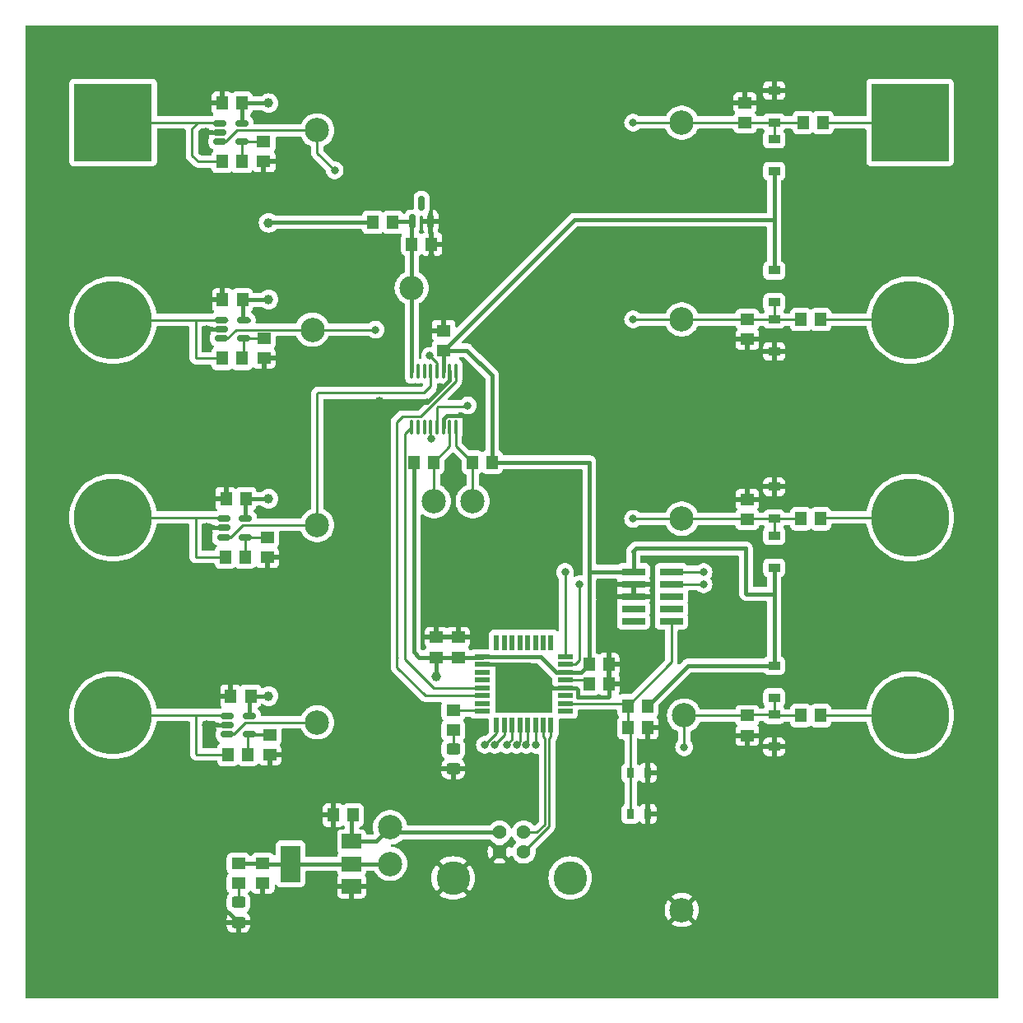
<source format=gtl>
%TF.GenerationSoftware,KiCad,Pcbnew,7.0.10*%
%TF.CreationDate,2024-02-21T11:02:03+01:00*%
%TF.ProjectId,CIFAM,43494641-4d2e-46b6-9963-61645f706362,rev?*%
%TF.SameCoordinates,Original*%
%TF.FileFunction,Copper,L1,Top*%
%TF.FilePolarity,Positive*%
%FSLAX46Y46*%
G04 Gerber Fmt 4.6, Leading zero omitted, Abs format (unit mm)*
G04 Created by KiCad (PCBNEW 7.0.10) date 2024-02-21 11:02:03*
%MOMM*%
%LPD*%
G01*
G04 APERTURE LIST*
G04 Aperture macros list*
%AMRoundRect*
0 Rectangle with rounded corners*
0 $1 Rounding radius*
0 $2 $3 $4 $5 $6 $7 $8 $9 X,Y pos of 4 corners*
0 Add a 4 corners polygon primitive as box body*
4,1,4,$2,$3,$4,$5,$6,$7,$8,$9,$2,$3,0*
0 Add four circle primitives for the rounded corners*
1,1,$1+$1,$2,$3*
1,1,$1+$1,$4,$5*
1,1,$1+$1,$6,$7*
1,1,$1+$1,$8,$9*
0 Add four rect primitives between the rounded corners*
20,1,$1+$1,$2,$3,$4,$5,0*
20,1,$1+$1,$4,$5,$6,$7,0*
20,1,$1+$1,$6,$7,$8,$9,0*
20,1,$1+$1,$8,$9,$2,$3,0*%
G04 Aperture macros list end*
%TA.AperFunction,SMDPad,CuDef*%
%ADD10R,1.400000X1.150000*%
%TD*%
%TA.AperFunction,SMDPad,CuDef*%
%ADD11R,1.200000X0.900000*%
%TD*%
%TA.AperFunction,SMDPad,CuDef*%
%ADD12RoundRect,0.150000X0.150000X-0.587500X0.150000X0.587500X-0.150000X0.587500X-0.150000X-0.587500X0*%
%TD*%
%TA.AperFunction,ComponentPad*%
%ADD13C,2.500000*%
%TD*%
%TA.AperFunction,SMDPad,CuDef*%
%ADD14R,1.150000X1.400000*%
%TD*%
%TA.AperFunction,SMDPad,CuDef*%
%ADD15RoundRect,0.150000X-0.512500X-0.150000X0.512500X-0.150000X0.512500X0.150000X-0.512500X0.150000X0*%
%TD*%
%TA.AperFunction,SMDPad,CuDef*%
%ADD16R,0.800000X1.000000*%
%TD*%
%TA.AperFunction,SMDPad,CuDef*%
%ADD17RoundRect,0.250000X0.450000X-0.325000X0.450000X0.325000X-0.450000X0.325000X-0.450000X-0.325000X0*%
%TD*%
%TA.AperFunction,SMDPad,CuDef*%
%ADD18R,2.400000X0.740000*%
%TD*%
%TA.AperFunction,SMDPad,CuDef*%
%ADD19R,0.550000X1.600000*%
%TD*%
%TA.AperFunction,SMDPad,CuDef*%
%ADD20R,1.600000X0.550000*%
%TD*%
%TA.AperFunction,ComponentPad*%
%ADD21R,8.000000X8.000000*%
%TD*%
%TA.AperFunction,ComponentPad*%
%ADD22O,8.000000X8.000000*%
%TD*%
%TA.AperFunction,ComponentPad*%
%ADD23C,1.431111*%
%TD*%
%TA.AperFunction,ComponentPad*%
%ADD24C,3.450000*%
%TD*%
%TA.AperFunction,SMDPad,CuDef*%
%ADD25R,2.000000X1.500000*%
%TD*%
%TA.AperFunction,SMDPad,CuDef*%
%ADD26R,2.000000X3.800000*%
%TD*%
%TA.AperFunction,SMDPad,CuDef*%
%ADD27RoundRect,0.100000X-0.100000X0.637500X-0.100000X-0.637500X0.100000X-0.637500X0.100000X0.637500X0*%
%TD*%
%TA.AperFunction,ViaPad*%
%ADD28C,1.000000*%
%TD*%
%TA.AperFunction,ViaPad*%
%ADD29C,0.800000*%
%TD*%
%TA.AperFunction,Conductor*%
%ADD30C,0.400000*%
%TD*%
%TA.AperFunction,Conductor*%
%ADD31C,0.250000*%
%TD*%
%TA.AperFunction,Profile*%
%ADD32C,0.100000*%
%TD*%
G04 APERTURE END LIST*
D10*
%TO.P,R8,1*%
%TO.N,/INJ1*%
X165300000Y-50662500D03*
%TO.P,R8,2*%
%TO.N,GND*%
X165300000Y-48612500D03*
%TD*%
D11*
%TO.P,D1,1,K*%
%TO.N,+3.3V*%
X168300000Y-55662500D03*
%TO.P,D1,2,A*%
%TO.N,/INJ1*%
X168300000Y-52362500D03*
%TD*%
D12*
%TO.P,U8,1,K*%
%TO.N,/+2.048*%
X131075000Y-60850000D03*
%TO.P,U8,2,A*%
%TO.N,GND*%
X132975000Y-60850000D03*
%TO.P,U8,3*%
%TO.N,N/C*%
X132025000Y-58975000D03*
%TD*%
D13*
%TO.P,SDA,1,1*%
%TO.N,/SDA*%
X133300000Y-89600000D03*
%TD*%
%TO.P,OUTJ4,1,1*%
%TO.N,/OUTJ4*%
X121300000Y-112362500D03*
%TD*%
D11*
%TO.P,D3,1,K*%
%TO.N,+3.3V*%
X168300000Y-65862500D03*
%TO.P,D3,2,A*%
%TO.N,/INJ2*%
X168300000Y-69162500D03*
%TD*%
D14*
%TO.P,C2,1*%
%TO.N,/NRST*%
X153250000Y-112912500D03*
%TO.P,C2,2*%
%TO.N,GND*%
X155300000Y-112912500D03*
%TD*%
%TO.P,R4,1*%
%TO.N,/IN1*%
X173325000Y-50662500D03*
%TO.P,R4,2*%
%TO.N,/INJ1*%
X171275000Y-50662500D03*
%TD*%
%TO.P,C12,1*%
%TO.N,VBUS*%
X113962500Y-89362500D03*
%TO.P,C12,2*%
%TO.N,GND*%
X111912500Y-89362500D03*
%TD*%
%TO.P,R16,1*%
%TO.N,/SDA*%
X133300000Y-85600000D03*
%TO.P,R16,2*%
%TO.N,+3.3V*%
X131250000Y-85600000D03*
%TD*%
D13*
%TO.P,INJ3,1,1*%
%TO.N,/INJ3*%
X158800000Y-91412500D03*
%TD*%
%TO.P,INJ1,1,1*%
%TO.N,/INJ1*%
X158800000Y-50662500D03*
%TD*%
D14*
%TO.P,C3,1*%
%TO.N,VBUS*%
X125000000Y-121912500D03*
%TO.P,C3,2*%
%TO.N,GND*%
X122950000Y-121912500D03*
%TD*%
D11*
%TO.P,D6,1,K*%
%TO.N,/INJ3*%
X168300000Y-91412500D03*
%TO.P,D6,2,A*%
%TO.N,GND*%
X168300000Y-88112500D03*
%TD*%
D13*
%TO.P,OUTJ3,1,1*%
%TO.N,/OUTJ3*%
X121300000Y-92062500D03*
%TD*%
D15*
%TO.P,U7,1*%
%TO.N,/OUT3*%
X111662500Y-91412500D03*
%TO.P,U7,2,V-*%
%TO.N,GND*%
X111662500Y-92362500D03*
%TO.P,U7,3,+*%
%TO.N,/OUTJ3*%
X111662500Y-93312500D03*
%TO.P,U7,4,-*%
%TO.N,Net-(R11-Pad1)*%
X113937500Y-93312500D03*
%TO.P,U7,5,V+*%
%TO.N,VBUS*%
X113937500Y-91412500D03*
%TD*%
D11*
%TO.P,D7,1,K*%
%TO.N,+3.3V*%
X168300000Y-106512500D03*
%TO.P,D7,2,A*%
%TO.N,/INJ4*%
X168300000Y-109812500D03*
%TD*%
D15*
%TO.P,U5,1*%
%TO.N,/OUT2*%
X111425000Y-70962500D03*
%TO.P,U5,2,V-*%
%TO.N,GND*%
X111425000Y-71912500D03*
%TO.P,U5,3,+*%
%TO.N,/OUTJ2*%
X111425000Y-72862500D03*
%TO.P,U5,4,-*%
%TO.N,Net-(R18-Pad1)*%
X113700000Y-72862500D03*
%TO.P,U5,5,V+*%
%TO.N,VBUS*%
X113700000Y-70962500D03*
%TD*%
D13*
%TO.P,2.048V,1,1*%
%TO.N,/+2.048*%
X131025000Y-67662500D03*
%TD*%
D15*
%TO.P,U9,1*%
%TO.N,/OUT1*%
X111300000Y-50712500D03*
%TO.P,U9,2,V-*%
%TO.N,GND*%
X111300000Y-51662500D03*
%TO.P,U9,3,+*%
%TO.N,/OUTJ1*%
X111300000Y-52612500D03*
%TO.P,U9,4,-*%
%TO.N,Net-(R21-Pad1)*%
X113575000Y-52612500D03*
%TO.P,U9,5,V+*%
%TO.N,VBUS*%
X113575000Y-50712500D03*
%TD*%
D16*
%TO.P,SW2,1,1*%
%TO.N,/NRST*%
X153531967Y-117562500D03*
X153531967Y-121762500D03*
%TO.P,SW2,2,2*%
%TO.N,GND*%
X155331967Y-121762500D03*
X155331967Y-117562500D03*
%TD*%
D14*
%TO.P,C16,1*%
%TO.N,VBUS*%
X113550000Y-48662500D03*
%TO.P,C16,2*%
%TO.N,GND*%
X111500000Y-48662500D03*
%TD*%
D17*
%TO.P,D11,1,K*%
%TO.N,GND*%
X135300000Y-117162500D03*
%TO.P,D11,2,A*%
%TO.N,Net-(D11-Pad2)*%
X135300000Y-115112500D03*
%TD*%
D14*
%TO.P,R14,1*%
%TO.N,+3.3V*%
X155300000Y-110662500D03*
%TO.P,R14,2*%
%TO.N,/NRST*%
X153250000Y-110662500D03*
%TD*%
%TO.P,C5,1*%
%TO.N,Net-(C5-Pad1)*%
X149250000Y-108412500D03*
%TO.P,C5,2*%
%TO.N,GND*%
X151300000Y-108412500D03*
%TD*%
D10*
%TO.P,C7,1*%
%TO.N,+3.3V*%
X135800000Y-105662500D03*
%TO.P,C7,2*%
%TO.N,GND*%
X135800000Y-103612500D03*
%TD*%
D13*
%TO.P,SCL,1,1*%
%TO.N,/SCL*%
X137300000Y-89600000D03*
%TD*%
D11*
%TO.P,D4,1,K*%
%TO.N,/INJ2*%
X168300000Y-70912500D03*
%TO.P,D4,2,A*%
%TO.N,GND*%
X168300000Y-74212500D03*
%TD*%
D18*
%TO.P,J3,1,Pin_1*%
%TO.N,+3.3V*%
X153850000Y-96872500D03*
%TO.P,J3,2,Pin_2*%
%TO.N,/SWDIO*%
X157750000Y-96872500D03*
%TO.P,J3,3,Pin_3*%
%TO.N,GND*%
X153850000Y-98142500D03*
%TO.P,J3,4,Pin_4*%
%TO.N,/SWCLK*%
X157750000Y-98142500D03*
%TO.P,J3,5,Pin_5*%
%TO.N,GND*%
X153850000Y-99412500D03*
%TO.P,J3,6,Pin_6*%
%TO.N,unconnected-(J3-Pad6)*%
X157750000Y-99412500D03*
%TO.P,J3,7,Pin_7*%
%TO.N,unconnected-(J3-Pad7)*%
X153850000Y-100682500D03*
%TO.P,J3,8,Pin_8*%
%TO.N,unconnected-(J3-Pad8)*%
X157750000Y-100682500D03*
%TO.P,J3,9,Pin_9*%
%TO.N,unconnected-(J3-Pad9)*%
X153850000Y-101952500D03*
%TO.P,J3,10,Pin_10*%
%TO.N,/NRST*%
X157750000Y-101952500D03*
%TD*%
D14*
%TO.P,R1,1*%
%TO.N,/IN2*%
X173100000Y-70912500D03*
%TO.P,R1,2*%
%TO.N,/INJ2*%
X171050000Y-70912500D03*
%TD*%
%TO.P,R24,1*%
%TO.N,Net-(R21-Pad1)*%
X113550000Y-54662500D03*
%TO.P,R24,2*%
%TO.N,/OUT1*%
X111500000Y-54662500D03*
%TD*%
%TO.P,R3,1*%
%TO.N,/IN4*%
X173100000Y-111662500D03*
%TO.P,R3,2*%
%TO.N,/INJ4*%
X171050000Y-111662500D03*
%TD*%
D19*
%TO.P,U1,1,PA00*%
%TO.N,unconnected-(U1-Pad1)*%
X145350000Y-104162500D03*
%TO.P,U1,2,PA01*%
%TO.N,unconnected-(U1-Pad2)*%
X144550000Y-104162500D03*
%TO.P,U1,3,PA02*%
%TO.N,unconnected-(U1-Pad3)*%
X143750000Y-104162500D03*
%TO.P,U1,4,PA03*%
%TO.N,unconnected-(U1-Pad4)*%
X142950000Y-104162500D03*
%TO.P,U1,5,PA04*%
%TO.N,unconnected-(U1-Pad5)*%
X142150000Y-104162500D03*
%TO.P,U1,6,PA05*%
%TO.N,unconnected-(U1-Pad6)*%
X141350000Y-104162500D03*
%TO.P,U1,7,PA06*%
%TO.N,unconnected-(U1-Pad7)*%
X140550000Y-104162500D03*
%TO.P,U1,8,PA07*%
%TO.N,unconnected-(U1-Pad8)*%
X139750000Y-104162500D03*
D20*
%TO.P,U1,9,VDDANA*%
%TO.N,+3.3V*%
X138300000Y-105612500D03*
%TO.P,U1,10,GND*%
%TO.N,GND*%
X138300000Y-106412500D03*
%TO.P,U1,11,PA08*%
%TO.N,unconnected-(U1-Pad11)*%
X138300000Y-107212500D03*
%TO.P,U1,12,PA09*%
%TO.N,unconnected-(U1-Pad12)*%
X138300000Y-108012500D03*
%TO.P,U1,13,PA10*%
%TO.N,/CLR*%
X138300000Y-108812500D03*
%TO.P,U1,14,PA11*%
%TO.N,/LDAC*%
X138300000Y-109612500D03*
%TO.P,U1,15,PA14*%
%TO.N,unconnected-(U1-Pad15)*%
X138300000Y-110412500D03*
%TO.P,U1,16,PA15*%
%TO.N,Net-(R17-Pad1)*%
X138300000Y-111212500D03*
D19*
%TO.P,U1,17,PA16*%
%TO.N,/SDA*%
X139750000Y-112662500D03*
%TO.P,U1,18,PA17*%
%TO.N,/SCL*%
X140550000Y-112662500D03*
%TO.P,U1,19,PA18*%
%TO.N,/INJ1*%
X141350000Y-112662500D03*
%TO.P,U1,20,PA19*%
%TO.N,/INJ2*%
X142150000Y-112662500D03*
%TO.P,U1,21,PA22*%
%TO.N,/INJ3*%
X142950000Y-112662500D03*
%TO.P,U1,22,PA23*%
%TO.N,/INJ4*%
X143750000Y-112662500D03*
%TO.P,U1,23,PA24*%
%TO.N,/USB-*%
X144550000Y-112662500D03*
%TO.P,U1,24,PA25*%
%TO.N,/USB+*%
X145350000Y-112662500D03*
D20*
%TO.P,U1,25,PA27*%
%TO.N,unconnected-(U1-Pad25)*%
X146800000Y-111212500D03*
%TO.P,U1,26,~{RESET}*%
%TO.N,/NRST*%
X146800000Y-110412500D03*
%TO.P,U1,27,PA28*%
%TO.N,unconnected-(U1-Pad27)*%
X146800000Y-109612500D03*
%TO.P,U1,28,GND*%
%TO.N,GND*%
X146800000Y-108812500D03*
%TO.P,U1,29,VDDCORE*%
%TO.N,Net-(C5-Pad1)*%
X146800000Y-108012500D03*
%TO.P,U1,30,VDDIN*%
%TO.N,+3.3V*%
X146800000Y-107212500D03*
%TO.P,U1,31,PA30*%
%TO.N,/SWCLK*%
X146800000Y-106412500D03*
%TO.P,U1,32,PA31*%
%TO.N,/SWDIO*%
X146800000Y-105612500D03*
%TD*%
D21*
%TO.P,J2,1,Pin_1*%
%TO.N,/IN1*%
X182297500Y-50657500D03*
D22*
%TO.P,J2,2,Pin_2*%
%TO.N,/IN2*%
X182297500Y-70977500D03*
%TO.P,J2,3,Pin_3*%
%TO.N,/IN3*%
X182297500Y-91297500D03*
%TO.P,J2,4,Pin_4*%
%TO.N,/IN4*%
X182297500Y-111617500D03*
%TO.P,J2,5,Pin_5*%
%TO.N,GND*%
X182297500Y-131937500D03*
%TD*%
D14*
%TO.P,R2,1*%
%TO.N,/IN3*%
X173100000Y-91412500D03*
%TO.P,R2,2*%
%TO.N,/INJ3*%
X171050000Y-91412500D03*
%TD*%
D21*
%TO.P,J4,1,Pin_1*%
%TO.N,/OUT1*%
X100297500Y-50657500D03*
D22*
%TO.P,J4,2,Pin_2*%
%TO.N,/OUT2*%
X100297500Y-70977500D03*
%TO.P,J4,3,Pin_3*%
%TO.N,/OUT3*%
X100297500Y-91297500D03*
%TO.P,J4,4,Pin_4*%
%TO.N,/OUT4*%
X100297500Y-111617500D03*
%TO.P,J4,5,Pin_5*%
%TO.N,GND*%
X100297500Y-131937500D03*
%TD*%
D23*
%TO.P,J1,1,VBUS*%
%TO.N,VBUS*%
X140050000Y-123672500D03*
%TO.P,J1,2,D-*%
%TO.N,/USB-*%
X142550000Y-123672500D03*
%TO.P,J1,3,D+*%
%TO.N,/USB+*%
X142550000Y-125672500D03*
%TO.P,J1,4,GND*%
%TO.N,GND*%
X140050000Y-125672500D03*
D24*
%TO.P,J1,5,Shield*%
X135280000Y-128382500D03*
%TO.P,J1,6*%
%TO.N,N/C*%
X147320000Y-128382500D03*
%TD*%
D14*
%TO.P,C9,1*%
%TO.N,+3.3V*%
X149250000Y-106412500D03*
%TO.P,C9,2*%
%TO.N,GND*%
X151300000Y-106412500D03*
%TD*%
D13*
%TO.P,OUTJ1,1,1*%
%TO.N,/OUTJ1*%
X121300000Y-51462500D03*
%TD*%
D10*
%TO.P,R21,1*%
%TO.N,Net-(R21-Pad1)*%
X115800000Y-52637500D03*
%TO.P,R21,2*%
%TO.N,GND*%
X115800000Y-54687500D03*
%TD*%
D13*
%TO.P,INJ4,1,1*%
%TO.N,/INJ4*%
X159050000Y-111662500D03*
%TD*%
D14*
%TO.P,R15,1*%
%TO.N,+3.3V*%
X139300000Y-85600000D03*
%TO.P,R15,2*%
%TO.N,/SCL*%
X137250000Y-85600000D03*
%TD*%
D13*
%TO.P,5V,1,1*%
%TO.N,VBUS*%
X128800000Y-123162500D03*
%TD*%
D10*
%TO.P,R18,1*%
%TO.N,Net-(R18-Pad1)*%
X115812500Y-72862500D03*
%TO.P,R18,2*%
%TO.N,GND*%
X115812500Y-74912500D03*
%TD*%
D15*
%TO.P,U6,1*%
%TO.N,/OUT4*%
X112037500Y-111712500D03*
%TO.P,U6,2,V-*%
%TO.N,GND*%
X112037500Y-112662500D03*
%TO.P,U6,3,+*%
%TO.N,/OUTJ4*%
X112037500Y-113612500D03*
%TO.P,U6,4,-*%
%TO.N,Net-(R19-Pad1)*%
X114312500Y-113612500D03*
%TO.P,U6,5,V+*%
%TO.N,VBUS*%
X114312500Y-111712500D03*
%TD*%
D13*
%TO.P,GND,1,1*%
%TO.N,GND*%
X158800000Y-131662500D03*
%TD*%
%TO.P,OUTJ2,1,1*%
%TO.N,/OUTJ2*%
X120800000Y-71962500D03*
%TD*%
D10*
%TO.P,R19,1*%
%TO.N,Net-(R19-Pad1)*%
X116425000Y-113662500D03*
%TO.P,R19,2*%
%TO.N,GND*%
X116425000Y-115712500D03*
%TD*%
D25*
%TO.P,U2,1,GND*%
%TO.N,GND*%
X124850000Y-129212500D03*
D26*
%TO.P,U2,2,VO*%
%TO.N,+3.3V*%
X118550000Y-126912500D03*
D25*
X124850000Y-126912500D03*
%TO.P,U2,3,VI*%
%TO.N,VBUS*%
X124850000Y-124612500D03*
%TD*%
D10*
%TO.P,R17,1*%
%TO.N,Net-(R17-Pad1)*%
X135300000Y-111137500D03*
%TO.P,R17,2*%
%TO.N,Net-(D11-Pad2)*%
X135300000Y-113187500D03*
%TD*%
D14*
%TO.P,R10,1*%
%TO.N,/+2.048*%
X129075000Y-60912500D03*
%TO.P,R10,2*%
%TO.N,VBUS*%
X127025000Y-60912500D03*
%TD*%
D10*
%TO.P,C4,1*%
%TO.N,+3.3V*%
X133550000Y-105662500D03*
%TO.P,C4,2*%
%TO.N,GND*%
X133550000Y-103612500D03*
%TD*%
D14*
%TO.P,C13,1*%
%TO.N,/+2.048*%
X131025000Y-63162500D03*
%TO.P,C13,2*%
%TO.N,GND*%
X133075000Y-63162500D03*
%TD*%
%TO.P,R23,1*%
%TO.N,Net-(R19-Pad1)*%
X114175000Y-115662500D03*
%TO.P,R23,2*%
%TO.N,/OUT4*%
X112125000Y-115662500D03*
%TD*%
%TO.P,C15,1*%
%TO.N,VBUS*%
X114450000Y-109662500D03*
%TO.P,C15,2*%
%TO.N,GND*%
X112400000Y-109662500D03*
%TD*%
D10*
%TO.P,C6,1*%
%TO.N,+3.3V*%
X115700000Y-126862500D03*
%TO.P,C6,2*%
%TO.N,GND*%
X115700000Y-128912500D03*
%TD*%
%TO.P,R6,1*%
%TO.N,/INJ3*%
X165550000Y-91462500D03*
%TO.P,R6,2*%
%TO.N,GND*%
X165550000Y-89412500D03*
%TD*%
D13*
%TO.P,INJ2,1,1*%
%TO.N,/INJ2*%
X158800000Y-70912500D03*
%TD*%
D14*
%TO.P,R20,1*%
%TO.N,Net-(R11-Pad1)*%
X113912500Y-95362500D03*
%TO.P,R20,2*%
%TO.N,/OUT3*%
X111862500Y-95362500D03*
%TD*%
%TO.P,C14,1*%
%TO.N,VBUS*%
X113612500Y-68912500D03*
%TO.P,C14,2*%
%TO.N,GND*%
X111562500Y-68912500D03*
%TD*%
D10*
%TO.P,R13,1*%
%TO.N,+3.3V*%
X113200000Y-126862500D03*
%TO.P,R13,2*%
%TO.N,Net-(D10-Pad2)*%
X113200000Y-128912500D03*
%TD*%
D17*
%TO.P,D10,1,K*%
%TO.N,GND*%
X113200000Y-132937500D03*
%TO.P,D10,2,A*%
%TO.N,Net-(D10-Pad2)*%
X113200000Y-130887500D03*
%TD*%
D10*
%TO.P,C8,1*%
%TO.N,GND*%
X134300000Y-72050000D03*
%TO.P,C8,2*%
%TO.N,+3.3V*%
X134300000Y-74100000D03*
%TD*%
D11*
%TO.P,D5,1,K*%
%TO.N,+3.3V*%
X168300000Y-96462500D03*
%TO.P,D5,2,A*%
%TO.N,/INJ3*%
X168300000Y-93162500D03*
%TD*%
%TO.P,D2,1,K*%
%TO.N,/INJ1*%
X168300000Y-50662500D03*
%TO.P,D2,2,A*%
%TO.N,GND*%
X168300000Y-47362500D03*
%TD*%
D10*
%TO.P,R5,1*%
%TO.N,/INJ2*%
X165550000Y-70912500D03*
%TO.P,R5,2*%
%TO.N,GND*%
X165550000Y-72962500D03*
%TD*%
D11*
%TO.P,D8,1,K*%
%TO.N,/INJ4*%
X168300000Y-111562500D03*
%TO.P,D8,2,A*%
%TO.N,GND*%
X168300000Y-114862500D03*
%TD*%
D10*
%TO.P,R11,1*%
%TO.N,Net-(R11-Pad1)*%
X116162500Y-93362500D03*
%TO.P,R11,2*%
%TO.N,GND*%
X116162500Y-95412500D03*
%TD*%
D13*
%TO.P,3.3V,1,1*%
%TO.N,+3.3V*%
X128800000Y-126912500D03*
%TD*%
D27*
%TO.P,U3,1,~{LDAC}*%
%TO.N,/LDAC*%
X135575000Y-76237500D03*
%TO.P,U3,2,ADDR0*%
%TO.N,GND*%
X134925000Y-76237500D03*
%TO.P,U3,3,AVDD*%
%TO.N,+3.3V*%
X134275000Y-76237500D03*
%TO.P,U3,4,VOUTA*%
%TO.N,/OUTJ1*%
X133625000Y-76237500D03*
%TO.P,U3,5,VOUTC*%
%TO.N,/OUTJ3*%
X132975000Y-76237500D03*
%TO.P,U3,6,VOUTE*%
%TO.N,unconnected-(U3-Pad6)*%
X132325000Y-76237500D03*
%TO.P,U3,7,VOUTG*%
%TO.N,unconnected-(U3-Pad7)*%
X131675000Y-76237500D03*
%TO.P,U3,8,VREFIN*%
%TO.N,/+2.048*%
X131025000Y-76237500D03*
%TO.P,U3,9,~{CLR}*%
%TO.N,/CLR*%
X131025000Y-81962500D03*
%TO.P,U3,10,VOUTH*%
%TO.N,unconnected-(U3-Pad10)*%
X131675000Y-81962500D03*
%TO.P,U3,11,VOUTF*%
%TO.N,unconnected-(U3-Pad11)*%
X132325000Y-81962500D03*
%TO.P,U3,12,VOUTD*%
%TO.N,/OUTJ4*%
X132975000Y-81962500D03*
%TO.P,U3,13,VOUTB*%
%TO.N,/OUTJ2*%
X133625000Y-81962500D03*
%TO.P,U3,14,GND*%
%TO.N,GND*%
X134275000Y-81962500D03*
%TO.P,U3,15,SDA*%
%TO.N,/SDA*%
X134925000Y-81962500D03*
%TO.P,U3,16,SCL*%
%TO.N,/SCL*%
X135575000Y-81962500D03*
%TD*%
D10*
%TO.P,R7,1*%
%TO.N,/INJ4*%
X165550000Y-111662500D03*
%TO.P,R7,2*%
%TO.N,GND*%
X165550000Y-113712500D03*
%TD*%
D14*
%TO.P,R22,1*%
%TO.N,Net-(R18-Pad1)*%
X113562500Y-74912500D03*
%TO.P,R22,2*%
%TO.N,/OUT2*%
X111512500Y-74912500D03*
%TD*%
D28*
%TO.N,GND*%
X133550000Y-102162500D03*
X109800000Y-68862500D03*
X158050000Y-117662500D03*
X133050000Y-64662500D03*
X165550000Y-87412500D03*
X109900000Y-71962500D03*
X152800000Y-106412500D03*
X152800000Y-108412500D03*
X150550000Y-99412500D03*
X165300000Y-46662500D03*
X117800000Y-74962500D03*
X158050000Y-121662500D03*
X168300000Y-116412500D03*
X109900000Y-89362500D03*
X109800000Y-51662500D03*
X135800000Y-102162500D03*
X168300000Y-45912500D03*
X109900000Y-92362500D03*
X109800000Y-48662500D03*
X134300000Y-70412500D03*
X109900000Y-112662500D03*
X168300000Y-86662500D03*
X165550000Y-115662500D03*
X136800000Y-81200000D03*
X127700000Y-79387000D03*
X113200000Y-134500000D03*
X115800000Y-130412500D03*
X168300000Y-75662500D03*
X135300000Y-118912500D03*
X125050000Y-131412500D03*
X165550000Y-74912500D03*
X118300000Y-115762500D03*
X117800000Y-95362500D03*
X121300000Y-121912500D03*
X109900000Y-109562500D03*
%TO.N,VBUS*%
X116300000Y-60962500D03*
X116300000Y-109662500D03*
X116300000Y-68862500D03*
X116300000Y-89362500D03*
X116300000Y-48662500D03*
%TO.N,+3.3V*%
X133550000Y-107662500D03*
D29*
%TO.N,/INJ1*%
X140800000Y-114662500D03*
X153800000Y-50662500D03*
%TO.N,/INJ2*%
X153800000Y-70912500D03*
X141811324Y-114675775D03*
%TO.N,/INJ3*%
X142810736Y-114662356D03*
X153800000Y-91412500D03*
%TO.N,/INJ4*%
X159050000Y-114912500D03*
X143810238Y-114662501D03*
%TO.N,/SWDIO*%
X146800000Y-96912500D03*
X161050000Y-96912500D03*
%TO.N,/SWCLK*%
X161050000Y-98162500D03*
X148300000Y-98162500D03*
%TO.N,/SCL*%
X139562299Y-114674799D03*
%TO.N,/SDA*%
X138550000Y-114662500D03*
%TO.N,/OUTJ1*%
X132900000Y-74662500D03*
X123100000Y-55562500D03*
%TO.N,/OUTJ4*%
X133000000Y-83162500D03*
%TO.N,/OUTJ2*%
X127300000Y-71962500D03*
X136800000Y-79762997D03*
%TD*%
D30*
%TO.N,GND*%
X151200000Y-109762500D02*
X151300000Y-109662500D01*
X115700000Y-130312500D02*
X115800000Y-130412500D01*
X148100000Y-108962500D02*
X148100000Y-109762500D01*
X132975000Y-60850000D02*
X132975000Y-63062500D01*
X110000000Y-109662500D02*
X109900000Y-109562500D01*
X147950000Y-108812500D02*
X148100000Y-108962500D01*
X124850000Y-131212500D02*
X125050000Y-131412500D01*
X109950000Y-71912500D02*
X109900000Y-71962500D01*
X113200000Y-132937500D02*
X113200000Y-134500000D01*
X153850000Y-99412500D02*
X150550000Y-99412500D01*
X112200000Y-131937500D02*
X100297500Y-131937500D01*
X148100000Y-109762500D02*
X151200000Y-109762500D01*
X132975000Y-63062500D02*
X133075000Y-63162500D01*
X113200000Y-132937500D02*
X112200000Y-131937500D01*
X168300000Y-47362500D02*
X168300000Y-45912500D01*
X143150000Y-106412500D02*
X145550000Y-108812500D01*
X165550000Y-89412500D02*
X165550000Y-87412500D01*
X146800000Y-108812500D02*
X147950000Y-108812500D01*
X111300000Y-51662500D02*
X109800000Y-51662500D01*
X155331967Y-121762500D02*
X157950000Y-121762500D01*
X118250000Y-115712500D02*
X118300000Y-115762500D01*
X112400000Y-109662500D02*
X110000000Y-109662500D01*
X168300000Y-114862500D02*
X168300000Y-116412500D01*
X165300000Y-48612500D02*
X165300000Y-46662500D01*
X134925000Y-77175000D02*
X134925000Y-76237500D01*
X134275000Y-81167893D02*
X134275000Y-81962500D01*
X116425000Y-115712500D02*
X118250000Y-115712500D01*
X153850000Y-98142500D02*
X153850000Y-99412500D01*
X133075000Y-64637500D02*
X133050000Y-64662500D01*
X155331967Y-117562500D02*
X157950000Y-117562500D01*
X155300000Y-117530533D02*
X155331967Y-117562500D01*
X151300000Y-106412500D02*
X152800000Y-106412500D01*
X117750000Y-74912500D02*
X117800000Y-74962500D01*
X135300000Y-117162500D02*
X135300000Y-118912500D01*
X132637500Y-79462500D02*
X134925000Y-77175000D01*
X157950000Y-121762500D02*
X158050000Y-121662500D01*
X168300000Y-88112500D02*
X168300000Y-86662500D01*
X116162500Y-95412500D02*
X117750000Y-95412500D01*
X133550000Y-103612500D02*
X133550000Y-102162500D01*
X111662500Y-92362500D02*
X109900000Y-92362500D01*
X145550000Y-108812500D02*
X146800000Y-108812500D01*
X117750000Y-95412500D02*
X117800000Y-95362500D01*
X111425000Y-71912500D02*
X109950000Y-71912500D01*
X134617893Y-80825000D02*
X134275000Y-81167893D01*
X127775500Y-79462500D02*
X132637500Y-79462500D01*
X165550000Y-72962500D02*
X165550000Y-74912500D01*
X111562500Y-68912500D02*
X109850000Y-68912500D01*
X124850000Y-129212500D02*
X124850000Y-131212500D01*
X115812500Y-74912500D02*
X117750000Y-74912500D01*
X122950000Y-121912500D02*
X121300000Y-121912500D01*
X134300000Y-72050000D02*
X134300000Y-70412500D01*
X111500000Y-48662500D02*
X109800000Y-48662500D01*
X151300000Y-108412500D02*
X152800000Y-108412500D01*
X112037500Y-112662500D02*
X109900000Y-112662500D01*
X127700000Y-79387000D02*
X127775500Y-79462500D01*
X111912500Y-89362500D02*
X109900000Y-89362500D01*
X138300000Y-106412500D02*
X143150000Y-106412500D01*
X135800000Y-103612500D02*
X135800000Y-102162500D01*
X157950000Y-117562500D02*
X158050000Y-117662500D01*
X133075000Y-63162500D02*
X133075000Y-64637500D01*
X151300000Y-109662500D02*
X151300000Y-108412500D01*
X109850000Y-68912500D02*
X109800000Y-68862500D01*
X168300000Y-74212500D02*
X168300000Y-75662500D01*
X136425000Y-80825000D02*
X134617893Y-80825000D01*
X115700000Y-128912500D02*
X115700000Y-130312500D01*
X165550000Y-113712500D02*
X165550000Y-115662500D01*
X136800000Y-81200000D02*
X136425000Y-80825000D01*
X155300000Y-112912500D02*
X155300000Y-117530533D01*
%TO.N,VBUS*%
X113962500Y-89362500D02*
X116300000Y-89362500D01*
X129310000Y-123672500D02*
X128800000Y-123162500D01*
X114312500Y-111712500D02*
X114312500Y-109800000D01*
X113612500Y-70875000D02*
X113700000Y-70962500D01*
X113937500Y-89387500D02*
X113962500Y-89362500D01*
X113612500Y-68912500D02*
X116250000Y-68912500D01*
X114187500Y-70875000D02*
X114275000Y-70962500D01*
X127025000Y-60912500D02*
X116350000Y-60912500D01*
X127350000Y-124612500D02*
X128800000Y-123162500D01*
X114450000Y-109662500D02*
X116300000Y-109662500D01*
X124850000Y-122062500D02*
X125000000Y-121912500D01*
X113575000Y-48687500D02*
X113550000Y-48662500D01*
X113937500Y-91412500D02*
X113937500Y-89387500D01*
X113612500Y-68912500D02*
X113612500Y-70875000D01*
X124850000Y-124612500D02*
X124850000Y-122062500D01*
X140050000Y-123672500D02*
X129310000Y-123672500D01*
X114312500Y-109800000D02*
X114450000Y-109662500D01*
X113550000Y-48662500D02*
X116300000Y-48662500D01*
X116350000Y-60912500D02*
X116300000Y-60962500D01*
X113575000Y-50712500D02*
X113575000Y-48687500D01*
X116250000Y-68912500D02*
X116300000Y-68862500D01*
X124850000Y-124612500D02*
X127350000Y-124612500D01*
D31*
%TO.N,Net-(D10-Pad2)*%
X113200000Y-128912500D02*
X113200000Y-130887500D01*
%TO.N,Net-(R18-Pad1)*%
X113700000Y-72862500D02*
X113700000Y-74775000D01*
X113700000Y-72862500D02*
X115812500Y-72862500D01*
X113700000Y-74775000D02*
X113562500Y-74912500D01*
%TO.N,Net-(R19-Pad1)*%
X114312500Y-113612500D02*
X116375000Y-113612500D01*
X114175000Y-115662500D02*
X114175000Y-113750000D01*
X116425000Y-113662500D02*
X114362500Y-113662500D01*
X114175000Y-113750000D02*
X114312500Y-113612500D01*
X116375000Y-113612500D02*
X116425000Y-113662500D01*
X114362500Y-113662500D02*
X114312500Y-113612500D01*
%TO.N,/NRST*%
X153531967Y-113194467D02*
X153250000Y-112912500D01*
X153531967Y-121762500D02*
X153531967Y-117562500D01*
X153000000Y-110412500D02*
X153250000Y-110662500D01*
X153250000Y-110662500D02*
X157750000Y-106162500D01*
X153250000Y-112912500D02*
X153250000Y-110662500D01*
X153531967Y-117562500D02*
X153531967Y-113194467D01*
X157750000Y-106162500D02*
X157750000Y-101952500D01*
X146800000Y-110412500D02*
X153000000Y-110412500D01*
D30*
%TO.N,+3.3V*%
X168300000Y-55662500D02*
X168300000Y-60662500D01*
X147737500Y-60662500D02*
X134300000Y-74100000D01*
X168300000Y-60662500D02*
X147737500Y-60662500D01*
X153850000Y-94812500D02*
X153800000Y-94762500D01*
X115700000Y-126862500D02*
X113200000Y-126862500D01*
X118550000Y-126912500D02*
X115750000Y-126912500D01*
X131250000Y-85600000D02*
X131250000Y-105112500D01*
X138250000Y-105662500D02*
X138300000Y-105612500D01*
X154100000Y-94462500D02*
X165400000Y-94462500D01*
X153800000Y-94762500D02*
X154100000Y-94462500D01*
X139300000Y-85600000D02*
X149300000Y-85600000D01*
X134275000Y-74125000D02*
X134300000Y-74100000D01*
X136700000Y-74100000D02*
X139300000Y-76700000D01*
X168300000Y-60662500D02*
X168300000Y-65862500D01*
X134300000Y-74100000D02*
X134300000Y-76212500D01*
X131250000Y-105112500D02*
X131800000Y-105662500D01*
X135800000Y-105662500D02*
X133550000Y-105662500D01*
X149250000Y-106412500D02*
X149250000Y-99687195D01*
X139300000Y-85600000D02*
X139300000Y-76700000D01*
X133550000Y-107662500D02*
X133550000Y-105662500D01*
X168300000Y-99162500D02*
X168300000Y-106512500D01*
X168300000Y-99162500D02*
X168300000Y-96462500D01*
X138300000Y-105612500D02*
X144275000Y-105612500D01*
X115750000Y-126912500D02*
X115700000Y-126862500D01*
X128800000Y-126912500D02*
X124850000Y-126912500D01*
X135800000Y-105662500D02*
X138250000Y-105662500D01*
X165500000Y-99162500D02*
X168300000Y-99162500D01*
X149300000Y-85600000D02*
X149300000Y-96862500D01*
X149300000Y-96862500D02*
X149310000Y-96872500D01*
X165400000Y-99062500D02*
X165500000Y-99162500D01*
X146800000Y-107212500D02*
X148450000Y-107212500D01*
X149300000Y-99637195D02*
X149300000Y-96862500D01*
X149310000Y-96872500D02*
X153850000Y-96872500D01*
X159450000Y-106512500D02*
X168300000Y-106512500D01*
X134300000Y-76212500D02*
X134275000Y-76237500D01*
X145875000Y-107212500D02*
X146800000Y-107212500D01*
X155300000Y-110662500D02*
X159450000Y-106512500D01*
X144275000Y-105612500D02*
X145875000Y-107212500D01*
X124850000Y-126912500D02*
X118550000Y-126912500D01*
X134300000Y-74100000D02*
X136700000Y-74100000D01*
X165400000Y-94462500D02*
X165400000Y-99062500D01*
X153850000Y-96872500D02*
X153850000Y-94812500D01*
X131800000Y-105662500D02*
X133550000Y-105662500D01*
X148450000Y-107212500D02*
X149250000Y-106412500D01*
X149250000Y-99687195D02*
X149300000Y-99637195D01*
D31*
%TO.N,Net-(C5-Pad1)*%
X146800000Y-108012500D02*
X148850000Y-108012500D01*
X148850000Y-108012500D02*
X149250000Y-108412500D01*
D30*
%TO.N,/+2.048*%
X129137500Y-60850000D02*
X129075000Y-60912500D01*
X131025000Y-60900000D02*
X131075000Y-60850000D01*
X131075000Y-60850000D02*
X129137500Y-60850000D01*
X131025000Y-63162500D02*
X131025000Y-60900000D01*
X131025000Y-67662500D02*
X131025000Y-76237500D01*
X131025000Y-67662500D02*
X131025000Y-63162500D01*
D31*
%TO.N,/INJ1*%
X171275000Y-50662500D02*
X168300000Y-50662500D01*
X168300000Y-52362500D02*
X168300000Y-50662500D01*
X168300000Y-50662500D02*
X165300000Y-50662500D01*
X153800000Y-50662500D02*
X158800000Y-50662500D01*
X141350000Y-112662500D02*
X141350000Y-114112500D01*
X141350000Y-114112500D02*
X140800000Y-114662500D01*
X165300000Y-50662500D02*
X158800000Y-50662500D01*
%TO.N,/INJ2*%
X168300000Y-70912500D02*
X168300000Y-69162500D01*
X168300000Y-70912500D02*
X165550000Y-70912500D01*
X142150000Y-114337099D02*
X141811324Y-114675775D01*
X153800000Y-70912500D02*
X158800000Y-70912500D01*
X142150000Y-112662500D02*
X142150000Y-114337099D01*
X165550000Y-70912500D02*
X158800000Y-70912500D01*
X171050000Y-70912500D02*
X168300000Y-70912500D01*
%TO.N,/INJ3*%
X142950000Y-112662500D02*
X142950000Y-114523092D01*
X168300000Y-91412500D02*
X165600000Y-91412500D01*
X142950000Y-114523092D02*
X142810736Y-114662356D01*
X165500000Y-91412500D02*
X165550000Y-91462500D01*
X158800000Y-91412500D02*
X165500000Y-91412500D01*
X168300000Y-93162500D02*
X168300000Y-91412500D01*
X165600000Y-91412500D02*
X165550000Y-91462500D01*
X153800000Y-91412500D02*
X158800000Y-91412500D01*
X171050000Y-91412500D02*
X168300000Y-91412500D01*
%TO.N,/INJ4*%
X159050000Y-114912500D02*
X159050000Y-111662500D01*
X143750000Y-114602263D02*
X143810238Y-114662501D01*
X168300000Y-111562500D02*
X165650000Y-111562500D01*
X168400000Y-111662500D02*
X168300000Y-111562500D01*
X168300000Y-109812500D02*
X168300000Y-111562500D01*
X171050000Y-111662500D02*
X168400000Y-111662500D01*
X143750000Y-112662500D02*
X143750000Y-114602263D01*
X165650000Y-111562500D02*
X165550000Y-111662500D01*
X165550000Y-111662500D02*
X159050000Y-111662500D01*
%TO.N,Net-(D11-Pad2)*%
X135300000Y-115112500D02*
X135300000Y-113187500D01*
%TO.N,/USB-*%
X143913603Y-123672500D02*
X144725000Y-122861103D01*
X144725000Y-122861103D02*
X144725000Y-114037501D01*
X144550000Y-113862501D02*
X144550000Y-112662500D01*
X144725000Y-114037501D02*
X144550000Y-113862501D01*
X142550000Y-123672500D02*
X143913603Y-123672500D01*
%TO.N,/USB+*%
X145175000Y-123047500D02*
X145175000Y-114037501D01*
X145175000Y-114037501D02*
X145350000Y-113862501D01*
X142550000Y-125672500D02*
X145175000Y-123047500D01*
X145350000Y-113862501D02*
X145350000Y-112662500D01*
%TO.N,/IN1*%
X182292500Y-50662500D02*
X182297500Y-50657500D01*
X173325000Y-50662500D02*
X182292500Y-50662500D01*
%TO.N,/IN2*%
X182232500Y-70912500D02*
X182297500Y-70977500D01*
X173100000Y-70912500D02*
X182232500Y-70912500D01*
%TO.N,/IN3*%
X173215000Y-91297500D02*
X173100000Y-91412500D01*
X182297500Y-91297500D02*
X173215000Y-91297500D01*
%TO.N,/IN4*%
X182252500Y-111662500D02*
X182297500Y-111617500D01*
X173100000Y-111662500D02*
X182252500Y-111662500D01*
%TO.N,/SWDIO*%
X161050000Y-96912500D02*
X161010000Y-96872500D01*
X161010000Y-96872500D02*
X157750000Y-96872500D01*
X146800000Y-105612500D02*
X146800000Y-96912500D01*
%TO.N,/SWCLK*%
X146800000Y-106412500D02*
X147850000Y-106412500D01*
X161030000Y-98142500D02*
X161050000Y-98162500D01*
X157750000Y-98142500D02*
X161030000Y-98142500D01*
X148300000Y-105962500D02*
X148300000Y-98162500D01*
X147850000Y-106412500D02*
X148300000Y-105962500D01*
%TO.N,/OUT1*%
X109050000Y-54662500D02*
X108400000Y-54012500D01*
X111245000Y-50657500D02*
X109045000Y-50657500D01*
X108400000Y-54012500D02*
X108400000Y-51302500D01*
X111300000Y-50712500D02*
X111245000Y-50657500D01*
X109045000Y-50657500D02*
X100297500Y-50657500D01*
X108400000Y-51302500D02*
X109045000Y-50657500D01*
X111500000Y-54662500D02*
X109050000Y-54662500D01*
%TO.N,/OUT2*%
X108850000Y-74912500D02*
X108800000Y-74862500D01*
X112000000Y-70962500D02*
X111985000Y-70977500D01*
X108885000Y-70977500D02*
X100297500Y-70977500D01*
X111410000Y-70977500D02*
X111425000Y-70962500D01*
X108800000Y-74862500D02*
X108800000Y-71062500D01*
X108800000Y-71062500D02*
X108885000Y-70977500D01*
X111512500Y-74912500D02*
X108850000Y-74912500D01*
X111410000Y-70977500D02*
X108885000Y-70977500D01*
X100297500Y-70977500D02*
X111410000Y-70977500D01*
%TO.N,/OUT3*%
X111662500Y-91412500D02*
X111547500Y-91297500D01*
X111577500Y-91497500D02*
X111662500Y-91412500D01*
X108865000Y-91297500D02*
X100297500Y-91297500D01*
X108800000Y-91362500D02*
X108865000Y-91297500D01*
X111547500Y-91297500D02*
X108865000Y-91297500D01*
X111862500Y-95362500D02*
X108800000Y-95362500D01*
X108800000Y-95362500D02*
X108800000Y-91362500D01*
%TO.N,/OUT4*%
X108855000Y-115617500D02*
X108855000Y-111617500D01*
X111942500Y-111617500D02*
X108855000Y-111617500D01*
X112125000Y-115662500D02*
X108900000Y-115662500D01*
X108900000Y-115662500D02*
X108855000Y-115617500D01*
X108855000Y-111617500D02*
X100297500Y-111617500D01*
X112037500Y-111712500D02*
X111942500Y-111617500D01*
%TO.N,Net-(R11-Pad1)*%
X113912500Y-93337500D02*
X113937500Y-93312500D01*
X113937500Y-95337500D02*
X113912500Y-95362500D01*
X113912500Y-95362500D02*
X113912500Y-93337500D01*
X116112500Y-93312500D02*
X116162500Y-93362500D01*
X113937500Y-93312500D02*
X116112500Y-93312500D01*
%TO.N,/SCL*%
X137237500Y-85600000D02*
X137250000Y-85600000D01*
X137300000Y-85650000D02*
X137250000Y-85600000D01*
X135550000Y-83912500D02*
X137237500Y-85600000D01*
X135575000Y-81962500D02*
X135575000Y-83887500D01*
X140550000Y-113687098D02*
X140550000Y-112662500D01*
X139562299Y-114674799D02*
X140550000Y-113687098D01*
X137300000Y-89600000D02*
X137300000Y-85650000D01*
X135575000Y-83887500D02*
X135550000Y-83912500D01*
%TO.N,/SDA*%
X139750000Y-113462500D02*
X139750000Y-112662500D01*
X134925000Y-83975000D02*
X134925000Y-81962500D01*
X138550000Y-114662500D02*
X139750000Y-113462500D01*
X133300000Y-89600000D02*
X133300000Y-85600000D01*
X133300000Y-85600000D02*
X134925000Y-83975000D01*
%TO.N,Net-(R17-Pad1)*%
X138225000Y-111137500D02*
X138300000Y-111212500D01*
X135300000Y-111137500D02*
X138225000Y-111137500D01*
%TO.N,Net-(R21-Pad1)*%
X113550000Y-54662500D02*
X113550000Y-52637500D01*
X113575000Y-52612500D02*
X115775000Y-52612500D01*
X115775000Y-52612500D02*
X115800000Y-52637500D01*
X113550000Y-52637500D02*
X113575000Y-52612500D01*
%TO.N,/CLR*%
X130350000Y-105876104D02*
X133286396Y-108812500D01*
X131025000Y-81962500D02*
X130350000Y-82637500D01*
X130350000Y-82637500D02*
X130350000Y-105876104D01*
X133286396Y-108812500D02*
X138300000Y-108812500D01*
%TO.N,/LDAC*%
X129500000Y-105737804D02*
X129537652Y-105700152D01*
X138300000Y-109612500D02*
X132412500Y-109612500D01*
X135575000Y-77276041D02*
X131951041Y-80900000D01*
X135575000Y-76237500D02*
X135575000Y-77276041D01*
X130062500Y-80900000D02*
X129500000Y-81462500D01*
X132412500Y-109612500D02*
X129500000Y-106700000D01*
X129500000Y-106700000D02*
X129500000Y-105737804D01*
X129500000Y-105651346D02*
X129500000Y-81462500D01*
X131951041Y-80900000D02*
X130062500Y-80900000D01*
%TO.N,/OUTJ1*%
X133625000Y-75387500D02*
X132900000Y-74662500D01*
X113037500Y-51462500D02*
X121300000Y-51462500D01*
X111887500Y-52612500D02*
X113037500Y-51462500D01*
X121300000Y-53762500D02*
X123100000Y-55562500D01*
X133625000Y-76237500D02*
X133625000Y-75387500D01*
X121300000Y-51462500D02*
X121300000Y-53762500D01*
X111300000Y-52612500D02*
X111887500Y-52612500D01*
X123100000Y-55462500D02*
X123100000Y-55562500D01*
%TO.N,/OUTJ3*%
X121300000Y-78562500D02*
X121400000Y-78462500D01*
X113637500Y-92062500D02*
X121300000Y-92062500D01*
X132975000Y-77787500D02*
X132975000Y-76237500D01*
X111662500Y-93312500D02*
X112387500Y-93312500D01*
X121400000Y-78462500D02*
X132300000Y-78462500D01*
X132300000Y-78462500D02*
X132975000Y-77787500D01*
X121300000Y-92062500D02*
X121300000Y-78562500D01*
X112387500Y-93312500D02*
X113637500Y-92062500D01*
%TO.N,/OUTJ4*%
X113937500Y-112362500D02*
X121300000Y-112362500D01*
X132975000Y-81962500D02*
X132975000Y-83137500D01*
X132975000Y-83137500D02*
X133000000Y-83162500D01*
X112037500Y-113612500D02*
X112687500Y-113612500D01*
X112687500Y-113612500D02*
X113937500Y-112362500D01*
%TO.N,/OUTJ2*%
X112937500Y-71962500D02*
X120800000Y-71962500D01*
X111425000Y-72862500D02*
X112037500Y-72862500D01*
X120800000Y-71962500D02*
X127300000Y-71962500D01*
X136700497Y-79862500D02*
X136800000Y-79762997D01*
X112037500Y-72862500D02*
X112937500Y-71962500D01*
X133700000Y-79862500D02*
X136700497Y-79862500D01*
X133625000Y-81962500D02*
X133625000Y-79937500D01*
X133625000Y-79937500D02*
X133700000Y-79862500D01*
%TD*%
%TA.AperFunction,Conductor*%
%TO.N,GND*%
G36*
X141368959Y-124080915D02*
G01*
X141414195Y-124133119D01*
X141485888Y-124286866D01*
X141608734Y-124462309D01*
X141608739Y-124462315D01*
X141729828Y-124583404D01*
X141763854Y-124645716D01*
X141758789Y-124716531D01*
X141729829Y-124761594D01*
X141608732Y-124882691D01*
X141485889Y-125058131D01*
X141413919Y-125212471D01*
X141367001Y-125265756D01*
X141298724Y-125285217D01*
X141230764Y-125264675D01*
X141185529Y-125212471D01*
X141113678Y-125058386D01*
X141113677Y-125058384D01*
X141076466Y-125005243D01*
X141076465Y-125005243D01*
X140504173Y-125577535D01*
X140503533Y-125568984D01*
X140452872Y-125439902D01*
X140366414Y-125331487D01*
X140251841Y-125253373D01*
X140143372Y-125219915D01*
X140578037Y-124785251D01*
X140613878Y-124760154D01*
X140664366Y-124736612D01*
X140839813Y-124613763D01*
X140991263Y-124462313D01*
X141114112Y-124286866D01*
X141185805Y-124133118D01*
X141232722Y-124079834D01*
X141300999Y-124060373D01*
X141368959Y-124080915D01*
G37*
%TD.AperFunction*%
%TA.AperFunction,Conductor*%
G36*
X143997461Y-106341002D02*
G01*
X144018435Y-106357905D01*
X145356171Y-107695641D01*
X145361387Y-107701182D01*
X145401724Y-107746712D01*
X145401729Y-107746717D01*
X145437077Y-107771116D01*
X145481776Y-107826274D01*
X145491500Y-107874811D01*
X145491500Y-108336132D01*
X145491501Y-108336152D01*
X145498513Y-108401384D01*
X145498513Y-108428318D01*
X145492001Y-108488894D01*
X145492000Y-108488914D01*
X145492000Y-108558500D01*
X145504602Y-108558500D01*
X145572723Y-108578502D01*
X145605470Y-108608991D01*
X145636738Y-108650761D01*
X145718052Y-108711632D01*
X145760599Y-108768468D01*
X145765663Y-108839284D01*
X145731638Y-108901596D01*
X145718052Y-108913368D01*
X145636738Y-108974238D01*
X145605470Y-109016009D01*
X145548634Y-109058556D01*
X145504602Y-109066500D01*
X145492000Y-109066500D01*
X145492000Y-109136085D01*
X145492001Y-109136105D01*
X145498513Y-109196682D01*
X145498513Y-109223616D01*
X145491501Y-109288847D01*
X145491500Y-109288867D01*
X145491500Y-109936149D01*
X145498261Y-109999032D01*
X145498261Y-110025968D01*
X145491500Y-110088850D01*
X145491500Y-110736149D01*
X145498261Y-110799032D01*
X145498261Y-110825968D01*
X145491500Y-110888850D01*
X145491500Y-111228000D01*
X145471498Y-111296121D01*
X145417842Y-111342614D01*
X145365500Y-111354000D01*
X145026350Y-111354000D01*
X144963468Y-111360761D01*
X144936532Y-111360761D01*
X144873649Y-111354000D01*
X144873638Y-111354000D01*
X144226362Y-111354000D01*
X144226350Y-111354000D01*
X144163468Y-111360761D01*
X144136532Y-111360761D01*
X144073649Y-111354000D01*
X144073638Y-111354000D01*
X143426362Y-111354000D01*
X143426350Y-111354000D01*
X143363468Y-111360761D01*
X143336532Y-111360761D01*
X143273649Y-111354000D01*
X143273638Y-111354000D01*
X142626362Y-111354000D01*
X142626350Y-111354000D01*
X142563468Y-111360761D01*
X142536532Y-111360761D01*
X142473649Y-111354000D01*
X142473638Y-111354000D01*
X141826362Y-111354000D01*
X141826350Y-111354000D01*
X141763468Y-111360761D01*
X141736532Y-111360761D01*
X141673649Y-111354000D01*
X141673638Y-111354000D01*
X141026362Y-111354000D01*
X141026350Y-111354000D01*
X140963468Y-111360761D01*
X140936532Y-111360761D01*
X140873649Y-111354000D01*
X140873638Y-111354000D01*
X140226362Y-111354000D01*
X140226350Y-111354000D01*
X140163468Y-111360761D01*
X140136532Y-111360761D01*
X140073649Y-111354000D01*
X140073638Y-111354000D01*
X139734500Y-111354000D01*
X139666379Y-111333998D01*
X139619886Y-111280342D01*
X139608500Y-111228000D01*
X139608500Y-110888867D01*
X139608499Y-110888850D01*
X139601739Y-110825968D01*
X139601739Y-110799032D01*
X139608499Y-110736149D01*
X139608500Y-110736132D01*
X139608500Y-110088867D01*
X139608499Y-110088850D01*
X139601739Y-110025968D01*
X139601739Y-109999032D01*
X139608499Y-109936149D01*
X139608500Y-109936132D01*
X139608500Y-109288867D01*
X139608499Y-109288850D01*
X139601739Y-109225968D01*
X139601739Y-109199032D01*
X139608499Y-109136149D01*
X139608500Y-109136132D01*
X139608500Y-108488867D01*
X139608499Y-108488850D01*
X139601739Y-108425968D01*
X139601739Y-108399032D01*
X139608499Y-108336149D01*
X139608500Y-108336132D01*
X139608500Y-107688867D01*
X139608499Y-107688850D01*
X139601739Y-107625968D01*
X139601739Y-107599032D01*
X139608499Y-107536149D01*
X139608500Y-107536132D01*
X139608500Y-106888867D01*
X139608499Y-106888852D01*
X139601485Y-106823614D01*
X139601485Y-106796673D01*
X139607999Y-106736092D01*
X139608000Y-106736085D01*
X139608000Y-106666500D01*
X139595398Y-106666500D01*
X139527277Y-106646498D01*
X139494530Y-106616009D01*
X139463261Y-106574238D01*
X139428034Y-106547868D01*
X139385487Y-106491032D01*
X139380423Y-106420217D01*
X139414448Y-106357904D01*
X139476760Y-106323879D01*
X139503543Y-106321000D01*
X143929340Y-106321000D01*
X143997461Y-106341002D01*
G37*
%TD.AperFunction*%
%TA.AperFunction,Conductor*%
G36*
X150319389Y-109448800D02*
G01*
X150354069Y-109471088D01*
X150354882Y-109470004D01*
X150464591Y-109552132D01*
X150507138Y-109608968D01*
X150512202Y-109679784D01*
X150478177Y-109742096D01*
X150415865Y-109776121D01*
X150389082Y-109779000D01*
X150161751Y-109779000D01*
X150093630Y-109758998D01*
X150047137Y-109705342D01*
X150037033Y-109635068D01*
X150066527Y-109570488D01*
X150086242Y-109552132D01*
X150195475Y-109470361D01*
X150196733Y-109472042D01*
X150248574Y-109443735D01*
X150319389Y-109448800D01*
G37*
%TD.AperFunction*%
%TA.AperFunction,Conductor*%
G36*
X164633621Y-95191002D02*
G01*
X164680114Y-95244658D01*
X164691500Y-95297000D01*
X164691500Y-99037282D01*
X164691270Y-99044890D01*
X164687598Y-99105592D01*
X164698559Y-99165410D01*
X164699704Y-99172933D01*
X164707033Y-99233294D01*
X164707034Y-99233298D01*
X164710650Y-99242833D01*
X164716771Y-99264789D01*
X164718612Y-99274832D01*
X164743572Y-99330294D01*
X164746483Y-99337321D01*
X164761664Y-99377347D01*
X164768046Y-99394175D01*
X164773840Y-99402569D01*
X164785035Y-99422419D01*
X164789223Y-99431722D01*
X164789225Y-99431726D01*
X164826726Y-99479593D01*
X164831234Y-99485720D01*
X164865783Y-99535771D01*
X164865786Y-99535774D01*
X164911304Y-99576099D01*
X164916847Y-99581317D01*
X164981185Y-99645656D01*
X164986401Y-99651197D01*
X165026725Y-99696713D01*
X165026728Y-99696716D01*
X165076765Y-99731254D01*
X165082895Y-99735764D01*
X165130774Y-99773275D01*
X165140070Y-99777458D01*
X165159935Y-99788663D01*
X165168320Y-99794451D01*
X165168325Y-99794454D01*
X165225205Y-99816025D01*
X165232209Y-99818927D01*
X165277918Y-99839499D01*
X165287670Y-99843888D01*
X165297696Y-99845725D01*
X165319662Y-99851847D01*
X165329199Y-99855465D01*
X165389596Y-99862797D01*
X165397081Y-99863937D01*
X165456907Y-99874901D01*
X165517598Y-99871229D01*
X165525205Y-99871000D01*
X167465500Y-99871000D01*
X167533621Y-99891002D01*
X167580114Y-99944658D01*
X167591500Y-99997000D01*
X167591500Y-105472766D01*
X167571498Y-105540887D01*
X167517842Y-105587380D01*
X167509534Y-105590821D01*
X167453795Y-105611611D01*
X167453792Y-105611612D01*
X167336738Y-105699238D01*
X167296113Y-105753509D01*
X167239278Y-105796056D01*
X167195245Y-105804000D01*
X159475205Y-105804000D01*
X159467598Y-105803770D01*
X159406904Y-105800098D01*
X159347099Y-105811058D01*
X159339576Y-105812203D01*
X159279201Y-105819534D01*
X159269663Y-105823151D01*
X159247706Y-105829272D01*
X159237669Y-105831111D01*
X159182221Y-105856066D01*
X159175194Y-105858977D01*
X159118326Y-105880545D01*
X159118325Y-105880546D01*
X159109921Y-105886346D01*
X159090080Y-105897535D01*
X159080779Y-105901722D01*
X159080769Y-105901728D01*
X159032898Y-105939231D01*
X159026774Y-105943737D01*
X158976726Y-105978284D01*
X158936388Y-106023816D01*
X158931172Y-106029356D01*
X158593623Y-106366905D01*
X158531311Y-106400931D01*
X158460496Y-106395866D01*
X158403660Y-106353319D01*
X158378849Y-106286799D01*
X158382488Y-106246468D01*
X158383500Y-106242530D01*
X158383500Y-106222275D01*
X158385051Y-106202563D01*
X158388220Y-106182557D01*
X158384059Y-106138536D01*
X158383500Y-106126679D01*
X158383500Y-102957000D01*
X158403502Y-102888879D01*
X158457158Y-102842386D01*
X158509500Y-102831000D01*
X158998632Y-102831000D01*
X158998638Y-102831000D01*
X158998645Y-102830999D01*
X158998649Y-102830999D01*
X159059196Y-102824490D01*
X159059199Y-102824489D01*
X159059201Y-102824489D01*
X159196204Y-102773389D01*
X159313261Y-102685761D01*
X159400889Y-102568704D01*
X159451989Y-102431701D01*
X159458500Y-102371138D01*
X159458500Y-101533862D01*
X159458499Y-101533850D01*
X159451990Y-101473303D01*
X159451988Y-101473295D01*
X159410302Y-101361533D01*
X159405236Y-101290718D01*
X159410302Y-101273467D01*
X159451988Y-101161704D01*
X159451990Y-101161696D01*
X159458499Y-101101149D01*
X159458500Y-101101132D01*
X159458500Y-100263867D01*
X159458499Y-100263850D01*
X159451990Y-100203303D01*
X159451988Y-100203295D01*
X159410302Y-100091533D01*
X159405236Y-100020718D01*
X159410302Y-100003467D01*
X159451988Y-99891704D01*
X159451990Y-99891696D01*
X159458499Y-99831149D01*
X159458500Y-99831132D01*
X159458500Y-98993867D01*
X159458499Y-98993850D01*
X159451989Y-98933300D01*
X159451442Y-98930983D01*
X159451541Y-98929128D01*
X159451147Y-98925461D01*
X159451741Y-98925397D01*
X159455238Y-98860088D01*
X159496760Y-98802500D01*
X159562825Y-98776502D01*
X159574063Y-98776000D01*
X160323792Y-98776000D01*
X160391913Y-98796002D01*
X160417428Y-98817690D01*
X160438744Y-98841364D01*
X160499999Y-98885868D01*
X160593248Y-98953618D01*
X160767712Y-99031294D01*
X160954513Y-99071000D01*
X161145487Y-99071000D01*
X161332288Y-99031294D01*
X161506752Y-98953618D01*
X161661253Y-98841366D01*
X161679112Y-98821532D01*
X161789034Y-98699451D01*
X161789035Y-98699449D01*
X161789040Y-98699444D01*
X161884527Y-98534056D01*
X161943542Y-98352428D01*
X161963504Y-98162500D01*
X161943542Y-97972572D01*
X161884527Y-97790944D01*
X161789040Y-97625556D01*
X161785670Y-97621813D01*
X161754951Y-97557809D01*
X161763711Y-97487355D01*
X161785669Y-97453187D01*
X161789040Y-97449444D01*
X161884527Y-97284056D01*
X161943542Y-97102428D01*
X161963504Y-96912500D01*
X161943542Y-96722572D01*
X161884527Y-96540944D01*
X161789040Y-96375556D01*
X161789038Y-96375554D01*
X161789034Y-96375548D01*
X161661255Y-96233635D01*
X161506752Y-96121382D01*
X161332288Y-96043706D01*
X161145487Y-96004000D01*
X160954513Y-96004000D01*
X160767711Y-96043706D01*
X160593247Y-96121382D01*
X160523997Y-96171696D01*
X160464481Y-96214936D01*
X160397616Y-96238794D01*
X160390422Y-96239000D01*
X159451012Y-96239000D01*
X159382891Y-96218998D01*
X159350146Y-96188512D01*
X159313261Y-96139239D01*
X159313259Y-96139237D01*
X159313258Y-96139236D01*
X159196207Y-96051612D01*
X159196202Y-96051610D01*
X159059204Y-96000511D01*
X159059196Y-96000509D01*
X158998649Y-95994000D01*
X158998638Y-95994000D01*
X156501362Y-95994000D01*
X156501350Y-95994000D01*
X156440803Y-96000509D01*
X156440795Y-96000511D01*
X156303797Y-96051610D01*
X156303792Y-96051612D01*
X156186738Y-96139238D01*
X156099112Y-96256292D01*
X156099110Y-96256297D01*
X156048011Y-96393295D01*
X156048009Y-96393303D01*
X156041500Y-96453850D01*
X156041500Y-97291149D01*
X156048009Y-97351696D01*
X156048010Y-97351699D01*
X156089698Y-97463468D01*
X156094763Y-97534283D01*
X156089698Y-97551532D01*
X156048010Y-97663300D01*
X156048009Y-97663303D01*
X156041500Y-97723850D01*
X156041500Y-98561149D01*
X156048009Y-98621696D01*
X156048010Y-98621699D01*
X156089698Y-98733468D01*
X156094763Y-98804283D01*
X156089698Y-98821532D01*
X156048010Y-98933300D01*
X156048009Y-98933303D01*
X156041500Y-98993850D01*
X156041500Y-99831149D01*
X156048009Y-99891696D01*
X156048010Y-99891699D01*
X156089698Y-100003468D01*
X156094763Y-100074283D01*
X156089698Y-100091532D01*
X156048010Y-100203300D01*
X156048009Y-100203303D01*
X156041500Y-100263850D01*
X156041500Y-101101149D01*
X156048009Y-101161696D01*
X156048010Y-101161699D01*
X156089698Y-101273468D01*
X156094763Y-101344283D01*
X156089698Y-101361532D01*
X156048010Y-101473300D01*
X156048009Y-101473303D01*
X156041500Y-101533850D01*
X156041500Y-102371149D01*
X156048009Y-102431696D01*
X156048011Y-102431704D01*
X156099110Y-102568702D01*
X156099112Y-102568707D01*
X156186738Y-102685761D01*
X156303792Y-102773387D01*
X156303794Y-102773388D01*
X156303796Y-102773389D01*
X156352444Y-102791534D01*
X156440795Y-102824488D01*
X156440803Y-102824490D01*
X156501350Y-102830999D01*
X156501355Y-102830999D01*
X156501362Y-102831000D01*
X156990500Y-102831000D01*
X157058621Y-102851002D01*
X157105114Y-102904658D01*
X157116500Y-102957000D01*
X157116500Y-105847905D01*
X157096498Y-105916026D01*
X157079595Y-105937000D01*
X153599500Y-109417095D01*
X153537188Y-109451121D01*
X153510405Y-109454000D01*
X152626350Y-109454000D01*
X152565803Y-109460509D01*
X152565799Y-109460510D01*
X152500897Y-109484718D01*
X152430081Y-109489782D01*
X152367769Y-109455757D01*
X152333744Y-109393445D01*
X152338809Y-109322629D01*
X152338810Y-109322629D01*
X152376494Y-109221596D01*
X152382999Y-109161097D01*
X152383000Y-109161085D01*
X152383000Y-108666500D01*
X151172000Y-108666500D01*
X151103879Y-108646498D01*
X151057386Y-108592842D01*
X151046000Y-108540500D01*
X151046000Y-106666500D01*
X151554000Y-106666500D01*
X151554000Y-108158500D01*
X152383000Y-108158500D01*
X152383000Y-107663914D01*
X152382999Y-107663902D01*
X152376494Y-107603406D01*
X152322296Y-107458094D01*
X152325439Y-107456921D01*
X152313820Y-107403516D01*
X152324345Y-107367670D01*
X152322296Y-107366906D01*
X152376494Y-107221593D01*
X152382999Y-107161097D01*
X152383000Y-107161085D01*
X152383000Y-106666500D01*
X151554000Y-106666500D01*
X151046000Y-106666500D01*
X151046000Y-105204500D01*
X151554000Y-105204500D01*
X151554000Y-106158500D01*
X152383000Y-106158500D01*
X152383000Y-105663914D01*
X152382999Y-105663902D01*
X152376494Y-105603406D01*
X152325444Y-105466535D01*
X152325444Y-105466534D01*
X152237904Y-105349595D01*
X152120965Y-105262055D01*
X151984093Y-105211005D01*
X151923597Y-105204500D01*
X151554000Y-105204500D01*
X151046000Y-105204500D01*
X150676402Y-105204500D01*
X150615906Y-105211005D01*
X150479035Y-105262055D01*
X150479034Y-105262055D01*
X150354882Y-105354996D01*
X150353536Y-105353199D01*
X150302140Y-105381265D01*
X150231325Y-105376200D01*
X150196222Y-105353640D01*
X150195475Y-105354639D01*
X150071207Y-105261612D01*
X150071204Y-105261611D01*
X150040466Y-105250146D01*
X149983631Y-105207599D01*
X149958821Y-105141078D01*
X149958500Y-105132091D01*
X149958500Y-102371149D01*
X152141500Y-102371149D01*
X152148009Y-102431696D01*
X152148011Y-102431704D01*
X152199110Y-102568702D01*
X152199112Y-102568707D01*
X152286738Y-102685761D01*
X152403792Y-102773387D01*
X152403794Y-102773388D01*
X152403796Y-102773389D01*
X152452444Y-102791534D01*
X152540795Y-102824488D01*
X152540803Y-102824490D01*
X152601350Y-102830999D01*
X152601355Y-102830999D01*
X152601362Y-102831000D01*
X152601368Y-102831000D01*
X155098632Y-102831000D01*
X155098638Y-102831000D01*
X155098645Y-102830999D01*
X155098649Y-102830999D01*
X155159196Y-102824490D01*
X155159199Y-102824489D01*
X155159201Y-102824489D01*
X155296204Y-102773389D01*
X155413261Y-102685761D01*
X155500889Y-102568704D01*
X155551989Y-102431701D01*
X155558500Y-102371138D01*
X155558500Y-101533862D01*
X155558499Y-101533850D01*
X155551990Y-101473303D01*
X155551988Y-101473295D01*
X155510302Y-101361533D01*
X155505236Y-101290718D01*
X155510302Y-101273467D01*
X155551988Y-101161704D01*
X155551990Y-101161696D01*
X155558499Y-101101149D01*
X155558500Y-101101132D01*
X155558500Y-100263867D01*
X155558499Y-100263850D01*
X155551990Y-100203303D01*
X155551988Y-100203295D01*
X155510035Y-100090817D01*
X155504969Y-100020002D01*
X155510035Y-100002751D01*
X155551494Y-99891596D01*
X155557999Y-99831097D01*
X155558000Y-99831085D01*
X155558000Y-99666500D01*
X152142000Y-99666500D01*
X152142000Y-99831097D01*
X152148505Y-99891595D01*
X152189964Y-100002753D01*
X152195028Y-100073568D01*
X152189964Y-100090816D01*
X152148010Y-100203299D01*
X152148009Y-100203303D01*
X152141500Y-100263850D01*
X152141500Y-101101149D01*
X152148009Y-101161696D01*
X152148010Y-101161699D01*
X152189698Y-101273468D01*
X152194763Y-101344283D01*
X152189698Y-101361532D01*
X152148010Y-101473300D01*
X152148009Y-101473303D01*
X152141500Y-101533850D01*
X152141500Y-102371149D01*
X149958500Y-102371149D01*
X149958500Y-99927427D01*
X149969600Y-99875716D01*
X149981389Y-99849524D01*
X149983226Y-99839498D01*
X149989351Y-99817525D01*
X149989411Y-99817368D01*
X149992965Y-99807996D01*
X150000299Y-99747591D01*
X150001432Y-99740145D01*
X150012402Y-99680287D01*
X150008730Y-99619578D01*
X150008500Y-99611971D01*
X150008500Y-98396500D01*
X152142000Y-98396500D01*
X152142000Y-98561097D01*
X152148505Y-98621595D01*
X152190231Y-98733469D01*
X152195295Y-98804284D01*
X152190231Y-98821531D01*
X152148505Y-98933404D01*
X152142000Y-98993902D01*
X152142000Y-99158500D01*
X153596000Y-99158500D01*
X153596000Y-98396500D01*
X154104000Y-98396500D01*
X154104000Y-99158500D01*
X155558000Y-99158500D01*
X155558000Y-98993914D01*
X155557999Y-98993902D01*
X155551494Y-98933403D01*
X155509768Y-98821533D01*
X155504702Y-98750717D01*
X155509768Y-98733467D01*
X155551494Y-98621596D01*
X155557999Y-98561097D01*
X155558000Y-98561085D01*
X155558000Y-98396500D01*
X154104000Y-98396500D01*
X153596000Y-98396500D01*
X152142000Y-98396500D01*
X150008500Y-98396500D01*
X150008500Y-97707000D01*
X150028502Y-97638879D01*
X150082158Y-97592386D01*
X150134500Y-97581000D01*
X152017092Y-97581000D01*
X152085213Y-97601002D01*
X152131706Y-97654658D01*
X152142369Y-97720475D01*
X152142000Y-97723896D01*
X152142000Y-97888500D01*
X155558000Y-97888500D01*
X155558000Y-97723914D01*
X155557999Y-97723902D01*
X155551494Y-97663406D01*
X155510034Y-97552246D01*
X155504969Y-97481431D01*
X155510031Y-97464193D01*
X155551989Y-97351701D01*
X155558500Y-97291138D01*
X155558500Y-96453862D01*
X155555479Y-96425761D01*
X155551990Y-96393303D01*
X155551988Y-96393295D01*
X155500889Y-96256297D01*
X155500887Y-96256292D01*
X155413261Y-96139238D01*
X155296207Y-96051612D01*
X155296202Y-96051610D01*
X155159204Y-96000511D01*
X155159196Y-96000509D01*
X155098649Y-95994000D01*
X155098638Y-95994000D01*
X154684500Y-95994000D01*
X154616379Y-95973998D01*
X154569886Y-95920342D01*
X154558500Y-95868000D01*
X154558500Y-95297000D01*
X154578502Y-95228879D01*
X154632158Y-95182386D01*
X154684500Y-95171000D01*
X164565500Y-95171000D01*
X164633621Y-95191002D01*
G37*
%TD.AperFunction*%
%TA.AperFunction,Conductor*%
G36*
X135312782Y-84587288D02*
G01*
X135357845Y-84616249D01*
X136129595Y-85387999D01*
X136163621Y-85450311D01*
X136166500Y-85477094D01*
X136166500Y-86348649D01*
X136173009Y-86409196D01*
X136173011Y-86409204D01*
X136224110Y-86546202D01*
X136224112Y-86546207D01*
X136311738Y-86663261D01*
X136428792Y-86750887D01*
X136428794Y-86750888D01*
X136428796Y-86750889D01*
X136534530Y-86790326D01*
X136565799Y-86801989D01*
X136569478Y-86802859D01*
X136572036Y-86804316D01*
X136573184Y-86804744D01*
X136573114Y-86804929D01*
X136631173Y-86837991D01*
X136664079Y-86900901D01*
X136666500Y-86925481D01*
X136666500Y-87874118D01*
X136646498Y-87942239D01*
X136595170Y-87987640D01*
X136418283Y-88072825D01*
X136418275Y-88072829D01*
X136200525Y-88221289D01*
X136200520Y-88221293D01*
X136007315Y-88400561D01*
X135842982Y-88606627D01*
X135711205Y-88834871D01*
X135711202Y-88834879D01*
X135614911Y-89080224D01*
X135568004Y-89285742D01*
X135556265Y-89337174D01*
X135536569Y-89600000D01*
X135556265Y-89862826D01*
X135556266Y-89862830D01*
X135614911Y-90119775D01*
X135711202Y-90365120D01*
X135711205Y-90365128D01*
X135842982Y-90593372D01*
X135842984Y-90593375D01*
X135842985Y-90593376D01*
X136007314Y-90799438D01*
X136200519Y-90978706D01*
X136200525Y-90978710D01*
X136418275Y-91127170D01*
X136418279Y-91127172D01*
X136418285Y-91127176D01*
X136655746Y-91241532D01*
X136655749Y-91241532D01*
X136655754Y-91241535D01*
X136907589Y-91319215D01*
X136907591Y-91319215D01*
X136907600Y-91319218D01*
X137168219Y-91358500D01*
X137168223Y-91358500D01*
X137431777Y-91358500D01*
X137431781Y-91358500D01*
X137692400Y-91319218D01*
X137763227Y-91297371D01*
X137944245Y-91241535D01*
X137944247Y-91241534D01*
X137944254Y-91241532D01*
X138181716Y-91127176D01*
X138399481Y-90978706D01*
X138592686Y-90799438D01*
X138757015Y-90593376D01*
X138830384Y-90466297D01*
X138888794Y-90365128D01*
X138888796Y-90365124D01*
X138985087Y-90119780D01*
X139043735Y-89862826D01*
X139063431Y-89600000D01*
X139043735Y-89337174D01*
X138985087Y-89080220D01*
X138888796Y-88834876D01*
X138888795Y-88834875D01*
X138888794Y-88834871D01*
X138757017Y-88606627D01*
X138757015Y-88606624D01*
X138592686Y-88400562D01*
X138399481Y-88221294D01*
X138385930Y-88212055D01*
X138181725Y-88072829D01*
X138181717Y-88072825D01*
X138181718Y-88072825D01*
X138181716Y-88072824D01*
X138119171Y-88042704D01*
X138004830Y-87987639D01*
X137952134Y-87940060D01*
X137933500Y-87874117D01*
X137933500Y-86889733D01*
X137953502Y-86821612D01*
X138007158Y-86775119D01*
X138015441Y-86771687D01*
X138071204Y-86750889D01*
X138188261Y-86663261D01*
X138188260Y-86663261D01*
X138195475Y-86657861D01*
X138196820Y-86659657D01*
X138248217Y-86631592D01*
X138319032Y-86636657D01*
X138353712Y-86658945D01*
X138354525Y-86657861D01*
X138478792Y-86750887D01*
X138478794Y-86750888D01*
X138478796Y-86750889D01*
X138509532Y-86762353D01*
X138615795Y-86801988D01*
X138615803Y-86801990D01*
X138676350Y-86808499D01*
X138676355Y-86808499D01*
X138676362Y-86808500D01*
X138676368Y-86808500D01*
X139923632Y-86808500D01*
X139923638Y-86808500D01*
X139923645Y-86808499D01*
X139923649Y-86808499D01*
X139984196Y-86801990D01*
X139984199Y-86801989D01*
X139984201Y-86801989D01*
X140121204Y-86750889D01*
X140238261Y-86663261D01*
X140261968Y-86631592D01*
X140325887Y-86546207D01*
X140325887Y-86546206D01*
X140325889Y-86546204D01*
X140376989Y-86409201D01*
X140376990Y-86409196D01*
X140377859Y-86405522D01*
X140379316Y-86402963D01*
X140379744Y-86401816D01*
X140379929Y-86401885D01*
X140412991Y-86343827D01*
X140475901Y-86310921D01*
X140500481Y-86308500D01*
X148465500Y-86308500D01*
X148533621Y-86328502D01*
X148580114Y-86382158D01*
X148591500Y-86434500D01*
X148591500Y-96837282D01*
X148591270Y-96844890D01*
X148587598Y-96905593D01*
X148589436Y-96915621D01*
X148591500Y-96938335D01*
X148591500Y-97140066D01*
X148571498Y-97208187D01*
X148517842Y-97254680D01*
X148447568Y-97264784D01*
X148439304Y-97263313D01*
X148395489Y-97254000D01*
X148395487Y-97254000D01*
X148204513Y-97254000D01*
X148017711Y-97293706D01*
X147887464Y-97351696D01*
X147861208Y-97363386D01*
X147843246Y-97371383D01*
X147837531Y-97374683D01*
X147836336Y-97372614D01*
X147779688Y-97392798D01*
X147710544Y-97376686D01*
X147661087Y-97325749D01*
X147647019Y-97256160D01*
X147652716Y-97228075D01*
X147693542Y-97102428D01*
X147713504Y-96912500D01*
X147693542Y-96722572D01*
X147634527Y-96540944D01*
X147539040Y-96375556D01*
X147539038Y-96375554D01*
X147539034Y-96375548D01*
X147411255Y-96233635D01*
X147256752Y-96121382D01*
X147082288Y-96043706D01*
X146895487Y-96004000D01*
X146704513Y-96004000D01*
X146517711Y-96043706D01*
X146343247Y-96121382D01*
X146188744Y-96233635D01*
X146060965Y-96375548D01*
X146060958Y-96375558D01*
X145965476Y-96540938D01*
X145965473Y-96540944D01*
X145955707Y-96571000D01*
X145906457Y-96722572D01*
X145886496Y-96912500D01*
X145906457Y-97102427D01*
X145924743Y-97158704D01*
X145965473Y-97284056D01*
X145973412Y-97297807D01*
X146047842Y-97426724D01*
X146060960Y-97449444D01*
X146134137Y-97530715D01*
X146164853Y-97594720D01*
X146166500Y-97615024D01*
X146166500Y-102880950D01*
X146146498Y-102949071D01*
X146092842Y-102995564D01*
X146022568Y-103005668D01*
X145964991Y-102981818D01*
X145871207Y-102911613D01*
X145871202Y-102911610D01*
X145734204Y-102860511D01*
X145734196Y-102860509D01*
X145673649Y-102854000D01*
X145673638Y-102854000D01*
X145026362Y-102854000D01*
X145026350Y-102854000D01*
X144963468Y-102860761D01*
X144936532Y-102860761D01*
X144873649Y-102854000D01*
X144873638Y-102854000D01*
X144226362Y-102854000D01*
X144226350Y-102854000D01*
X144163468Y-102860761D01*
X144136532Y-102860761D01*
X144073649Y-102854000D01*
X144073638Y-102854000D01*
X143426362Y-102854000D01*
X143426350Y-102854000D01*
X143363468Y-102860761D01*
X143336532Y-102860761D01*
X143273649Y-102854000D01*
X143273638Y-102854000D01*
X142626362Y-102854000D01*
X142626350Y-102854000D01*
X142563468Y-102860761D01*
X142536532Y-102860761D01*
X142473649Y-102854000D01*
X142473638Y-102854000D01*
X141826362Y-102854000D01*
X141826350Y-102854000D01*
X141763468Y-102860761D01*
X141736532Y-102860761D01*
X141673649Y-102854000D01*
X141673638Y-102854000D01*
X141026362Y-102854000D01*
X141026350Y-102854000D01*
X140963468Y-102860761D01*
X140936532Y-102860761D01*
X140873649Y-102854000D01*
X140873638Y-102854000D01*
X140226362Y-102854000D01*
X140226350Y-102854000D01*
X140163468Y-102860761D01*
X140136532Y-102860761D01*
X140073649Y-102854000D01*
X140073638Y-102854000D01*
X139426362Y-102854000D01*
X139426350Y-102854000D01*
X139365803Y-102860509D01*
X139365795Y-102860511D01*
X139228797Y-102911610D01*
X139228792Y-102911612D01*
X139111738Y-102999238D01*
X139024112Y-103116292D01*
X139024110Y-103116297D01*
X138973011Y-103253295D01*
X138973009Y-103253303D01*
X138966500Y-103313850D01*
X138966500Y-104703000D01*
X138946498Y-104771121D01*
X138892842Y-104817614D01*
X138840500Y-104829000D01*
X137451350Y-104829000D01*
X137390803Y-104835509D01*
X137390795Y-104835511D01*
X137253797Y-104886610D01*
X137253792Y-104886612D01*
X137197347Y-104928868D01*
X137130827Y-104953679D01*
X137121838Y-104954000D01*
X137080409Y-104954000D01*
X137012288Y-104933998D01*
X136965795Y-104880342D01*
X136962354Y-104872034D01*
X136956349Y-104855934D01*
X136950889Y-104841296D01*
X136950887Y-104841294D01*
X136950887Y-104841292D01*
X136857861Y-104717025D01*
X136859542Y-104715766D01*
X136831234Y-104663925D01*
X136836299Y-104593110D01*
X136858589Y-104558430D01*
X136857503Y-104557617D01*
X136950445Y-104433463D01*
X137001494Y-104296593D01*
X137007999Y-104236097D01*
X137008000Y-104236085D01*
X137008000Y-103866500D01*
X132342000Y-103866500D01*
X132342000Y-104236097D01*
X132348505Y-104296593D01*
X132399555Y-104433464D01*
X132399555Y-104433465D01*
X132492496Y-104557618D01*
X132490699Y-104558963D01*
X132518765Y-104610360D01*
X132513700Y-104681175D01*
X132491140Y-104716277D01*
X132492139Y-104717025D01*
X132399112Y-104841292D01*
X132399111Y-104841295D01*
X132387646Y-104872034D01*
X132345099Y-104928869D01*
X132278578Y-104953679D01*
X132269591Y-104954000D01*
X132145661Y-104954000D01*
X132077540Y-104933998D01*
X132056566Y-104917095D01*
X131995405Y-104855934D01*
X131961379Y-104793622D01*
X131958500Y-104766839D01*
X131958500Y-103358500D01*
X132342000Y-103358500D01*
X133296000Y-103358500D01*
X133296000Y-102529500D01*
X133804000Y-102529500D01*
X133804000Y-103358500D01*
X135546000Y-103358500D01*
X135546000Y-102529500D01*
X136054000Y-102529500D01*
X136054000Y-103358500D01*
X137008000Y-103358500D01*
X137008000Y-102988914D01*
X137007999Y-102988902D01*
X137001494Y-102928406D01*
X136950444Y-102791535D01*
X136950444Y-102791534D01*
X136862904Y-102674595D01*
X136745965Y-102587055D01*
X136609093Y-102536005D01*
X136548597Y-102529500D01*
X136054000Y-102529500D01*
X135546000Y-102529500D01*
X135051402Y-102529500D01*
X134990906Y-102536005D01*
X134854035Y-102587055D01*
X134854034Y-102587055D01*
X134750509Y-102664554D01*
X134683989Y-102689365D01*
X134614615Y-102674273D01*
X134599491Y-102664554D01*
X134495965Y-102587055D01*
X134359093Y-102536005D01*
X134298597Y-102529500D01*
X133804000Y-102529500D01*
X133296000Y-102529500D01*
X132801402Y-102529500D01*
X132740906Y-102536005D01*
X132604035Y-102587055D01*
X132604034Y-102587055D01*
X132487095Y-102674595D01*
X132399555Y-102791534D01*
X132399555Y-102791535D01*
X132348505Y-102928406D01*
X132342000Y-102988902D01*
X132342000Y-103358500D01*
X131958500Y-103358500D01*
X131958500Y-91042940D01*
X131978502Y-90974819D01*
X132032158Y-90928326D01*
X132102432Y-90918222D01*
X132167012Y-90947716D01*
X132170202Y-90950576D01*
X132200519Y-90978706D01*
X132200525Y-90978710D01*
X132418275Y-91127170D01*
X132418279Y-91127172D01*
X132418285Y-91127176D01*
X132655746Y-91241532D01*
X132655749Y-91241532D01*
X132655754Y-91241535D01*
X132907589Y-91319215D01*
X132907591Y-91319215D01*
X132907600Y-91319218D01*
X133168219Y-91358500D01*
X133168223Y-91358500D01*
X133431777Y-91358500D01*
X133431781Y-91358500D01*
X133692400Y-91319218D01*
X133763227Y-91297371D01*
X133944245Y-91241535D01*
X133944247Y-91241534D01*
X133944254Y-91241532D01*
X134181716Y-91127176D01*
X134399481Y-90978706D01*
X134592686Y-90799438D01*
X134757015Y-90593376D01*
X134830384Y-90466297D01*
X134888794Y-90365128D01*
X134888796Y-90365124D01*
X134985087Y-90119780D01*
X135043735Y-89862826D01*
X135063431Y-89600000D01*
X135043735Y-89337174D01*
X134985087Y-89080220D01*
X134888796Y-88834876D01*
X134888795Y-88834875D01*
X134888794Y-88834871D01*
X134757017Y-88606627D01*
X134757015Y-88606624D01*
X134592686Y-88400562D01*
X134399481Y-88221294D01*
X134385930Y-88212055D01*
X134181725Y-88072829D01*
X134181717Y-88072825D01*
X134181718Y-88072825D01*
X134181716Y-88072824D01*
X134119171Y-88042704D01*
X134004830Y-87987639D01*
X133952134Y-87940060D01*
X133933500Y-87874117D01*
X133933500Y-86908382D01*
X133953502Y-86840261D01*
X134007158Y-86793768D01*
X134015436Y-86790338D01*
X134121204Y-86750889D01*
X134238261Y-86663261D01*
X134261968Y-86631592D01*
X134325887Y-86546207D01*
X134325887Y-86546206D01*
X134325889Y-86546204D01*
X134376989Y-86409201D01*
X134379897Y-86382158D01*
X134383499Y-86348649D01*
X134383500Y-86348632D01*
X134383500Y-85464594D01*
X134403502Y-85396473D01*
X134420405Y-85375499D01*
X135179655Y-84616249D01*
X135241967Y-84582223D01*
X135312782Y-84587288D01*
G37*
%TD.AperFunction*%
%TA.AperFunction,Conductor*%
G36*
X110446880Y-91951002D02*
G01*
X110493373Y-92004658D01*
X110503477Y-92074932D01*
X110499756Y-92092153D01*
X110495006Y-92108499D01*
X110495007Y-92108500D01*
X110745158Y-92108500D01*
X110809296Y-92126046D01*
X110886399Y-92171645D01*
X111046169Y-92218062D01*
X111083488Y-92220999D01*
X111083489Y-92221000D01*
X111790500Y-92221000D01*
X111858621Y-92241002D01*
X111905114Y-92294658D01*
X111916500Y-92347000D01*
X111916500Y-92378000D01*
X111896498Y-92446121D01*
X111842842Y-92492614D01*
X111790500Y-92504000D01*
X111083489Y-92504000D01*
X111046171Y-92506937D01*
X111046170Y-92506937D01*
X110886396Y-92553356D01*
X110869432Y-92563389D01*
X110809296Y-92598953D01*
X110745158Y-92616500D01*
X110495007Y-92616500D01*
X110541320Y-92775905D01*
X110544467Y-92783178D01*
X110542373Y-92784084D01*
X110556984Y-92841699D01*
X110542515Y-92890973D01*
X110544005Y-92891618D01*
X110540857Y-92898892D01*
X110494437Y-93058670D01*
X110494437Y-93058671D01*
X110491500Y-93095988D01*
X110491500Y-93529011D01*
X110494437Y-93566328D01*
X110494437Y-93566329D01*
X110540856Y-93726105D01*
X110625544Y-93869303D01*
X110625549Y-93869310D01*
X110743189Y-93986950D01*
X110743196Y-93986955D01*
X110886393Y-94071642D01*
X110886394Y-94071642D01*
X110886399Y-94071645D01*
X110890097Y-94072719D01*
X110892652Y-94074351D01*
X110893669Y-94074791D01*
X110893598Y-94074955D01*
X110949931Y-94110929D01*
X110979611Y-94175424D01*
X110969711Y-94245727D01*
X110930462Y-94294579D01*
X110924239Y-94299237D01*
X110836612Y-94416292D01*
X110836610Y-94416297D01*
X110785511Y-94553295D01*
X110785509Y-94553303D01*
X110778720Y-94616467D01*
X110751552Y-94682060D01*
X110693234Y-94722551D01*
X110653442Y-94729000D01*
X109559500Y-94729000D01*
X109491379Y-94708998D01*
X109444886Y-94655342D01*
X109433500Y-94603000D01*
X109433500Y-92057000D01*
X109453502Y-91988879D01*
X109507158Y-91942386D01*
X109559500Y-91931000D01*
X110378759Y-91931000D01*
X110446880Y-91951002D01*
G37*
%TD.AperFunction*%
%TA.AperFunction,Conductor*%
G36*
X136422461Y-74828502D02*
G01*
X136443435Y-74845405D01*
X138554595Y-76956565D01*
X138588621Y-77018877D01*
X138591500Y-77045660D01*
X138591500Y-84319591D01*
X138571498Y-84387712D01*
X138517842Y-84434205D01*
X138509534Y-84437646D01*
X138478795Y-84449111D01*
X138478792Y-84449112D01*
X138354525Y-84542139D01*
X138353179Y-84540342D01*
X138301783Y-84568408D01*
X138230968Y-84563343D01*
X138196287Y-84541054D01*
X138195475Y-84542139D01*
X138071207Y-84449112D01*
X138071202Y-84449110D01*
X137934204Y-84398011D01*
X137934196Y-84398009D01*
X137873649Y-84391500D01*
X137873638Y-84391500D01*
X136977095Y-84391500D01*
X136908974Y-84371498D01*
X136888000Y-84354595D01*
X136245405Y-83712000D01*
X136211379Y-83649688D01*
X136208500Y-83622905D01*
X136208500Y-82927168D01*
X136218091Y-82878950D01*
X136225000Y-82862270D01*
X136267838Y-82758850D01*
X136283500Y-82639885D01*
X136283499Y-81285116D01*
X136283398Y-81284352D01*
X136278489Y-81247059D01*
X136267838Y-81166150D01*
X136206524Y-81018124D01*
X136108987Y-80891013D01*
X136034075Y-80833530D01*
X135981878Y-80793477D01*
X135981876Y-80793476D01*
X135848930Y-80738408D01*
X135793650Y-80693861D01*
X135771229Y-80626497D01*
X135788787Y-80557706D01*
X135840749Y-80509328D01*
X135897149Y-80496000D01*
X136222320Y-80496000D01*
X136290441Y-80516002D01*
X136296382Y-80520064D01*
X136343248Y-80554115D01*
X136517712Y-80631791D01*
X136704513Y-80671497D01*
X136895487Y-80671497D01*
X137082288Y-80631791D01*
X137256752Y-80554115D01*
X137411253Y-80441863D01*
X137411255Y-80441861D01*
X137539034Y-80299948D01*
X137539035Y-80299946D01*
X137539040Y-80299941D01*
X137634527Y-80134553D01*
X137693542Y-79952925D01*
X137713504Y-79762997D01*
X137693542Y-79573069D01*
X137634527Y-79391441D01*
X137539040Y-79226053D01*
X137539038Y-79226051D01*
X137539034Y-79226045D01*
X137411255Y-79084132D01*
X137256752Y-78971879D01*
X137082288Y-78894203D01*
X136895487Y-78854497D01*
X136704513Y-78854497D01*
X136517711Y-78894203D01*
X136343247Y-78971879D01*
X136188747Y-79084130D01*
X136167808Y-79107386D01*
X136095843Y-79187310D01*
X136035399Y-79224550D01*
X136002208Y-79229000D01*
X134822136Y-79229000D01*
X134754015Y-79208998D01*
X134707522Y-79155342D01*
X134697418Y-79085068D01*
X134726912Y-79020488D01*
X134733028Y-79013917D01*
X135963664Y-77783280D01*
X135976098Y-77773321D01*
X135975910Y-77773094D01*
X135982016Y-77768042D01*
X135982015Y-77768042D01*
X135982018Y-77768041D01*
X136028661Y-77718369D01*
X136031351Y-77715593D01*
X136051135Y-77695811D01*
X136053614Y-77692614D01*
X136061311Y-77683600D01*
X136091586Y-77651362D01*
X136101346Y-77633606D01*
X136112195Y-77617091D01*
X136124614Y-77601082D01*
X136142179Y-77560487D01*
X136147384Y-77549862D01*
X136168695Y-77511101D01*
X136173733Y-77491475D01*
X136180137Y-77472773D01*
X136188180Y-77454188D01*
X136188179Y-77454188D01*
X136188181Y-77454186D01*
X136195096Y-77410522D01*
X136197504Y-77398893D01*
X136208500Y-77356071D01*
X136208500Y-77335816D01*
X136210051Y-77316104D01*
X136213220Y-77296098D01*
X136209059Y-77252077D01*
X136208500Y-77240220D01*
X136208500Y-77202168D01*
X136218091Y-77153950D01*
X136267838Y-77033850D01*
X136283500Y-76914885D01*
X136283499Y-75560116D01*
X136267838Y-75441150D01*
X136206524Y-75293124D01*
X136108987Y-75166013D01*
X136034075Y-75108530D01*
X135981878Y-75068477D01*
X135981876Y-75068476D01*
X135939462Y-75050907D01*
X135884183Y-75006361D01*
X135861762Y-74938997D01*
X135879320Y-74870206D01*
X135931282Y-74821828D01*
X135987682Y-74808500D01*
X136354340Y-74808500D01*
X136422461Y-74828502D01*
G37*
%TD.AperFunction*%
%TA.AperFunction,Conductor*%
G36*
X133998213Y-77460408D02*
G01*
X134016150Y-77467838D01*
X134135115Y-77483500D01*
X134167446Y-77483499D01*
X134235564Y-77503499D01*
X134282058Y-77557154D01*
X134292164Y-77627427D01*
X134262673Y-77692009D01*
X134256541Y-77698594D01*
X133750407Y-78204728D01*
X133688095Y-78238754D01*
X133617280Y-78233689D01*
X133560444Y-78191142D01*
X133535633Y-78124622D01*
X133550724Y-78055248D01*
X133550899Y-78054929D01*
X133561489Y-78035667D01*
X133568695Y-78022560D01*
X133573733Y-78002935D01*
X133580138Y-77984230D01*
X133588181Y-77965645D01*
X133595096Y-77921981D01*
X133597504Y-77910352D01*
X133599405Y-77902949D01*
X133608500Y-77867530D01*
X133608500Y-77847275D01*
X133610051Y-77827563D01*
X133610054Y-77827545D01*
X133613220Y-77807557D01*
X133609059Y-77763536D01*
X133608500Y-77751679D01*
X133608500Y-77609499D01*
X133628502Y-77541378D01*
X133682158Y-77494885D01*
X133734500Y-77483499D01*
X133764884Y-77483499D01*
X133764892Y-77483498D01*
X133784869Y-77480868D01*
X133883850Y-77467838D01*
X133901780Y-77460410D01*
X133972366Y-77452819D01*
X133998213Y-77460408D01*
G37*
%TD.AperFunction*%
%TA.AperFunction,Conductor*%
G36*
X110816070Y-112271002D02*
G01*
X110862563Y-112324658D01*
X110872667Y-112394932D01*
X110869796Y-112408219D01*
X110870007Y-112408500D01*
X111120158Y-112408500D01*
X111184296Y-112426046D01*
X111261399Y-112471645D01*
X111421169Y-112518062D01*
X111458488Y-112520999D01*
X111458489Y-112521000D01*
X112165500Y-112521000D01*
X112233621Y-112541002D01*
X112280114Y-112594658D01*
X112291500Y-112647000D01*
X112291500Y-112678000D01*
X112271498Y-112746121D01*
X112217842Y-112792614D01*
X112165500Y-112804000D01*
X111458489Y-112804000D01*
X111421171Y-112806937D01*
X111421170Y-112806937D01*
X111285885Y-112846241D01*
X111263902Y-112852628D01*
X111261396Y-112853356D01*
X111231563Y-112871000D01*
X111184296Y-112898953D01*
X111120158Y-112916500D01*
X110870007Y-112916500D01*
X110916320Y-113075905D01*
X110919467Y-113083178D01*
X110917373Y-113084084D01*
X110931984Y-113141699D01*
X110917515Y-113190973D01*
X110919005Y-113191618D01*
X110915857Y-113198892D01*
X110869437Y-113358670D01*
X110869437Y-113358671D01*
X110866500Y-113395988D01*
X110866500Y-113829011D01*
X110869437Y-113866328D01*
X110869437Y-113866329D01*
X110915856Y-114026105D01*
X111000544Y-114169303D01*
X111000549Y-114169310D01*
X111118190Y-114286951D01*
X111118192Y-114286952D01*
X111118193Y-114286953D01*
X111226973Y-114351286D01*
X111275426Y-114403178D01*
X111288131Y-114473029D01*
X111261056Y-114538660D01*
X111238345Y-114560606D01*
X111186738Y-114599239D01*
X111099112Y-114716292D01*
X111099110Y-114716297D01*
X111048011Y-114853295D01*
X111048009Y-114853303D01*
X111041220Y-114916467D01*
X111014052Y-114982060D01*
X110955734Y-115022551D01*
X110915942Y-115029000D01*
X109614500Y-115029000D01*
X109546379Y-115008998D01*
X109499886Y-114955342D01*
X109488500Y-114903000D01*
X109488500Y-112377000D01*
X109508502Y-112308879D01*
X109562158Y-112262386D01*
X109614500Y-112251000D01*
X110747949Y-112251000D01*
X110816070Y-112271002D01*
G37*
%TD.AperFunction*%
%TA.AperFunction,Conductor*%
G36*
X110227005Y-71631002D02*
G01*
X110256582Y-71658500D01*
X110507658Y-71658500D01*
X110571796Y-71676046D01*
X110648899Y-71721645D01*
X110808669Y-71768062D01*
X110845988Y-71770999D01*
X110845989Y-71771000D01*
X111553000Y-71771000D01*
X111621121Y-71791002D01*
X111667614Y-71844658D01*
X111679000Y-71897000D01*
X111679000Y-71928000D01*
X111658998Y-71996121D01*
X111605342Y-72042614D01*
X111553000Y-72054000D01*
X110845989Y-72054000D01*
X110808671Y-72056937D01*
X110808670Y-72056937D01*
X110648896Y-72103356D01*
X110619063Y-72121000D01*
X110571796Y-72148953D01*
X110507658Y-72166500D01*
X110257507Y-72166500D01*
X110303820Y-72325905D01*
X110306967Y-72333178D01*
X110304873Y-72334084D01*
X110319484Y-72391699D01*
X110305015Y-72440973D01*
X110306505Y-72441618D01*
X110303357Y-72448892D01*
X110256937Y-72608670D01*
X110256937Y-72608671D01*
X110254000Y-72645988D01*
X110254000Y-73079011D01*
X110256937Y-73116328D01*
X110256937Y-73116329D01*
X110303356Y-73276105D01*
X110388044Y-73419303D01*
X110388049Y-73419310D01*
X110505690Y-73536951D01*
X110505692Y-73536952D01*
X110505693Y-73536953D01*
X110614473Y-73601286D01*
X110662926Y-73653178D01*
X110675631Y-73723029D01*
X110648556Y-73788660D01*
X110625845Y-73810606D01*
X110574238Y-73849239D01*
X110486612Y-73966292D01*
X110486610Y-73966297D01*
X110435511Y-74103295D01*
X110435509Y-74103303D01*
X110428720Y-74166467D01*
X110401552Y-74232060D01*
X110343234Y-74272551D01*
X110303442Y-74279000D01*
X109559500Y-74279000D01*
X109491379Y-74258998D01*
X109444886Y-74205342D01*
X109433500Y-74153000D01*
X109433500Y-71737000D01*
X109453502Y-71668879D01*
X109507158Y-71622386D01*
X109559500Y-71611000D01*
X110158884Y-71611000D01*
X110227005Y-71631002D01*
G37*
%TD.AperFunction*%
%TA.AperFunction,Conductor*%
G36*
X110066948Y-51311002D02*
G01*
X110113441Y-51364658D01*
X110116721Y-51387475D01*
X110132507Y-51408500D01*
X110382658Y-51408500D01*
X110446796Y-51426046D01*
X110523899Y-51471645D01*
X110683669Y-51518062D01*
X110720988Y-51520999D01*
X110720989Y-51521000D01*
X111428000Y-51521000D01*
X111496121Y-51541002D01*
X111542614Y-51594658D01*
X111554000Y-51647000D01*
X111554000Y-51678000D01*
X111533998Y-51746121D01*
X111480342Y-51792614D01*
X111428000Y-51804000D01*
X110720989Y-51804000D01*
X110683671Y-51806937D01*
X110683670Y-51806937D01*
X110523896Y-51853356D01*
X110494063Y-51871000D01*
X110446796Y-51898953D01*
X110382658Y-51916500D01*
X110132507Y-51916500D01*
X110178820Y-52075905D01*
X110181967Y-52083178D01*
X110179873Y-52084084D01*
X110194484Y-52141699D01*
X110180015Y-52190973D01*
X110181505Y-52191618D01*
X110178357Y-52198892D01*
X110131937Y-52358670D01*
X110131937Y-52358671D01*
X110129000Y-52395988D01*
X110129000Y-52829011D01*
X110131937Y-52866328D01*
X110131937Y-52866329D01*
X110178356Y-53026105D01*
X110263044Y-53169303D01*
X110263049Y-53169310D01*
X110380689Y-53286950D01*
X110380696Y-53286955D01*
X110523893Y-53371642D01*
X110523894Y-53371642D01*
X110523899Y-53371645D01*
X110527597Y-53372719D01*
X110530152Y-53374351D01*
X110531169Y-53374791D01*
X110531098Y-53374955D01*
X110587431Y-53410929D01*
X110617111Y-53475424D01*
X110607211Y-53545727D01*
X110567962Y-53594579D01*
X110561739Y-53599237D01*
X110474112Y-53716292D01*
X110474110Y-53716297D01*
X110423011Y-53853295D01*
X110423009Y-53853303D01*
X110416220Y-53916467D01*
X110389052Y-53982060D01*
X110330734Y-54022551D01*
X110290942Y-54029000D01*
X109364595Y-54029000D01*
X109296474Y-54008998D01*
X109275499Y-53992095D01*
X109070404Y-53786999D01*
X109036379Y-53724687D01*
X109033500Y-53697904D01*
X109033500Y-51617095D01*
X109053502Y-51548974D01*
X109070405Y-51527999D01*
X109270501Y-51327904D01*
X109332813Y-51293879D01*
X109359596Y-51291000D01*
X109998827Y-51291000D01*
X110066948Y-51311002D01*
G37*
%TD.AperFunction*%
%TA.AperFunction,Conductor*%
G36*
X191241621Y-40720002D02*
G01*
X191288114Y-40773658D01*
X191299500Y-40826000D01*
X191299500Y-140536000D01*
X191279498Y-140604121D01*
X191225842Y-140650614D01*
X191173500Y-140662000D01*
X91426500Y-140662000D01*
X91358379Y-140641998D01*
X91311886Y-140588342D01*
X91300500Y-140536000D01*
X91300500Y-133191500D01*
X111992000Y-133191500D01*
X111992000Y-133313016D01*
X112002605Y-133416818D01*
X112002606Y-133416821D01*
X112058342Y-133585025D01*
X112151365Y-133735839D01*
X112151370Y-133735845D01*
X112276654Y-133861129D01*
X112276660Y-133861134D01*
X112427474Y-133954157D01*
X112595678Y-134009893D01*
X112595681Y-134009894D01*
X112699483Y-134020499D01*
X112699483Y-134020500D01*
X112946000Y-134020500D01*
X112946000Y-133191500D01*
X113454000Y-133191500D01*
X113454000Y-134020500D01*
X113700517Y-134020500D01*
X113700516Y-134020499D01*
X113804318Y-134009894D01*
X113804321Y-134009893D01*
X113972525Y-133954157D01*
X114123339Y-133861134D01*
X114123345Y-133861129D01*
X114248629Y-133735845D01*
X114248634Y-133735839D01*
X114341657Y-133585025D01*
X114397393Y-133416821D01*
X114397394Y-133416818D01*
X114407999Y-133313016D01*
X114408000Y-133313016D01*
X114408000Y-133191500D01*
X113454000Y-133191500D01*
X112946000Y-133191500D01*
X111992000Y-133191500D01*
X91300500Y-133191500D01*
X91300500Y-122166500D01*
X121867000Y-122166500D01*
X121867000Y-122661097D01*
X121873505Y-122721593D01*
X121924555Y-122858464D01*
X121924555Y-122858465D01*
X122012095Y-122975404D01*
X122129034Y-123062944D01*
X122265906Y-123113994D01*
X122326402Y-123120499D01*
X122326415Y-123120500D01*
X122696000Y-123120500D01*
X122696000Y-122166500D01*
X121867000Y-122166500D01*
X91300500Y-122166500D01*
X91300500Y-121658500D01*
X121867000Y-121658500D01*
X122696000Y-121658500D01*
X122696000Y-120704500D01*
X122326402Y-120704500D01*
X122265906Y-120711005D01*
X122129035Y-120762055D01*
X122129034Y-120762055D01*
X122012095Y-120849595D01*
X121924555Y-120966534D01*
X121924555Y-120966535D01*
X121873505Y-121103406D01*
X121867000Y-121163902D01*
X121867000Y-121658500D01*
X91300500Y-121658500D01*
X91300500Y-117416500D01*
X134092000Y-117416500D01*
X134092000Y-117538016D01*
X134102605Y-117641818D01*
X134102606Y-117641821D01*
X134158342Y-117810025D01*
X134251365Y-117960839D01*
X134251370Y-117960845D01*
X134376654Y-118086129D01*
X134376660Y-118086134D01*
X134527474Y-118179157D01*
X134695678Y-118234893D01*
X134695681Y-118234894D01*
X134799483Y-118245499D01*
X134799483Y-118245500D01*
X135046000Y-118245500D01*
X135046000Y-117416500D01*
X135554000Y-117416500D01*
X135554000Y-118245500D01*
X135800517Y-118245500D01*
X135800516Y-118245499D01*
X135904318Y-118234894D01*
X135904321Y-118234893D01*
X136072525Y-118179157D01*
X136223339Y-118086134D01*
X136223345Y-118086129D01*
X136348629Y-117960845D01*
X136348634Y-117960839D01*
X136441657Y-117810025D01*
X136497393Y-117641821D01*
X136497394Y-117641818D01*
X136507999Y-117538016D01*
X136508000Y-117538016D01*
X136508000Y-117416500D01*
X135554000Y-117416500D01*
X135046000Y-117416500D01*
X134092000Y-117416500D01*
X91300500Y-117416500D01*
X91300500Y-111617500D01*
X95784184Y-111617500D01*
X95803437Y-112033940D01*
X95861032Y-112446823D01*
X95956471Y-112852605D01*
X95956478Y-112852631D01*
X96088956Y-113247894D01*
X96088960Y-113247903D01*
X96257346Y-113629260D01*
X96257349Y-113629267D01*
X96460199Y-113993453D01*
X96695798Y-114337384D01*
X96962124Y-114658107D01*
X97256892Y-114952875D01*
X97256897Y-114952879D01*
X97256899Y-114952881D01*
X97354652Y-115034054D01*
X97453937Y-115116500D01*
X97577619Y-115219204D01*
X97733114Y-115325720D01*
X97921546Y-115454800D01*
X98285732Y-115657650D01*
X98285736Y-115657651D01*
X98285742Y-115657655D01*
X98667102Y-115826042D01*
X99062372Y-115958523D01*
X99468180Y-116053968D01*
X99881064Y-116111563D01*
X100297500Y-116130816D01*
X100713936Y-116111563D01*
X101126820Y-116053968D01*
X101532628Y-115958523D01*
X101927898Y-115826042D01*
X102309258Y-115657655D01*
X102673455Y-115454799D01*
X103017381Y-115219204D01*
X103338101Y-114952881D01*
X103632881Y-114658101D01*
X103899204Y-114337381D01*
X104134799Y-113993455D01*
X104337655Y-113629258D01*
X104506042Y-113247898D01*
X104638523Y-112852628D01*
X104733968Y-112446820D01*
X104746136Y-112359592D01*
X104775358Y-112294888D01*
X104834922Y-112256254D01*
X104870928Y-112251000D01*
X108095500Y-112251000D01*
X108163621Y-112271002D01*
X108210114Y-112324658D01*
X108221500Y-112377000D01*
X108221500Y-115533646D01*
X108219751Y-115549488D01*
X108220044Y-115549516D01*
X108219298Y-115557407D01*
X108219298Y-115557409D01*
X108220383Y-115591920D01*
X108221438Y-115625484D01*
X108221500Y-115629443D01*
X108221500Y-115657351D01*
X108221501Y-115657369D01*
X108222007Y-115661377D01*
X108222937Y-115673196D01*
X108224326Y-115717388D01*
X108224327Y-115717393D01*
X108229977Y-115736839D01*
X108233986Y-115756197D01*
X108236525Y-115776293D01*
X108236526Y-115776300D01*
X108252800Y-115817403D01*
X108256644Y-115828629D01*
X108268982Y-115871093D01*
X108279294Y-115888531D01*
X108287988Y-115906279D01*
X108295444Y-115925109D01*
X108295450Y-115925120D01*
X108321432Y-115960881D01*
X108327949Y-115970801D01*
X108350458Y-116008862D01*
X108350459Y-116008863D01*
X108350461Y-116008866D01*
X108364779Y-116023184D01*
X108377617Y-116038214D01*
X108389526Y-116054604D01*
X108389530Y-116054609D01*
X108408261Y-116070104D01*
X108414196Y-116075337D01*
X108452773Y-116111562D01*
X108457666Y-116116157D01*
X108460510Y-116118914D01*
X108480230Y-116138634D01*
X108483416Y-116141105D01*
X108492447Y-116148818D01*
X108524678Y-116179085D01*
X108524682Y-116179088D01*
X108542430Y-116188845D01*
X108558957Y-116199701D01*
X108574960Y-116212114D01*
X108615539Y-116229674D01*
X108626187Y-116234891D01*
X108664934Y-116256192D01*
X108664936Y-116256193D01*
X108664940Y-116256195D01*
X108684562Y-116261233D01*
X108703263Y-116267635D01*
X108715814Y-116273067D01*
X108721852Y-116275680D01*
X108721853Y-116275680D01*
X108721855Y-116275681D01*
X108765530Y-116282598D01*
X108777141Y-116285002D01*
X108819970Y-116296000D01*
X108840224Y-116296000D01*
X108859934Y-116297551D01*
X108862141Y-116297900D01*
X108879943Y-116300720D01*
X108923961Y-116296558D01*
X108935819Y-116296000D01*
X110915942Y-116296000D01*
X110984063Y-116316002D01*
X111030556Y-116369658D01*
X111041220Y-116408533D01*
X111048009Y-116471696D01*
X111048011Y-116471704D01*
X111099110Y-116608702D01*
X111099112Y-116608707D01*
X111186738Y-116725761D01*
X111303792Y-116813387D01*
X111303794Y-116813388D01*
X111303796Y-116813389D01*
X111362875Y-116835424D01*
X111440795Y-116864488D01*
X111440803Y-116864490D01*
X111501350Y-116870999D01*
X111501355Y-116870999D01*
X111501362Y-116871000D01*
X111501368Y-116871000D01*
X112748632Y-116871000D01*
X112748638Y-116871000D01*
X112748645Y-116870999D01*
X112748649Y-116870999D01*
X112809196Y-116864490D01*
X112809199Y-116864489D01*
X112809201Y-116864489D01*
X112946204Y-116813389D01*
X112970101Y-116795500D01*
X113070475Y-116720361D01*
X113071820Y-116722157D01*
X113123217Y-116694092D01*
X113194032Y-116699157D01*
X113228712Y-116721445D01*
X113229525Y-116720361D01*
X113353792Y-116813387D01*
X113353794Y-116813388D01*
X113353796Y-116813389D01*
X113412875Y-116835424D01*
X113490795Y-116864488D01*
X113490803Y-116864490D01*
X113551350Y-116870999D01*
X113551355Y-116870999D01*
X113551362Y-116871000D01*
X113551368Y-116871000D01*
X114798632Y-116871000D01*
X114798638Y-116871000D01*
X114798645Y-116870999D01*
X114798649Y-116870999D01*
X114859196Y-116864490D01*
X114859199Y-116864489D01*
X114859201Y-116864489D01*
X114996204Y-116813389D01*
X115113261Y-116725761D01*
X115165016Y-116656623D01*
X115221851Y-116614078D01*
X115292667Y-116609012D01*
X115354979Y-116643037D01*
X115356607Y-116644916D01*
X115362093Y-116650402D01*
X115479034Y-116737944D01*
X115615906Y-116788994D01*
X115676402Y-116795499D01*
X115676415Y-116795500D01*
X116171000Y-116795500D01*
X116171000Y-115966500D01*
X116679000Y-115966500D01*
X116679000Y-116795500D01*
X117173585Y-116795500D01*
X117173597Y-116795499D01*
X117234093Y-116788994D01*
X117370964Y-116737944D01*
X117370965Y-116737944D01*
X117487904Y-116650404D01*
X117575444Y-116533465D01*
X117575444Y-116533464D01*
X117626494Y-116396593D01*
X117632999Y-116336097D01*
X117633000Y-116336085D01*
X117633000Y-115966500D01*
X116679000Y-115966500D01*
X116171000Y-115966500D01*
X116171000Y-115584500D01*
X116191002Y-115516379D01*
X116244658Y-115469886D01*
X116297000Y-115458500D01*
X117633000Y-115458500D01*
X117633000Y-115088914D01*
X117632999Y-115088902D01*
X117626494Y-115028406D01*
X117575444Y-114891535D01*
X117575444Y-114891534D01*
X117482504Y-114767382D01*
X117484300Y-114766036D01*
X117456235Y-114714640D01*
X117461300Y-114643825D01*
X117483859Y-114608722D01*
X117482861Y-114607975D01*
X117575887Y-114483707D01*
X117575887Y-114483706D01*
X117575889Y-114483704D01*
X117626989Y-114346701D01*
X117628131Y-114336085D01*
X117633499Y-114286149D01*
X117633500Y-114286132D01*
X117633500Y-113122000D01*
X117653502Y-113053879D01*
X117707158Y-113007386D01*
X117759500Y-112996000D01*
X119573640Y-112996000D01*
X119641761Y-113016002D01*
X119688254Y-113069658D01*
X119690930Y-113075968D01*
X119711200Y-113127616D01*
X119711205Y-113127628D01*
X119842982Y-113355872D01*
X119842984Y-113355875D01*
X119842985Y-113355876D01*
X120007314Y-113561938D01*
X120200519Y-113741206D01*
X120200525Y-113741210D01*
X120418275Y-113889670D01*
X120418279Y-113889672D01*
X120418285Y-113889676D01*
X120655746Y-114004032D01*
X120655749Y-114004032D01*
X120655754Y-114004035D01*
X120907589Y-114081715D01*
X120907591Y-114081715D01*
X120907600Y-114081718D01*
X121168219Y-114121000D01*
X121168223Y-114121000D01*
X121431777Y-114121000D01*
X121431781Y-114121000D01*
X121692400Y-114081718D01*
X121704645Y-114077941D01*
X121944245Y-114004035D01*
X121944247Y-114004034D01*
X121944254Y-114004032D01*
X122181716Y-113889676D01*
X122399481Y-113741206D01*
X122592686Y-113561938D01*
X122757015Y-113355876D01*
X122822905Y-113241750D01*
X122888794Y-113127628D01*
X122888796Y-113127624D01*
X122985087Y-112882280D01*
X123043735Y-112625326D01*
X123063431Y-112362500D01*
X123043735Y-112099674D01*
X122985087Y-111842720D01*
X122888796Y-111597376D01*
X122888795Y-111597375D01*
X122888794Y-111597371D01*
X122757017Y-111369127D01*
X122754845Y-111366403D01*
X122592686Y-111163062D01*
X122399481Y-110983794D01*
X122396938Y-110982060D01*
X122181725Y-110835329D01*
X122181718Y-110835325D01*
X121944257Y-110720969D01*
X121944245Y-110720964D01*
X121692410Y-110643284D01*
X121692402Y-110643282D01*
X121692400Y-110643282D01*
X121431781Y-110604000D01*
X121168219Y-110604000D01*
X120907600Y-110643282D01*
X120907598Y-110643282D01*
X120907589Y-110643284D01*
X120655754Y-110720964D01*
X120655742Y-110720969D01*
X120418283Y-110835325D01*
X120418275Y-110835329D01*
X120200525Y-110983789D01*
X120200520Y-110983793D01*
X120151799Y-111029000D01*
X120007314Y-111163062D01*
X120000186Y-111172000D01*
X119842982Y-111369127D01*
X119711205Y-111597371D01*
X119711200Y-111597383D01*
X119690930Y-111649032D01*
X119647424Y-111705137D01*
X119580492Y-111728814D01*
X119573640Y-111729000D01*
X115609500Y-111729000D01*
X115541379Y-111708998D01*
X115494886Y-111655342D01*
X115483500Y-111603000D01*
X115483500Y-111495989D01*
X115483499Y-111495988D01*
X115480562Y-111458671D01*
X115480562Y-111458670D01*
X115466751Y-111411132D01*
X115434145Y-111298899D01*
X115434143Y-111298897D01*
X115434143Y-111298894D01*
X115349455Y-111155696D01*
X115349450Y-111155689D01*
X115231806Y-111038045D01*
X115227686Y-111034849D01*
X115186121Y-110977291D01*
X115182274Y-110906399D01*
X115217364Y-110844680D01*
X115260882Y-110817238D01*
X115271204Y-110813389D01*
X115388261Y-110725761D01*
X115430659Y-110669124D01*
X115475887Y-110608707D01*
X115475887Y-110608706D01*
X115475889Y-110608704D01*
X115505030Y-110530573D01*
X115547575Y-110473741D01*
X115614095Y-110448930D01*
X115683469Y-110464021D01*
X115703018Y-110477210D01*
X115736996Y-110505095D01*
X115912196Y-110598741D01*
X116102299Y-110656408D01*
X116102303Y-110656408D01*
X116102305Y-110656409D01*
X116299997Y-110675880D01*
X116300000Y-110675880D01*
X116300003Y-110675880D01*
X116497694Y-110656409D01*
X116497695Y-110656408D01*
X116497701Y-110656408D01*
X116687804Y-110598741D01*
X116863004Y-110505095D01*
X117016568Y-110379068D01*
X117142595Y-110225504D01*
X117236241Y-110050304D01*
X117293908Y-109860201D01*
X117302190Y-109776121D01*
X117313380Y-109662503D01*
X117313380Y-109662496D01*
X117293909Y-109464805D01*
X117293908Y-109464803D01*
X117293908Y-109464799D01*
X117236241Y-109274696D01*
X117142595Y-109099496D01*
X117016568Y-108945932D01*
X116863004Y-108819905D01*
X116687804Y-108726259D01*
X116497701Y-108668592D01*
X116497700Y-108668591D01*
X116497694Y-108668590D01*
X116300003Y-108649120D01*
X116299997Y-108649120D01*
X116102305Y-108668590D01*
X115912195Y-108726259D01*
X115736996Y-108819904D01*
X115703016Y-108847791D01*
X115637668Y-108875543D01*
X115567690Y-108863560D01*
X115515299Y-108815647D01*
X115505033Y-108794433D01*
X115475889Y-108716296D01*
X115475886Y-108716292D01*
X115475886Y-108716291D01*
X115388261Y-108599238D01*
X115271207Y-108511612D01*
X115271202Y-108511610D01*
X115134204Y-108460511D01*
X115134196Y-108460509D01*
X115073649Y-108454000D01*
X115073638Y-108454000D01*
X113826362Y-108454000D01*
X113826350Y-108454000D01*
X113765803Y-108460509D01*
X113765795Y-108460511D01*
X113628797Y-108511610D01*
X113628792Y-108511612D01*
X113504525Y-108604639D01*
X113503266Y-108602957D01*
X113451426Y-108631265D01*
X113380611Y-108626200D01*
X113345930Y-108603911D01*
X113345118Y-108604996D01*
X113220965Y-108512055D01*
X113084093Y-108461005D01*
X113023597Y-108454500D01*
X112654000Y-108454500D01*
X112654000Y-109790500D01*
X112633998Y-109858621D01*
X112580342Y-109905114D01*
X112528000Y-109916500D01*
X111317000Y-109916500D01*
X111317000Y-110411097D01*
X111323505Y-110471593D01*
X111374554Y-110608463D01*
X111457318Y-110719020D01*
X111482129Y-110785540D01*
X111467038Y-110854915D01*
X111416836Y-110905117D01*
X111391603Y-110915527D01*
X111261394Y-110953356D01*
X111239250Y-110966453D01*
X111175111Y-110984000D01*
X108926794Y-110984000D01*
X108903183Y-110981768D01*
X108901340Y-110981416D01*
X108895096Y-110980225D01*
X108895090Y-110980225D01*
X108851867Y-110982944D01*
X108839047Y-110983751D01*
X108831138Y-110984000D01*
X104870928Y-110984000D01*
X104802807Y-110963998D01*
X104756314Y-110910342D01*
X104746136Y-110875408D01*
X104741849Y-110844680D01*
X104733968Y-110788180D01*
X104638523Y-110382372D01*
X104506042Y-109987102D01*
X104337655Y-109605742D01*
X104337651Y-109605736D01*
X104337650Y-109605732D01*
X104227793Y-109408500D01*
X111317000Y-109408500D01*
X112146000Y-109408500D01*
X112146000Y-108454500D01*
X111776402Y-108454500D01*
X111715906Y-108461005D01*
X111579035Y-108512055D01*
X111579034Y-108512055D01*
X111462095Y-108599595D01*
X111374555Y-108716534D01*
X111374555Y-108716535D01*
X111323505Y-108853406D01*
X111317000Y-108913902D01*
X111317000Y-109408500D01*
X104227793Y-109408500D01*
X104134800Y-109241546D01*
X103910358Y-108913902D01*
X103899204Y-108897619D01*
X103880872Y-108875543D01*
X103655916Y-108604639D01*
X103632881Y-108576899D01*
X103632879Y-108576897D01*
X103632875Y-108576892D01*
X103338107Y-108282124D01*
X103017384Y-108015798D01*
X102673453Y-107780199D01*
X102309267Y-107577349D01*
X102309260Y-107577346D01*
X102215919Y-107536132D01*
X102068410Y-107471000D01*
X101927903Y-107408960D01*
X101927894Y-107408956D01*
X101532631Y-107276478D01*
X101532630Y-107276477D01*
X101532628Y-107276477D01*
X101532622Y-107276475D01*
X101532605Y-107276471D01*
X101126822Y-107181032D01*
X101126823Y-107181032D01*
X100713940Y-107123437D01*
X100297500Y-107104184D01*
X99881059Y-107123437D01*
X99468176Y-107181032D01*
X99062394Y-107276471D01*
X99062368Y-107276478D01*
X98667105Y-107408956D01*
X98667096Y-107408960D01*
X98285739Y-107577346D01*
X98285732Y-107577349D01*
X97921546Y-107780199D01*
X97577615Y-108015798D01*
X97256892Y-108282124D01*
X96962124Y-108576892D01*
X96695798Y-108897615D01*
X96460199Y-109241546D01*
X96257349Y-109605732D01*
X96257346Y-109605739D01*
X96088960Y-109987096D01*
X96088956Y-109987105D01*
X95956478Y-110382368D01*
X95956471Y-110382394D01*
X95861032Y-110788176D01*
X95803437Y-111201059D01*
X95784184Y-111617500D01*
X91300500Y-111617500D01*
X91300500Y-91297500D01*
X95784184Y-91297500D01*
X95803437Y-91713940D01*
X95861032Y-92126823D01*
X95956471Y-92532605D01*
X95956478Y-92532631D01*
X96088956Y-92927894D01*
X96088960Y-92927903D01*
X96257346Y-93309260D01*
X96257349Y-93309267D01*
X96460199Y-93673453D01*
X96695798Y-94017384D01*
X96962124Y-94338107D01*
X97256892Y-94632875D01*
X97256897Y-94632879D01*
X97256899Y-94632881D01*
X97374927Y-94730890D01*
X97567918Y-94891149D01*
X97577619Y-94899204D01*
X97688018Y-94974829D01*
X97921546Y-95134800D01*
X98285732Y-95337650D01*
X98285736Y-95337651D01*
X98285742Y-95337655D01*
X98667102Y-95506042D01*
X99062372Y-95638523D01*
X99468180Y-95733968D01*
X99881064Y-95791563D01*
X100297500Y-95810816D01*
X100713936Y-95791563D01*
X101126820Y-95733968D01*
X101532628Y-95638523D01*
X101927898Y-95506042D01*
X102309258Y-95337655D01*
X102673455Y-95134799D01*
X103017381Y-94899204D01*
X103338101Y-94632881D01*
X103632881Y-94338101D01*
X103899204Y-94017381D01*
X104134799Y-93673455D01*
X104337655Y-93309258D01*
X104506042Y-92927898D01*
X104638523Y-92532628D01*
X104733968Y-92126820D01*
X104746136Y-92039592D01*
X104775358Y-91974888D01*
X104834922Y-91936254D01*
X104870928Y-91931000D01*
X108040500Y-91931000D01*
X108108621Y-91951002D01*
X108155114Y-92004658D01*
X108166500Y-92057000D01*
X108166500Y-95290706D01*
X108164268Y-95314318D01*
X108162725Y-95322403D01*
X108162725Y-95322406D01*
X108166251Y-95378450D01*
X108166500Y-95386362D01*
X108166500Y-95402354D01*
X108168504Y-95418228D01*
X108169247Y-95426095D01*
X108172775Y-95482151D01*
X108175321Y-95489987D01*
X108180493Y-95513126D01*
X108181524Y-95521289D01*
X108181527Y-95521300D01*
X108202195Y-95573502D01*
X108204876Y-95580947D01*
X108222237Y-95634377D01*
X108222237Y-95634378D01*
X108226652Y-95641334D01*
X108237417Y-95662462D01*
X108240447Y-95670116D01*
X108273453Y-95715545D01*
X108277901Y-95722090D01*
X108308000Y-95769518D01*
X108314007Y-95775159D01*
X108329688Y-95792946D01*
X108334526Y-95799605D01*
X108334527Y-95799606D01*
X108334528Y-95799607D01*
X108348077Y-95810816D01*
X108377796Y-95835401D01*
X108383734Y-95840636D01*
X108424679Y-95879087D01*
X108431896Y-95883054D01*
X108451511Y-95896384D01*
X108457856Y-95901633D01*
X108508697Y-95925557D01*
X108515695Y-95929122D01*
X108564940Y-95956195D01*
X108572913Y-95958242D01*
X108595226Y-95966274D01*
X108602682Y-95969783D01*
X108657872Y-95980310D01*
X108665564Y-95982030D01*
X108685745Y-95987212D01*
X108719965Y-95995999D01*
X108719967Y-95995999D01*
X108719970Y-95996000D01*
X108728206Y-95996000D01*
X108751816Y-95998231D01*
X108759906Y-95999775D01*
X108815952Y-95996248D01*
X108823862Y-95996000D01*
X110653442Y-95996000D01*
X110721563Y-96016002D01*
X110768056Y-96069658D01*
X110778720Y-96108533D01*
X110785509Y-96171696D01*
X110785511Y-96171704D01*
X110836610Y-96308702D01*
X110836612Y-96308707D01*
X110924238Y-96425761D01*
X111041292Y-96513387D01*
X111041294Y-96513388D01*
X111041296Y-96513389D01*
X111100375Y-96535424D01*
X111178295Y-96564488D01*
X111178303Y-96564490D01*
X111238850Y-96570999D01*
X111238855Y-96570999D01*
X111238862Y-96571000D01*
X111238868Y-96571000D01*
X112486132Y-96571000D01*
X112486138Y-96571000D01*
X112486145Y-96570999D01*
X112486149Y-96570999D01*
X112546696Y-96564490D01*
X112546699Y-96564489D01*
X112546701Y-96564489D01*
X112683704Y-96513389D01*
X112707601Y-96495500D01*
X112807975Y-96420361D01*
X112809320Y-96422157D01*
X112860717Y-96394092D01*
X112931532Y-96399157D01*
X112966212Y-96421445D01*
X112967025Y-96420361D01*
X113091292Y-96513387D01*
X113091294Y-96513388D01*
X113091296Y-96513389D01*
X113150375Y-96535424D01*
X113228295Y-96564488D01*
X113228303Y-96564490D01*
X113288850Y-96570999D01*
X113288855Y-96570999D01*
X113288862Y-96571000D01*
X113288868Y-96571000D01*
X114536132Y-96571000D01*
X114536138Y-96571000D01*
X114536145Y-96570999D01*
X114536149Y-96570999D01*
X114596696Y-96564490D01*
X114596699Y-96564489D01*
X114596701Y-96564489D01*
X114733704Y-96513389D01*
X114850761Y-96425761D01*
X114902516Y-96356623D01*
X114959351Y-96314078D01*
X115030167Y-96309012D01*
X115092479Y-96343037D01*
X115094107Y-96344916D01*
X115099593Y-96350402D01*
X115216534Y-96437944D01*
X115353406Y-96488994D01*
X115413902Y-96495499D01*
X115413915Y-96495500D01*
X115908500Y-96495500D01*
X115908500Y-95666500D01*
X116416500Y-95666500D01*
X116416500Y-96495500D01*
X116911085Y-96495500D01*
X116911097Y-96495499D01*
X116971593Y-96488994D01*
X117108464Y-96437944D01*
X117108465Y-96437944D01*
X117225404Y-96350404D01*
X117312944Y-96233465D01*
X117312944Y-96233464D01*
X117363994Y-96096593D01*
X117370499Y-96036097D01*
X117370500Y-96036085D01*
X117370500Y-95666500D01*
X116416500Y-95666500D01*
X115908500Y-95666500D01*
X115908500Y-95284500D01*
X115928502Y-95216379D01*
X115982158Y-95169886D01*
X116034500Y-95158500D01*
X117370500Y-95158500D01*
X117370500Y-94788914D01*
X117370499Y-94788902D01*
X117363994Y-94728406D01*
X117312944Y-94591535D01*
X117312944Y-94591534D01*
X117220004Y-94467382D01*
X117221800Y-94466036D01*
X117193735Y-94414640D01*
X117198800Y-94343825D01*
X117221359Y-94308722D01*
X117220361Y-94307975D01*
X117313387Y-94183707D01*
X117313387Y-94183706D01*
X117313389Y-94183704D01*
X117364489Y-94046701D01*
X117366236Y-94030459D01*
X117370999Y-93986149D01*
X117371000Y-93986132D01*
X117371000Y-92822000D01*
X117391002Y-92753879D01*
X117444658Y-92707386D01*
X117497000Y-92696000D01*
X119573640Y-92696000D01*
X119641761Y-92716002D01*
X119688254Y-92769658D01*
X119690930Y-92775968D01*
X119711200Y-92827616D01*
X119711205Y-92827628D01*
X119842982Y-93055872D01*
X119842984Y-93055875D01*
X119842985Y-93055876D01*
X120007314Y-93261938D01*
X120200519Y-93441206D01*
X120200525Y-93441210D01*
X120418275Y-93589670D01*
X120418279Y-93589672D01*
X120418285Y-93589676D01*
X120655746Y-93704032D01*
X120655749Y-93704032D01*
X120655754Y-93704035D01*
X120907589Y-93781715D01*
X120907591Y-93781715D01*
X120907600Y-93781718D01*
X121168219Y-93821000D01*
X121168223Y-93821000D01*
X121431777Y-93821000D01*
X121431781Y-93821000D01*
X121692400Y-93781718D01*
X121692410Y-93781715D01*
X121944245Y-93704035D01*
X121944247Y-93704034D01*
X121944254Y-93704032D01*
X122181716Y-93589676D01*
X122399481Y-93441206D01*
X122592686Y-93261938D01*
X122757015Y-93055876D01*
X122830905Y-92927894D01*
X122888794Y-92827628D01*
X122888796Y-92827624D01*
X122985087Y-92582280D01*
X123043735Y-92325326D01*
X123063431Y-92062500D01*
X123043735Y-91799674D01*
X122985087Y-91542720D01*
X122888796Y-91297376D01*
X122888795Y-91297375D01*
X122888794Y-91297371D01*
X122757017Y-91069127D01*
X122757015Y-91069124D01*
X122592686Y-90863062D01*
X122399481Y-90683794D01*
X122386590Y-90675005D01*
X122181725Y-90535329D01*
X122181717Y-90535325D01*
X122181718Y-90535325D01*
X122181716Y-90535324D01*
X122077303Y-90485041D01*
X122004830Y-90450139D01*
X121952134Y-90402560D01*
X121933500Y-90336617D01*
X121933500Y-79222000D01*
X121953502Y-79153879D01*
X122007158Y-79107386D01*
X122059500Y-79096000D01*
X132216147Y-79096000D01*
X132231988Y-79097749D01*
X132232016Y-79097456D01*
X132239902Y-79098200D01*
X132239909Y-79098202D01*
X132307986Y-79096062D01*
X132311945Y-79096000D01*
X132339851Y-79096000D01*
X132339856Y-79096000D01*
X132343867Y-79095492D01*
X132355699Y-79094561D01*
X132399889Y-79093173D01*
X132419347Y-79087519D01*
X132438694Y-79083513D01*
X132458797Y-79080974D01*
X132499910Y-79064695D01*
X132511130Y-79060853D01*
X132553593Y-79048518D01*
X132559072Y-79045277D01*
X132627885Y-79027812D01*
X132695218Y-79050323D01*
X132739692Y-79105664D01*
X132747187Y-79176264D01*
X132715323Y-79239708D01*
X132712314Y-79242821D01*
X131725541Y-80229595D01*
X131663229Y-80263620D01*
X131636446Y-80266500D01*
X130146353Y-80266500D01*
X130130511Y-80264750D01*
X130130484Y-80265044D01*
X130122592Y-80264298D01*
X130122591Y-80264298D01*
X130098860Y-80265044D01*
X130054514Y-80266438D01*
X130050555Y-80266500D01*
X130022644Y-80266500D01*
X130022641Y-80266500D01*
X130022626Y-80266501D01*
X130018621Y-80267007D01*
X130006804Y-80267937D01*
X129962612Y-80269326D01*
X129962610Y-80269327D01*
X129943155Y-80274978D01*
X129923802Y-80278986D01*
X129903710Y-80281524D01*
X129903703Y-80281526D01*
X129862596Y-80297801D01*
X129851371Y-80301644D01*
X129808907Y-80313982D01*
X129791464Y-80324297D01*
X129773718Y-80332990D01*
X129754882Y-80340448D01*
X129719110Y-80366437D01*
X129709194Y-80372951D01*
X129671137Y-80395458D01*
X129656811Y-80409784D01*
X129641785Y-80422617D01*
X129625395Y-80434525D01*
X129625393Y-80434527D01*
X129597205Y-80468599D01*
X129589218Y-80477376D01*
X129111333Y-80955260D01*
X129098901Y-80965220D01*
X129099089Y-80965447D01*
X129092982Y-80970499D01*
X129046370Y-81020135D01*
X129043620Y-81022973D01*
X129023863Y-81042731D01*
X129021374Y-81045939D01*
X129013688Y-81054936D01*
X128983418Y-81087173D01*
X128983411Y-81087183D01*
X128973651Y-81104935D01*
X128962803Y-81121450D01*
X128950386Y-81137458D01*
X128932824Y-81178040D01*
X128927604Y-81188695D01*
X128906305Y-81227439D01*
X128906303Y-81227444D01*
X128901267Y-81247059D01*
X128894864Y-81265762D01*
X128886819Y-81284352D01*
X128879901Y-81328025D01*
X128877495Y-81339642D01*
X128866500Y-81382468D01*
X128866500Y-81402723D01*
X128864949Y-81422433D01*
X128861780Y-81442442D01*
X128865941Y-81486461D01*
X128866500Y-81498319D01*
X128866500Y-105678027D01*
X128864949Y-105697737D01*
X128861780Y-105717746D01*
X128865941Y-105761765D01*
X128866500Y-105773623D01*
X128866500Y-106616146D01*
X128864751Y-106631988D01*
X128865044Y-106632016D01*
X128864298Y-106639907D01*
X128866438Y-106707984D01*
X128866500Y-106711943D01*
X128866500Y-106739851D01*
X128866501Y-106739869D01*
X128867007Y-106743877D01*
X128867937Y-106755696D01*
X128869326Y-106799888D01*
X128869327Y-106799893D01*
X128874977Y-106819339D01*
X128878986Y-106838697D01*
X128881525Y-106858793D01*
X128881526Y-106858800D01*
X128897800Y-106899903D01*
X128901644Y-106911129D01*
X128913982Y-106953593D01*
X128924294Y-106971031D01*
X128932988Y-106988779D01*
X128940444Y-107007609D01*
X128940450Y-107007620D01*
X128966432Y-107043381D01*
X128972949Y-107053301D01*
X128995458Y-107091362D01*
X128995459Y-107091363D01*
X128995461Y-107091366D01*
X129009779Y-107105684D01*
X129022617Y-107120714D01*
X129034526Y-107137104D01*
X129034530Y-107137109D01*
X129068598Y-107165292D01*
X129077378Y-107173282D01*
X131905255Y-110001160D01*
X131915220Y-110013597D01*
X131915447Y-110013410D01*
X131920499Y-110019517D01*
X131970149Y-110066141D01*
X131972993Y-110068898D01*
X131992723Y-110088629D01*
X131992724Y-110088630D01*
X131992728Y-110088633D01*
X131992730Y-110088635D01*
X131995935Y-110091121D01*
X132004942Y-110098814D01*
X132037179Y-110129086D01*
X132054928Y-110138843D01*
X132071453Y-110149698D01*
X132087459Y-110162114D01*
X132128042Y-110179675D01*
X132138693Y-110184893D01*
X132177440Y-110206195D01*
X132177448Y-110206197D01*
X132197058Y-110211232D01*
X132215767Y-110217637D01*
X132234355Y-110225681D01*
X132278030Y-110232598D01*
X132289641Y-110235002D01*
X132332470Y-110246000D01*
X132352724Y-110246000D01*
X132372434Y-110247551D01*
X132374641Y-110247900D01*
X132392443Y-110250720D01*
X132436461Y-110246558D01*
X132448319Y-110246000D01*
X133993855Y-110246000D01*
X134061976Y-110266002D01*
X134108469Y-110319658D01*
X134118573Y-110389932D01*
X134111911Y-110416029D01*
X134106574Y-110430342D01*
X134098010Y-110453302D01*
X134098009Y-110453303D01*
X134091500Y-110513850D01*
X134091500Y-111761149D01*
X134098009Y-111821696D01*
X134098011Y-111821704D01*
X134149110Y-111958702D01*
X134149112Y-111958707D01*
X134242139Y-112082975D01*
X134240342Y-112084320D01*
X134268408Y-112135717D01*
X134263343Y-112206532D01*
X134241054Y-112241212D01*
X134242139Y-112242025D01*
X134149112Y-112366292D01*
X134149110Y-112366297D01*
X134098011Y-112503295D01*
X134098009Y-112503303D01*
X134091500Y-112563850D01*
X134091500Y-113811149D01*
X134098009Y-113871696D01*
X134098011Y-113871704D01*
X134149110Y-114008702D01*
X134149112Y-114008707D01*
X134236740Y-114125763D01*
X134243111Y-114132134D01*
X134242016Y-114133228D01*
X134278578Y-114182062D01*
X134283647Y-114252877D01*
X134254113Y-114306975D01*
X134255523Y-114308090D01*
X134250970Y-114313847D01*
X134157885Y-114464762D01*
X134102113Y-114633072D01*
X134102112Y-114633079D01*
X134091500Y-114736946D01*
X134091500Y-115488044D01*
X134102112Y-115591925D01*
X134157885Y-115760238D01*
X134250970Y-115911152D01*
X134250975Y-115911158D01*
X134376345Y-116036528D01*
X134379450Y-116038983D01*
X134381027Y-116041210D01*
X134381537Y-116041720D01*
X134381449Y-116041807D01*
X134420481Y-116096922D01*
X134423673Y-116167847D01*
X134388014Y-116229239D01*
X134379454Y-116236657D01*
X134376654Y-116238870D01*
X134251370Y-116364154D01*
X134251365Y-116364160D01*
X134158342Y-116514974D01*
X134102606Y-116683178D01*
X134102605Y-116683181D01*
X134092000Y-116786983D01*
X134092000Y-116908500D01*
X136508000Y-116908500D01*
X136508000Y-116786983D01*
X136497394Y-116683181D01*
X136497393Y-116683178D01*
X136441657Y-116514974D01*
X136348634Y-116364160D01*
X136348629Y-116364154D01*
X136223344Y-116238869D01*
X136220551Y-116236661D01*
X136219131Y-116234656D01*
X136218150Y-116233675D01*
X136218317Y-116233507D01*
X136179519Y-116178722D01*
X136176325Y-116107798D01*
X136211983Y-116046405D01*
X136220554Y-116038978D01*
X136223639Y-116036537D01*
X136223652Y-116036530D01*
X136349030Y-115911152D01*
X136442115Y-115760238D01*
X136497887Y-115591926D01*
X136508500Y-115488045D01*
X136508499Y-114736956D01*
X136506388Y-114716296D01*
X136497887Y-114633074D01*
X136467359Y-114540945D01*
X136442115Y-114464762D01*
X136349030Y-114313848D01*
X136349029Y-114313847D01*
X136344477Y-114308090D01*
X136345889Y-114306973D01*
X136316353Y-114252884D01*
X136321418Y-114182069D01*
X136357981Y-114133226D01*
X136356889Y-114132134D01*
X136363259Y-114125763D01*
X136363259Y-114125761D01*
X136363261Y-114125761D01*
X136437866Y-114026101D01*
X136450887Y-114008707D01*
X136450887Y-114008706D01*
X136450889Y-114008704D01*
X136499231Y-113879096D01*
X136501988Y-113871704D01*
X136501990Y-113871696D01*
X136508499Y-113811149D01*
X136508500Y-113811132D01*
X136508500Y-112563867D01*
X136508499Y-112563850D01*
X136501990Y-112503303D01*
X136501988Y-112503295D01*
X136461570Y-112394932D01*
X136450889Y-112366296D01*
X136450888Y-112366294D01*
X136450887Y-112366292D01*
X136357861Y-112242025D01*
X136359657Y-112240679D01*
X136331592Y-112189283D01*
X136336657Y-112118468D01*
X136358945Y-112083787D01*
X136357861Y-112082975D01*
X136450887Y-111958707D01*
X136450887Y-111958706D01*
X136450889Y-111958704D01*
X136470762Y-111905421D01*
X136490328Y-111852967D01*
X136532875Y-111796131D01*
X136599395Y-111771321D01*
X136608383Y-111771000D01*
X137013960Y-111771000D01*
X137082081Y-111791002D01*
X137114827Y-111821490D01*
X137130720Y-111842720D01*
X137136739Y-111850761D01*
X137253792Y-111938387D01*
X137253794Y-111938388D01*
X137253796Y-111938389D01*
X137308257Y-111958702D01*
X137390795Y-111989488D01*
X137390803Y-111989490D01*
X137451350Y-111995999D01*
X137451355Y-111995999D01*
X137451362Y-111996000D01*
X138840500Y-111996000D01*
X138908621Y-112016002D01*
X138955114Y-112069658D01*
X138966500Y-112122000D01*
X138966500Y-113297905D01*
X138946498Y-113366026D01*
X138929595Y-113387000D01*
X138599500Y-113717095D01*
X138537188Y-113751121D01*
X138510405Y-113754000D01*
X138454513Y-113754000D01*
X138267711Y-113793706D01*
X138093247Y-113871382D01*
X137938744Y-113983635D01*
X137810965Y-114125548D01*
X137810958Y-114125558D01*
X137718241Y-114286149D01*
X137715473Y-114290944D01*
X137711424Y-114303406D01*
X137656457Y-114472572D01*
X137636496Y-114662500D01*
X137656457Y-114852427D01*
X137686526Y-114944970D01*
X137715473Y-115034056D01*
X137715476Y-115034061D01*
X137810958Y-115199441D01*
X137810965Y-115199451D01*
X137938744Y-115341364D01*
X137938747Y-115341366D01*
X138093248Y-115453618D01*
X138267712Y-115531294D01*
X138454513Y-115571000D01*
X138645487Y-115571000D01*
X138832288Y-115531294D01*
X138991857Y-115460249D01*
X139062221Y-115450816D01*
X139099248Y-115463829D01*
X139099515Y-115463231D01*
X139105545Y-115465915D01*
X139105547Y-115465917D01*
X139280011Y-115543593D01*
X139466812Y-115583299D01*
X139657786Y-115583299D01*
X139844587Y-115543593D01*
X140019051Y-115465917D01*
X140115553Y-115395803D01*
X140182419Y-115371946D01*
X140251571Y-115388026D01*
X140263675Y-115395804D01*
X140343248Y-115453618D01*
X140517712Y-115531294D01*
X140704513Y-115571000D01*
X140895487Y-115571000D01*
X141082288Y-115531294D01*
X141240352Y-115460919D01*
X141310716Y-115451486D01*
X141348319Y-115464701D01*
X141348540Y-115464207D01*
X141354570Y-115466891D01*
X141354572Y-115466893D01*
X141529036Y-115544569D01*
X141715837Y-115584275D01*
X141906811Y-115584275D01*
X142093612Y-115544569D01*
X142268076Y-115466893D01*
X142268075Y-115466893D01*
X142274109Y-115464207D01*
X142275293Y-115466867D01*
X142331849Y-115453076D01*
X142377248Y-115463831D01*
X142528448Y-115531150D01*
X142715249Y-115570856D01*
X142906223Y-115570856D01*
X143093024Y-115531150D01*
X143259077Y-115457218D01*
X143329442Y-115447785D01*
X143361569Y-115457217D01*
X143527950Y-115531295D01*
X143714751Y-115571001D01*
X143905723Y-115571001D01*
X143905725Y-115571001D01*
X143939304Y-115563863D01*
X144010091Y-115569263D01*
X144066725Y-115612079D01*
X144091220Y-115678716D01*
X144091500Y-115687109D01*
X144091500Y-122546508D01*
X144071498Y-122614629D01*
X144054599Y-122635598D01*
X143831734Y-122858464D01*
X143727685Y-122962513D01*
X143665373Y-122996538D01*
X143594557Y-122991473D01*
X143537722Y-122948926D01*
X143535377Y-122945688D01*
X143491265Y-122882690D01*
X143491263Y-122882687D01*
X143339813Y-122731237D01*
X143326198Y-122721704D01*
X143164366Y-122608388D01*
X142970254Y-122517872D01*
X142970248Y-122517870D01*
X142882812Y-122494441D01*
X142763367Y-122462436D01*
X142550000Y-122443769D01*
X142336633Y-122462436D01*
X142129751Y-122517870D01*
X142129746Y-122517872D01*
X141935631Y-122608389D01*
X141760191Y-122731232D01*
X141760181Y-122731241D01*
X141608741Y-122882681D01*
X141608732Y-122882691D01*
X141485889Y-123058131D01*
X141414195Y-123211880D01*
X141367277Y-123265165D01*
X141299000Y-123284626D01*
X141231040Y-123264084D01*
X141185805Y-123211880D01*
X141131972Y-123096437D01*
X141114112Y-123058135D01*
X141114111Y-123058134D01*
X141114110Y-123058131D01*
X140991267Y-122882691D01*
X140991264Y-122882688D01*
X140967040Y-122858464D01*
X140839813Y-122731237D01*
X140826198Y-122721704D01*
X140664366Y-122608388D01*
X140470254Y-122517872D01*
X140470248Y-122517870D01*
X140382812Y-122494441D01*
X140263367Y-122462436D01*
X140050000Y-122443769D01*
X139836633Y-122462436D01*
X139629751Y-122517870D01*
X139629746Y-122517872D01*
X139435631Y-122608389D01*
X139260191Y-122731232D01*
X139260188Y-122731235D01*
X139108734Y-122882690D01*
X139108734Y-122882691D01*
X139089422Y-122910271D01*
X139033964Y-122954600D01*
X138986209Y-122964000D01*
X130658899Y-122964000D01*
X130590778Y-122943998D01*
X130544285Y-122890342D01*
X130536058Y-122866038D01*
X130505290Y-122731235D01*
X130485087Y-122642720D01*
X130388796Y-122397376D01*
X130388795Y-122397375D01*
X130388794Y-122397371D01*
X130257017Y-122169127D01*
X130254922Y-122166500D01*
X130092686Y-121963062D01*
X129899481Y-121783794D01*
X129899474Y-121783789D01*
X129681725Y-121635329D01*
X129681718Y-121635325D01*
X129444257Y-121520969D01*
X129444245Y-121520964D01*
X129192410Y-121443284D01*
X129192402Y-121443282D01*
X129192400Y-121443282D01*
X128931781Y-121404000D01*
X128668219Y-121404000D01*
X128407600Y-121443282D01*
X128407598Y-121443282D01*
X128407589Y-121443284D01*
X128155754Y-121520964D01*
X128155742Y-121520969D01*
X127918283Y-121635325D01*
X127918275Y-121635329D01*
X127700525Y-121783789D01*
X127700520Y-121783793D01*
X127507315Y-121963061D01*
X127342982Y-122169127D01*
X127211205Y-122397371D01*
X127211202Y-122397379D01*
X127114911Y-122642724D01*
X127060143Y-122882684D01*
X127056265Y-122899674D01*
X127036569Y-123162500D01*
X127056265Y-123425326D01*
X127063981Y-123459133D01*
X127114912Y-123682277D01*
X127130810Y-123722785D01*
X127137078Y-123793505D01*
X127104117Y-123856386D01*
X127102620Y-123857909D01*
X127093439Y-123867091D01*
X127031129Y-123901119D01*
X127004339Y-123904000D01*
X126481371Y-123904000D01*
X126413250Y-123883998D01*
X126366757Y-123830342D01*
X126356093Y-123791468D01*
X126351990Y-123753303D01*
X126351988Y-123753295D01*
X126300889Y-123616297D01*
X126300887Y-123616292D01*
X126213261Y-123499238D01*
X126096207Y-123411612D01*
X126096202Y-123411610D01*
X125959204Y-123360511D01*
X125959196Y-123360509D01*
X125898649Y-123354000D01*
X125898638Y-123354000D01*
X125740418Y-123354000D01*
X125672297Y-123333998D01*
X125625804Y-123280342D01*
X125615700Y-123210068D01*
X125645194Y-123145488D01*
X125696385Y-123109945D01*
X125764187Y-123084655D01*
X125821204Y-123063389D01*
X125821799Y-123062944D01*
X125938261Y-122975761D01*
X126025887Y-122858707D01*
X126025887Y-122858706D01*
X126025889Y-122858704D01*
X126073431Y-122731241D01*
X126076988Y-122721704D01*
X126076990Y-122721696D01*
X126083499Y-122661149D01*
X126083500Y-122661132D01*
X126083500Y-121163867D01*
X126083499Y-121163850D01*
X126076990Y-121103303D01*
X126076988Y-121103295D01*
X126025978Y-120966535D01*
X126025889Y-120966296D01*
X126025888Y-120966294D01*
X126025887Y-120966292D01*
X125938261Y-120849238D01*
X125821207Y-120761612D01*
X125821202Y-120761610D01*
X125684204Y-120710511D01*
X125684196Y-120710509D01*
X125623649Y-120704000D01*
X125623638Y-120704000D01*
X124376362Y-120704000D01*
X124376350Y-120704000D01*
X124315803Y-120710509D01*
X124315795Y-120710511D01*
X124178797Y-120761610D01*
X124178792Y-120761612D01*
X124054525Y-120854639D01*
X124053266Y-120852957D01*
X124001426Y-120881265D01*
X123930611Y-120876200D01*
X123895930Y-120853911D01*
X123895118Y-120854996D01*
X123770965Y-120762055D01*
X123634093Y-120711005D01*
X123573597Y-120704500D01*
X123204000Y-120704500D01*
X123204000Y-123120500D01*
X123573585Y-123120500D01*
X123573597Y-123120499D01*
X123634093Y-123113994D01*
X123770963Y-123062945D01*
X123895117Y-122970003D01*
X123896463Y-122971801D01*
X123947843Y-122943738D01*
X124018660Y-122948794D01*
X124053776Y-122971359D01*
X124054524Y-122970360D01*
X124061738Y-122975760D01*
X124061739Y-122975761D01*
X124091008Y-122997671D01*
X124133555Y-123054506D01*
X124141500Y-123098540D01*
X124141500Y-123228000D01*
X124121498Y-123296121D01*
X124067842Y-123342614D01*
X124015500Y-123354000D01*
X123801350Y-123354000D01*
X123740803Y-123360509D01*
X123740795Y-123360511D01*
X123603797Y-123411610D01*
X123603792Y-123411612D01*
X123486738Y-123499238D01*
X123399112Y-123616292D01*
X123399110Y-123616297D01*
X123348011Y-123753295D01*
X123348009Y-123753303D01*
X123341500Y-123813850D01*
X123341500Y-125411149D01*
X123348009Y-125471696D01*
X123348011Y-125471704D01*
X123399110Y-125608702D01*
X123399113Y-125608707D01*
X123457715Y-125686991D01*
X123482526Y-125753511D01*
X123467434Y-125822886D01*
X123457715Y-125838009D01*
X123399113Y-125916292D01*
X123399110Y-125916297D01*
X123348011Y-126053295D01*
X123348009Y-126053303D01*
X123343907Y-126091468D01*
X123316738Y-126157061D01*
X123258420Y-126197552D01*
X123218629Y-126204000D01*
X120184500Y-126204000D01*
X120116379Y-126183998D01*
X120069886Y-126130342D01*
X120058500Y-126078000D01*
X120058500Y-124963867D01*
X120058499Y-124963850D01*
X120051990Y-124903303D01*
X120051988Y-124903295D01*
X120000889Y-124766297D01*
X120000887Y-124766292D01*
X119913261Y-124649238D01*
X119796207Y-124561612D01*
X119796202Y-124561610D01*
X119659204Y-124510511D01*
X119659196Y-124510509D01*
X119598649Y-124504000D01*
X119598638Y-124504000D01*
X117501362Y-124504000D01*
X117501350Y-124504000D01*
X117440803Y-124510509D01*
X117440795Y-124510511D01*
X117303797Y-124561610D01*
X117303792Y-124561612D01*
X117186738Y-124649238D01*
X117099112Y-124766292D01*
X117099110Y-124766297D01*
X117048011Y-124903295D01*
X117048009Y-124903303D01*
X117041500Y-124963850D01*
X117041500Y-125917352D01*
X117021498Y-125985473D01*
X116967842Y-126031966D01*
X116897568Y-126042070D01*
X116832988Y-126012576D01*
X116814632Y-125992862D01*
X116791937Y-125962545D01*
X116763261Y-125924239D01*
X116763259Y-125924238D01*
X116763259Y-125924237D01*
X116646207Y-125836612D01*
X116646202Y-125836610D01*
X116509204Y-125785511D01*
X116509196Y-125785509D01*
X116448649Y-125779000D01*
X116448638Y-125779000D01*
X114951362Y-125779000D01*
X114951350Y-125779000D01*
X114890803Y-125785509D01*
X114890795Y-125785511D01*
X114753797Y-125836610D01*
X114753792Y-125836612D01*
X114636738Y-125924238D01*
X114550868Y-126038948D01*
X114494032Y-126081495D01*
X114423216Y-126086559D01*
X114360904Y-126052534D01*
X114349132Y-126038948D01*
X114263261Y-125924238D01*
X114146207Y-125836612D01*
X114146202Y-125836610D01*
X114009204Y-125785511D01*
X114009196Y-125785509D01*
X113948649Y-125779000D01*
X113948638Y-125779000D01*
X112451362Y-125779000D01*
X112451350Y-125779000D01*
X112390803Y-125785509D01*
X112390795Y-125785511D01*
X112253797Y-125836610D01*
X112253792Y-125836612D01*
X112136738Y-125924238D01*
X112049112Y-126041292D01*
X112049110Y-126041297D01*
X111998011Y-126178295D01*
X111998009Y-126178303D01*
X111991500Y-126238850D01*
X111991500Y-127486149D01*
X111998009Y-127546696D01*
X111998011Y-127546704D01*
X112049110Y-127683702D01*
X112049112Y-127683707D01*
X112142139Y-127807975D01*
X112140342Y-127809320D01*
X112168408Y-127860717D01*
X112163343Y-127931532D01*
X112141054Y-127966212D01*
X112142139Y-127967025D01*
X112049112Y-128091292D01*
X112049110Y-128091297D01*
X111998011Y-128228295D01*
X111998009Y-128228303D01*
X111991500Y-128288850D01*
X111991500Y-129536149D01*
X111998009Y-129596696D01*
X111998011Y-129596704D01*
X112049110Y-129733702D01*
X112049112Y-129733707D01*
X112136738Y-129850761D01*
X112164628Y-129871639D01*
X112207175Y-129928475D01*
X112212239Y-129999291D01*
X112178216Y-130061601D01*
X112150970Y-130088847D01*
X112057885Y-130239762D01*
X112002113Y-130408072D01*
X112002112Y-130408079D01*
X111991500Y-130511946D01*
X111991500Y-131263044D01*
X112002112Y-131366925D01*
X112057885Y-131535238D01*
X112150970Y-131686152D01*
X112150975Y-131686158D01*
X112276345Y-131811528D01*
X112279450Y-131813983D01*
X112281027Y-131816210D01*
X112281537Y-131816720D01*
X112281449Y-131816807D01*
X112320481Y-131871922D01*
X112323673Y-131942847D01*
X112288014Y-132004239D01*
X112279454Y-132011657D01*
X112276654Y-132013870D01*
X112151370Y-132139154D01*
X112151365Y-132139160D01*
X112058342Y-132289974D01*
X112002606Y-132458178D01*
X112002605Y-132458181D01*
X111992000Y-132561983D01*
X111992000Y-132683500D01*
X114408000Y-132683500D01*
X114408000Y-132561983D01*
X114397394Y-132458181D01*
X114397393Y-132458178D01*
X114341657Y-132289974D01*
X114248634Y-132139160D01*
X114248629Y-132139154D01*
X114123344Y-132013869D01*
X114120551Y-132011661D01*
X114119131Y-132009656D01*
X114118150Y-132008675D01*
X114118317Y-132008507D01*
X114079519Y-131953722D01*
X114076325Y-131882798D01*
X114111983Y-131821405D01*
X114120554Y-131813978D01*
X114123639Y-131811537D01*
X114123652Y-131811530D01*
X114249030Y-131686152D01*
X114263619Y-131662500D01*
X157037070Y-131662500D01*
X157056760Y-131925254D01*
X157115392Y-132182134D01*
X157115393Y-132182136D01*
X157211651Y-132427400D01*
X157211653Y-132427404D01*
X157343397Y-132655592D01*
X157343400Y-132655597D01*
X157389670Y-132713617D01*
X157389672Y-132713617D01*
X158401272Y-131702017D01*
X158414835Y-131787648D01*
X158472359Y-131900545D01*
X158561955Y-131990141D01*
X158674852Y-132047665D01*
X158760481Y-132061227D01*
X157748437Y-133073270D01*
X157918532Y-133189239D01*
X157918532Y-133189240D01*
X158155923Y-133303562D01*
X158407704Y-133381228D01*
X158407712Y-133381229D01*
X158668260Y-133420500D01*
X158931740Y-133420500D01*
X159192287Y-133381229D01*
X159192295Y-133381228D01*
X159444076Y-133303562D01*
X159681467Y-133189240D01*
X159851561Y-133073270D01*
X158839518Y-132061227D01*
X158925148Y-132047665D01*
X159038045Y-131990141D01*
X159127641Y-131900545D01*
X159185165Y-131787648D01*
X159198727Y-131702018D01*
X160210327Y-132713618D01*
X160256603Y-132655590D01*
X160388346Y-132427404D01*
X160388348Y-132427400D01*
X160484606Y-132182136D01*
X160484607Y-132182134D01*
X160543239Y-131925254D01*
X160562929Y-131662500D01*
X160543239Y-131399745D01*
X160484607Y-131142865D01*
X160484606Y-131142863D01*
X160388348Y-130897599D01*
X160388346Y-130897595D01*
X160256605Y-130669413D01*
X160256600Y-130669405D01*
X160210328Y-130611381D01*
X160210326Y-130611381D01*
X159198726Y-131622981D01*
X159185165Y-131537352D01*
X159127641Y-131424455D01*
X159038045Y-131334859D01*
X158925148Y-131277335D01*
X158839518Y-131263772D01*
X159851560Y-130251729D01*
X159851560Y-130251728D01*
X159681467Y-130135759D01*
X159444076Y-130021437D01*
X159192295Y-129943771D01*
X159192287Y-129943770D01*
X158931740Y-129904500D01*
X158668260Y-129904500D01*
X158407712Y-129943770D01*
X158407704Y-129943771D01*
X158155923Y-130021437D01*
X157918532Y-130135759D01*
X157918525Y-130135763D01*
X157748438Y-130251727D01*
X157748438Y-130251729D01*
X158760481Y-131263772D01*
X158674852Y-131277335D01*
X158561955Y-131334859D01*
X158472359Y-131424455D01*
X158414835Y-131537352D01*
X158401272Y-131622981D01*
X157389671Y-130611380D01*
X157389670Y-130611381D01*
X157343400Y-130669404D01*
X157343397Y-130669407D01*
X157211653Y-130897595D01*
X157211651Y-130897599D01*
X157115393Y-131142863D01*
X157115392Y-131142865D01*
X157056760Y-131399745D01*
X157037070Y-131662500D01*
X114263619Y-131662500D01*
X114342115Y-131535238D01*
X114397887Y-131366926D01*
X114408500Y-131263045D01*
X114408499Y-130511956D01*
X114403599Y-130463994D01*
X114397887Y-130408074D01*
X114346080Y-130251729D01*
X114342115Y-130239762D01*
X114249030Y-130088848D01*
X114249029Y-130088847D01*
X114249024Y-130088841D01*
X114221785Y-130061602D01*
X114187759Y-129999290D01*
X114192824Y-129928475D01*
X114235371Y-129871639D01*
X114235370Y-129871639D01*
X114263261Y-129850761D01*
X114342598Y-129744780D01*
X114349444Y-129735635D01*
X114406280Y-129693088D01*
X114477095Y-129688024D01*
X114539408Y-129722049D01*
X114551180Y-129735635D01*
X114637095Y-129850404D01*
X114754034Y-129937944D01*
X114890906Y-129988994D01*
X114951402Y-129995499D01*
X114951415Y-129995500D01*
X115446000Y-129995500D01*
X115446000Y-128784500D01*
X115466002Y-128716379D01*
X115519658Y-128669886D01*
X115572000Y-128658500D01*
X115828000Y-128658500D01*
X115896121Y-128678502D01*
X115942614Y-128732158D01*
X115954000Y-128784500D01*
X115954000Y-129995500D01*
X116448585Y-129995500D01*
X116448597Y-129995499D01*
X116509093Y-129988994D01*
X116645964Y-129937944D01*
X116645965Y-129937944D01*
X116762904Y-129850404D01*
X116850444Y-129733465D01*
X116850444Y-129733464D01*
X116901494Y-129596593D01*
X116907999Y-129536097D01*
X116908000Y-129536085D01*
X116908000Y-129466500D01*
X123342000Y-129466500D01*
X123342000Y-130011097D01*
X123348505Y-130071593D01*
X123399555Y-130208464D01*
X123399555Y-130208465D01*
X123487095Y-130325404D01*
X123604034Y-130412944D01*
X123740906Y-130463994D01*
X123801402Y-130470499D01*
X123801415Y-130470500D01*
X124596000Y-130470500D01*
X124596000Y-129466500D01*
X125104000Y-129466500D01*
X125104000Y-130470500D01*
X125898585Y-130470500D01*
X125898597Y-130470499D01*
X125959093Y-130463994D01*
X126095964Y-130412944D01*
X126095965Y-130412944D01*
X126212904Y-130325404D01*
X126300444Y-130208465D01*
X126300444Y-130208464D01*
X126351494Y-130071593D01*
X126357999Y-130011097D01*
X126358000Y-130011085D01*
X126358000Y-129466500D01*
X125104000Y-129466500D01*
X124596000Y-129466500D01*
X123342000Y-129466500D01*
X116908000Y-129466500D01*
X116908000Y-129181979D01*
X116928002Y-129113858D01*
X116981658Y-129067365D01*
X117051932Y-129057261D01*
X117116512Y-129086755D01*
X117134868Y-129106470D01*
X117186738Y-129175761D01*
X117303792Y-129263387D01*
X117303794Y-129263388D01*
X117303796Y-129263389D01*
X117362875Y-129285424D01*
X117440795Y-129314488D01*
X117440803Y-129314490D01*
X117501350Y-129320999D01*
X117501355Y-129320999D01*
X117501362Y-129321000D01*
X117501368Y-129321000D01*
X119598632Y-129321000D01*
X119598638Y-129321000D01*
X119598645Y-129320999D01*
X119598649Y-129320999D01*
X119659196Y-129314490D01*
X119659199Y-129314489D01*
X119659201Y-129314489D01*
X119796204Y-129263389D01*
X119828974Y-129238858D01*
X119913261Y-129175761D01*
X120000887Y-129058707D01*
X120000887Y-129058706D01*
X120000889Y-129058704D01*
X120051989Y-128921701D01*
X120058500Y-128861138D01*
X120058500Y-127747000D01*
X120078502Y-127678879D01*
X120132158Y-127632386D01*
X120184500Y-127621000D01*
X123218629Y-127621000D01*
X123286750Y-127641002D01*
X123333243Y-127694658D01*
X123343907Y-127733532D01*
X123348009Y-127771696D01*
X123348011Y-127771704D01*
X123399110Y-127908702D01*
X123399112Y-127908707D01*
X123458027Y-127987407D01*
X123482838Y-128053927D01*
X123467747Y-128123301D01*
X123458028Y-128138424D01*
X123399555Y-128216535D01*
X123348505Y-128353406D01*
X123342000Y-128413902D01*
X123342000Y-128958500D01*
X126358000Y-128958500D01*
X126358000Y-128413914D01*
X126357999Y-128413902D01*
X126351494Y-128353406D01*
X126300445Y-128216536D01*
X126241971Y-128138426D01*
X126217160Y-128071906D01*
X126232251Y-128002531D01*
X126241959Y-127987424D01*
X126300889Y-127908704D01*
X126351989Y-127771701D01*
X126354645Y-127747000D01*
X126356093Y-127733532D01*
X126383262Y-127667939D01*
X126441580Y-127627448D01*
X126481371Y-127621000D01*
X127105766Y-127621000D01*
X127173887Y-127641002D01*
X127214885Y-127684000D01*
X127342982Y-127905872D01*
X127342984Y-127905875D01*
X127342985Y-127905876D01*
X127507314Y-128111938D01*
X127700519Y-128291206D01*
X127700525Y-128291210D01*
X127918275Y-128439670D01*
X127918279Y-128439672D01*
X127918285Y-128439676D01*
X128155746Y-128554032D01*
X128155749Y-128554032D01*
X128155754Y-128554035D01*
X128407589Y-128631715D01*
X128407591Y-128631715D01*
X128407600Y-128631718D01*
X128668219Y-128671000D01*
X128668223Y-128671000D01*
X128931777Y-128671000D01*
X128931781Y-128671000D01*
X129192400Y-128631718D01*
X129192410Y-128631715D01*
X129444245Y-128554035D01*
X129444247Y-128554034D01*
X129444254Y-128554032D01*
X129681716Y-128439676D01*
X129765573Y-128382503D01*
X133042209Y-128382503D01*
X133061353Y-128674585D01*
X133061356Y-128674603D01*
X133118459Y-128961678D01*
X133118462Y-128961691D01*
X133212548Y-129238858D01*
X133212554Y-129238872D01*
X133342014Y-129501393D01*
X133504640Y-129744780D01*
X133504643Y-129744784D01*
X133529808Y-129773479D01*
X133529810Y-129773479D01*
X134307275Y-128996013D01*
X134358348Y-129078499D01*
X134501931Y-129236001D01*
X134663611Y-129358097D01*
X133889019Y-130132688D01*
X133889019Y-130132690D01*
X133917715Y-130157856D01*
X133917719Y-130157859D01*
X134161106Y-130320485D01*
X134423627Y-130449945D01*
X134423641Y-130449951D01*
X134700808Y-130544037D01*
X134700821Y-130544040D01*
X134987896Y-130601143D01*
X134987914Y-130601146D01*
X135279997Y-130620291D01*
X135280003Y-130620291D01*
X135572085Y-130601146D01*
X135572103Y-130601143D01*
X135859178Y-130544040D01*
X135859191Y-130544037D01*
X136136358Y-130449951D01*
X136136372Y-130449945D01*
X136398893Y-130320485D01*
X136642279Y-130157859D01*
X136670979Y-130132690D01*
X136670979Y-130132689D01*
X135896388Y-129358097D01*
X136058069Y-129236001D01*
X136201652Y-129078499D01*
X136252724Y-128996014D01*
X137030189Y-129773479D01*
X137030190Y-129773479D01*
X137055359Y-129744779D01*
X137217985Y-129501393D01*
X137347445Y-129238872D01*
X137347451Y-129238858D01*
X137441537Y-128961691D01*
X137441540Y-128961678D01*
X137498643Y-128674603D01*
X137498646Y-128674585D01*
X137517791Y-128382503D01*
X145081708Y-128382503D01*
X145100856Y-128674651D01*
X145100858Y-128674666D01*
X145157976Y-128961814D01*
X145157977Y-128961818D01*
X145220170Y-129145032D01*
X145252088Y-129239057D01*
X145252091Y-129239063D01*
X145381580Y-129501643D01*
X145544242Y-129745084D01*
X145544244Y-129745086D01*
X145737289Y-129965211D01*
X145957414Y-130158256D01*
X146200854Y-130320918D01*
X146463443Y-130450412D01*
X146740687Y-130544524D01*
X146959505Y-130588049D01*
X147027833Y-130601641D01*
X147027835Y-130601641D01*
X147027844Y-130601643D01*
X147176417Y-130611381D01*
X147319997Y-130620792D01*
X147320000Y-130620792D01*
X147320003Y-130620792D01*
X147463583Y-130611381D01*
X147612156Y-130601643D01*
X147899313Y-130544524D01*
X148176557Y-130450412D01*
X148439146Y-130320918D01*
X148682586Y-130158256D01*
X148902711Y-129965211D01*
X149095756Y-129745086D01*
X149258418Y-129501646D01*
X149387912Y-129239057D01*
X149482024Y-128961813D01*
X149539143Y-128674656D01*
X149551307Y-128489063D01*
X149558292Y-128382503D01*
X149558292Y-128382496D01*
X149539205Y-128091292D01*
X149539143Y-128090344D01*
X149537642Y-128082800D01*
X149521676Y-128002531D01*
X149482024Y-127803187D01*
X149481200Y-127800761D01*
X149457906Y-127732138D01*
X149387912Y-127525943D01*
X149258418Y-127263354D01*
X149095960Y-127020219D01*
X149095757Y-127019915D01*
X149001556Y-126912500D01*
X148902711Y-126799789D01*
X148682586Y-126606744D01*
X148682587Y-126606744D01*
X148682584Y-126606742D01*
X148439143Y-126444080D01*
X148176563Y-126314591D01*
X148176557Y-126314588D01*
X148082532Y-126282670D01*
X147899318Y-126220477D01*
X147899314Y-126220476D01*
X147612166Y-126163358D01*
X147612151Y-126163356D01*
X147320003Y-126144208D01*
X147319997Y-126144208D01*
X147027848Y-126163356D01*
X147027833Y-126163358D01*
X146740685Y-126220476D01*
X146740681Y-126220477D01*
X146468271Y-126312948D01*
X146463443Y-126314588D01*
X146463440Y-126314589D01*
X146463436Y-126314591D01*
X146200856Y-126444080D01*
X145957415Y-126606742D01*
X145737289Y-126799789D01*
X145544242Y-127019915D01*
X145381580Y-127263356D01*
X145252091Y-127525936D01*
X145252087Y-127525946D01*
X145157977Y-127803181D01*
X145157976Y-127803185D01*
X145100858Y-128090333D01*
X145100856Y-128090348D01*
X145081708Y-128382496D01*
X145081708Y-128382503D01*
X137517791Y-128382503D01*
X137517791Y-128382496D01*
X137498646Y-128090414D01*
X137498643Y-128090396D01*
X137441540Y-127803321D01*
X137441537Y-127803308D01*
X137347451Y-127526141D01*
X137347445Y-127526127D01*
X137217985Y-127263607D01*
X137055359Y-127020219D01*
X137055356Y-127020215D01*
X137030190Y-126991519D01*
X137030188Y-126991519D01*
X136252723Y-127768984D01*
X136201652Y-127686501D01*
X136058069Y-127528999D01*
X135896387Y-127406902D01*
X136670979Y-126632310D01*
X136670979Y-126632308D01*
X136642284Y-126607143D01*
X136642280Y-126607140D01*
X136398893Y-126444514D01*
X136136372Y-126315054D01*
X136136358Y-126315048D01*
X135859191Y-126220962D01*
X135859178Y-126220959D01*
X135572103Y-126163856D01*
X135572085Y-126163853D01*
X135280003Y-126144709D01*
X135279997Y-126144709D01*
X134987914Y-126163853D01*
X134987896Y-126163856D01*
X134700821Y-126220959D01*
X134700808Y-126220962D01*
X134423641Y-126315048D01*
X134423627Y-126315054D01*
X134161107Y-126444514D01*
X133917717Y-126607141D01*
X133889019Y-126632307D01*
X133889019Y-126632310D01*
X134663611Y-127406902D01*
X134501931Y-127528999D01*
X134358348Y-127686501D01*
X134307276Y-127768985D01*
X133529810Y-126991519D01*
X133529807Y-126991519D01*
X133504641Y-127020217D01*
X133342014Y-127263607D01*
X133212554Y-127526127D01*
X133212548Y-127526141D01*
X133118462Y-127803308D01*
X133118459Y-127803321D01*
X133061356Y-128090396D01*
X133061353Y-128090414D01*
X133042209Y-128382496D01*
X133042209Y-128382503D01*
X129765573Y-128382503D01*
X129899481Y-128291206D01*
X130092686Y-128111938D01*
X130257015Y-127905876D01*
X130356518Y-127733532D01*
X130388794Y-127677628D01*
X130388796Y-127677624D01*
X130485087Y-127432280D01*
X130543735Y-127175326D01*
X130563431Y-126912500D01*
X130543735Y-126649674D01*
X130485087Y-126392720D01*
X130388796Y-126147376D01*
X130388795Y-126147375D01*
X130388794Y-126147371D01*
X130257017Y-125919127D01*
X130257015Y-125919124D01*
X130092686Y-125713062D01*
X129899481Y-125533794D01*
X129899474Y-125533789D01*
X129681725Y-125385329D01*
X129681718Y-125385325D01*
X129680916Y-125384939D01*
X129569923Y-125331487D01*
X129444257Y-125270969D01*
X129444245Y-125270964D01*
X129192410Y-125193284D01*
X129192402Y-125193282D01*
X129192400Y-125193282D01*
X128985467Y-125162091D01*
X128921091Y-125132161D01*
X128883114Y-125072176D01*
X128883597Y-125001181D01*
X128922386Y-124941717D01*
X128985467Y-124912908D01*
X129192400Y-124881718D01*
X129192410Y-124881715D01*
X129444245Y-124804035D01*
X129444247Y-124804034D01*
X129444254Y-124804032D01*
X129681716Y-124689676D01*
X129899481Y-124541206D01*
X130035892Y-124414634D01*
X130099433Y-124382964D01*
X130121594Y-124381000D01*
X138986209Y-124381000D01*
X139054330Y-124401002D01*
X139089422Y-124434729D01*
X139108737Y-124462313D01*
X139260187Y-124613763D01*
X139435634Y-124736612D01*
X139486119Y-124760153D01*
X139521963Y-124785252D01*
X139957896Y-125221186D01*
X139912881Y-125227971D01*
X139787946Y-125288137D01*
X139686295Y-125382455D01*
X139616961Y-125502545D01*
X139599098Y-125580807D01*
X139023534Y-125005243D01*
X139023531Y-125005243D01*
X138986323Y-125058382D01*
X138895843Y-125252417D01*
X138895841Y-125252422D01*
X138840431Y-125459216D01*
X138821771Y-125672500D01*
X138840431Y-125885783D01*
X138895841Y-126092577D01*
X138895843Y-126092582D01*
X138986323Y-126286617D01*
X139023532Y-126339756D01*
X139595826Y-125767462D01*
X139596467Y-125776016D01*
X139647128Y-125905098D01*
X139733586Y-126013513D01*
X139848159Y-126091627D01*
X139956625Y-126125084D01*
X139382742Y-126698966D01*
X139382742Y-126698968D01*
X139435881Y-126736176D01*
X139629917Y-126826656D01*
X139629922Y-126826658D01*
X139836716Y-126882068D01*
X140050000Y-126900728D01*
X140263283Y-126882068D01*
X140470077Y-126826658D01*
X140470082Y-126826656D01*
X140664114Y-126736178D01*
X140717256Y-126698967D01*
X140717256Y-126698965D01*
X140142104Y-126123813D01*
X140187119Y-126117029D01*
X140312054Y-126056863D01*
X140413705Y-125962545D01*
X140483039Y-125842455D01*
X140500901Y-125764192D01*
X141076465Y-126339756D01*
X141076467Y-126339756D01*
X141113678Y-126286613D01*
X141113680Y-126286610D01*
X141185529Y-126132529D01*
X141232446Y-126079243D01*
X141300723Y-126059782D01*
X141368683Y-126080323D01*
X141413919Y-126132528D01*
X141485888Y-126286866D01*
X141595971Y-126444082D01*
X141608737Y-126462313D01*
X141760187Y-126613763D01*
X141935634Y-126736612D01*
X142129749Y-126827129D01*
X142336633Y-126882564D01*
X142550000Y-126901231D01*
X142763367Y-126882564D01*
X142970251Y-126827129D01*
X143164366Y-126736612D01*
X143339813Y-126613763D01*
X143491263Y-126462313D01*
X143614112Y-126286866D01*
X143704629Y-126092751D01*
X143760064Y-125885867D01*
X143778731Y-125672500D01*
X143760064Y-125459133D01*
X143757592Y-125449908D01*
X143759277Y-125378938D01*
X143790200Y-125328202D01*
X145563657Y-123554745D01*
X145576092Y-123544784D01*
X145575905Y-123544557D01*
X145582016Y-123539501D01*
X145582015Y-123539501D01*
X145582018Y-123539500D01*
X145628676Y-123489812D01*
X145631367Y-123487035D01*
X145651135Y-123467269D01*
X145653614Y-123464071D01*
X145661299Y-123455071D01*
X145691586Y-123422821D01*
X145701345Y-123405067D01*
X145712204Y-123388538D01*
X145724614Y-123372540D01*
X145742177Y-123331951D01*
X145747396Y-123321301D01*
X145768695Y-123282560D01*
X145773733Y-123262935D01*
X145780138Y-123244230D01*
X145788181Y-123225645D01*
X145795096Y-123181981D01*
X145797504Y-123170352D01*
X145808500Y-123127530D01*
X145808500Y-123107275D01*
X145810051Y-123087563D01*
X145813220Y-123067557D01*
X145809059Y-123023536D01*
X145808500Y-123011679D01*
X145808500Y-114349564D01*
X145828502Y-114281443D01*
X145842651Y-114263310D01*
X145847317Y-114258341D01*
X145866586Y-114237822D01*
X145876345Y-114220068D01*
X145887197Y-114203547D01*
X145899613Y-114187542D01*
X145917168Y-114146971D01*
X145922392Y-114136309D01*
X145924087Y-114133226D01*
X145943695Y-114097561D01*
X145948733Y-114077936D01*
X145955138Y-114059231D01*
X145959308Y-114049595D01*
X145963181Y-114040646D01*
X145970096Y-113996977D01*
X145972503Y-113985357D01*
X145972946Y-113983635D01*
X145983500Y-113942531D01*
X145983500Y-113922270D01*
X145985051Y-113902559D01*
X145988219Y-113882558D01*
X145988035Y-113880608D01*
X145988327Y-113879096D01*
X145988468Y-113874635D01*
X145989187Y-113874657D01*
X146001535Y-113810907D01*
X146012600Y-113793247D01*
X146075889Y-113708704D01*
X146126989Y-113571701D01*
X146133500Y-113511138D01*
X146133500Y-112122000D01*
X146153502Y-112053879D01*
X146207158Y-112007386D01*
X146259500Y-111996000D01*
X147648632Y-111996000D01*
X147648638Y-111996000D01*
X147648645Y-111995999D01*
X147648649Y-111995999D01*
X147709196Y-111989490D01*
X147709199Y-111989489D01*
X147709201Y-111989489D01*
X147846204Y-111938389D01*
X147963261Y-111850761D01*
X148022729Y-111771321D01*
X148050887Y-111733707D01*
X148050887Y-111733706D01*
X148050889Y-111733704D01*
X148101989Y-111596701D01*
X148108500Y-111536138D01*
X148108500Y-111172000D01*
X148128502Y-111103879D01*
X148182158Y-111057386D01*
X148234500Y-111046000D01*
X152040500Y-111046000D01*
X152108621Y-111066002D01*
X152155114Y-111119658D01*
X152166500Y-111172000D01*
X152166500Y-111411149D01*
X152173009Y-111471696D01*
X152173011Y-111471704D01*
X152224110Y-111608702D01*
X152224112Y-111608707D01*
X152301430Y-111711991D01*
X152326241Y-111778511D01*
X152311150Y-111847885D01*
X152301430Y-111863009D01*
X152224112Y-111966292D01*
X152224110Y-111966297D01*
X152173011Y-112103295D01*
X152173009Y-112103303D01*
X152166500Y-112163850D01*
X152166500Y-113661149D01*
X152173009Y-113721696D01*
X152173011Y-113721704D01*
X152224110Y-113858702D01*
X152224112Y-113858707D01*
X152311738Y-113975761D01*
X152428792Y-114063387D01*
X152428794Y-114063388D01*
X152428796Y-114063389D01*
X152487875Y-114085424D01*
X152565795Y-114114488D01*
X152565803Y-114114490D01*
X152626350Y-114120999D01*
X152626355Y-114120999D01*
X152626362Y-114121000D01*
X152772467Y-114121000D01*
X152840588Y-114141002D01*
X152887081Y-114194658D01*
X152898467Y-114247000D01*
X152898467Y-116539029D01*
X152878465Y-116607150D01*
X152847977Y-116639897D01*
X152768704Y-116699240D01*
X152681079Y-116816292D01*
X152681077Y-116816297D01*
X152629978Y-116953295D01*
X152629976Y-116953303D01*
X152623467Y-117013850D01*
X152623467Y-118111149D01*
X152629976Y-118171696D01*
X152629978Y-118171704D01*
X152681077Y-118308702D01*
X152681079Y-118308707D01*
X152768705Y-118425760D01*
X152768706Y-118425761D01*
X152847977Y-118485102D01*
X152890522Y-118541936D01*
X152898467Y-118585969D01*
X152898467Y-120739029D01*
X152878465Y-120807150D01*
X152847977Y-120839897D01*
X152768704Y-120899240D01*
X152681079Y-121016292D01*
X152681077Y-121016297D01*
X152629978Y-121153295D01*
X152629976Y-121153303D01*
X152623467Y-121213850D01*
X152623467Y-122311149D01*
X152629976Y-122371696D01*
X152629978Y-122371704D01*
X152681077Y-122508702D01*
X152681079Y-122508707D01*
X152768705Y-122625761D01*
X152885759Y-122713387D01*
X152885761Y-122713388D01*
X152885763Y-122713389D01*
X152933615Y-122731237D01*
X153022762Y-122764488D01*
X153022770Y-122764490D01*
X153083317Y-122770999D01*
X153083322Y-122770999D01*
X153083329Y-122771000D01*
X153083335Y-122771000D01*
X153980599Y-122771000D01*
X153980605Y-122771000D01*
X153980612Y-122770999D01*
X153980616Y-122770999D01*
X154041163Y-122764490D01*
X154041166Y-122764489D01*
X154041168Y-122764489D01*
X154178171Y-122713389D01*
X154178766Y-122712944D01*
X154247978Y-122661132D01*
X154295228Y-122625761D01*
X154331411Y-122577426D01*
X154388246Y-122534880D01*
X154459062Y-122529814D01*
X154521374Y-122563839D01*
X154533147Y-122577426D01*
X154569062Y-122625404D01*
X154686001Y-122712944D01*
X154822873Y-122763994D01*
X154883369Y-122770499D01*
X154883382Y-122770500D01*
X155077967Y-122770500D01*
X155077967Y-122016500D01*
X155585967Y-122016500D01*
X155585967Y-122770500D01*
X155780552Y-122770500D01*
X155780564Y-122770499D01*
X155841060Y-122763994D01*
X155977931Y-122712944D01*
X155977932Y-122712944D01*
X156094871Y-122625404D01*
X156182411Y-122508465D01*
X156182411Y-122508464D01*
X156233461Y-122371593D01*
X156239966Y-122311097D01*
X156239967Y-122311085D01*
X156239967Y-122016500D01*
X155585967Y-122016500D01*
X155077967Y-122016500D01*
X155077967Y-120754500D01*
X155585967Y-120754500D01*
X155585967Y-121508500D01*
X156239967Y-121508500D01*
X156239967Y-121213914D01*
X156239966Y-121213902D01*
X156233461Y-121153406D01*
X156182411Y-121016535D01*
X156182411Y-121016534D01*
X156094871Y-120899595D01*
X155977932Y-120812055D01*
X155841060Y-120761005D01*
X155780564Y-120754500D01*
X155585967Y-120754500D01*
X155077967Y-120754500D01*
X154883369Y-120754500D01*
X154822873Y-120761005D01*
X154686002Y-120812055D01*
X154686001Y-120812055D01*
X154569064Y-120899594D01*
X154533147Y-120947574D01*
X154476311Y-120990120D01*
X154405495Y-120995184D01*
X154343183Y-120961159D01*
X154331411Y-120947573D01*
X154295229Y-120899240D01*
X154215957Y-120839897D01*
X154173411Y-120783061D01*
X154165467Y-120739029D01*
X154165467Y-118585969D01*
X154185469Y-118517848D01*
X154215955Y-118485103D01*
X154295228Y-118425761D01*
X154331411Y-118377426D01*
X154388246Y-118334880D01*
X154459062Y-118329814D01*
X154521374Y-118363839D01*
X154533147Y-118377426D01*
X154569062Y-118425404D01*
X154686001Y-118512944D01*
X154822873Y-118563994D01*
X154883369Y-118570499D01*
X154883382Y-118570500D01*
X155077967Y-118570500D01*
X155077967Y-117816500D01*
X155585967Y-117816500D01*
X155585967Y-118570500D01*
X155780552Y-118570500D01*
X155780564Y-118570499D01*
X155841060Y-118563994D01*
X155977931Y-118512944D01*
X155977932Y-118512944D01*
X156094871Y-118425404D01*
X156182411Y-118308465D01*
X156182411Y-118308464D01*
X156233461Y-118171593D01*
X156239966Y-118111097D01*
X156239967Y-118111085D01*
X156239967Y-117816500D01*
X155585967Y-117816500D01*
X155077967Y-117816500D01*
X155077967Y-116554500D01*
X155585967Y-116554500D01*
X155585967Y-117308500D01*
X156239967Y-117308500D01*
X156239967Y-117013914D01*
X156239966Y-117013902D01*
X156233461Y-116953406D01*
X156182411Y-116816535D01*
X156182411Y-116816534D01*
X156094871Y-116699595D01*
X155977932Y-116612055D01*
X155841060Y-116561005D01*
X155780564Y-116554500D01*
X155585967Y-116554500D01*
X155077967Y-116554500D01*
X154883369Y-116554500D01*
X154822873Y-116561005D01*
X154686002Y-116612055D01*
X154686001Y-116612055D01*
X154569064Y-116699594D01*
X154533147Y-116747574D01*
X154476311Y-116790120D01*
X154405495Y-116795184D01*
X154343183Y-116761159D01*
X154331411Y-116747573D01*
X154295229Y-116699240D01*
X154215957Y-116639897D01*
X154173411Y-116583061D01*
X154165467Y-116539029D01*
X154165467Y-114079925D01*
X154185469Y-114011804D01*
X154239125Y-113965311D01*
X154309399Y-113955207D01*
X154366977Y-113979057D01*
X154479036Y-114062945D01*
X154615906Y-114113994D01*
X154676402Y-114120499D01*
X154676415Y-114120500D01*
X155046000Y-114120500D01*
X155046000Y-113166500D01*
X155554000Y-113166500D01*
X155554000Y-114120500D01*
X155923585Y-114120500D01*
X155923597Y-114120499D01*
X155984093Y-114113994D01*
X156120964Y-114062944D01*
X156120965Y-114062944D01*
X156237904Y-113975404D01*
X156325444Y-113858465D01*
X156325444Y-113858464D01*
X156376494Y-113721593D01*
X156382999Y-113661097D01*
X156383000Y-113661085D01*
X156383000Y-113166500D01*
X155554000Y-113166500D01*
X155046000Y-113166500D01*
X155046000Y-112784500D01*
X155066002Y-112716379D01*
X155119658Y-112669886D01*
X155172000Y-112658500D01*
X156383000Y-112658500D01*
X156383000Y-112163914D01*
X156382999Y-112163902D01*
X156376494Y-112103406D01*
X156325444Y-111966535D01*
X156325444Y-111966534D01*
X156248257Y-111863425D01*
X156223446Y-111796905D01*
X156238537Y-111727531D01*
X156248248Y-111712419D01*
X156285617Y-111662500D01*
X157286569Y-111662500D01*
X157306265Y-111925326D01*
X157306266Y-111925330D01*
X157364911Y-112182275D01*
X157461202Y-112427620D01*
X157461205Y-112427628D01*
X157592982Y-112655872D01*
X157592984Y-112655875D01*
X157592985Y-112655876D01*
X157757314Y-112861938D01*
X157950519Y-113041206D01*
X157950525Y-113041210D01*
X158168275Y-113189670D01*
X158168282Y-113189674D01*
X158168285Y-113189676D01*
X158345172Y-113274860D01*
X158397866Y-113322437D01*
X158416500Y-113388381D01*
X158416500Y-114209974D01*
X158396498Y-114278095D01*
X158384137Y-114294284D01*
X158310957Y-114375559D01*
X158215476Y-114540938D01*
X158215473Y-114540944D01*
X158200999Y-114585486D01*
X158156457Y-114722572D01*
X158136496Y-114912500D01*
X158156457Y-115102427D01*
X158161030Y-115116500D01*
X158215473Y-115284056D01*
X158215476Y-115284061D01*
X158310958Y-115449441D01*
X158310965Y-115449451D01*
X158438744Y-115591364D01*
X158439516Y-115591925D01*
X158593248Y-115703618D01*
X158767712Y-115781294D01*
X158954513Y-115821000D01*
X159145487Y-115821000D01*
X159332288Y-115781294D01*
X159506752Y-115703618D01*
X159661253Y-115591366D01*
X159704269Y-115543592D01*
X159789034Y-115449451D01*
X159789035Y-115449449D01*
X159789040Y-115449444D01*
X159884527Y-115284056D01*
X159938970Y-115116500D01*
X167192000Y-115116500D01*
X167192000Y-115361097D01*
X167198505Y-115421593D01*
X167249555Y-115558464D01*
X167249555Y-115558465D01*
X167337095Y-115675404D01*
X167454034Y-115762944D01*
X167590906Y-115813994D01*
X167651402Y-115820499D01*
X167651415Y-115820500D01*
X168046000Y-115820500D01*
X168046000Y-115116500D01*
X168554000Y-115116500D01*
X168554000Y-115820500D01*
X168948585Y-115820500D01*
X168948597Y-115820499D01*
X169009093Y-115813994D01*
X169145964Y-115762944D01*
X169145965Y-115762944D01*
X169262904Y-115675404D01*
X169350444Y-115558465D01*
X169350444Y-115558464D01*
X169401494Y-115421593D01*
X169407999Y-115361097D01*
X169408000Y-115361085D01*
X169408000Y-115116500D01*
X168554000Y-115116500D01*
X168046000Y-115116500D01*
X167192000Y-115116500D01*
X159938970Y-115116500D01*
X159943542Y-115102428D01*
X159963504Y-114912500D01*
X159943542Y-114722572D01*
X159884527Y-114540944D01*
X159789040Y-114375556D01*
X159715863Y-114294284D01*
X159685146Y-114230276D01*
X159683500Y-114209974D01*
X159683500Y-113966500D01*
X164342000Y-113966500D01*
X164342000Y-114336097D01*
X164348505Y-114396593D01*
X164399555Y-114533464D01*
X164399555Y-114533465D01*
X164487095Y-114650404D01*
X164604034Y-114737944D01*
X164740906Y-114788994D01*
X164801402Y-114795499D01*
X164801415Y-114795500D01*
X165296000Y-114795500D01*
X165296000Y-113966500D01*
X165804000Y-113966500D01*
X165804000Y-114795500D01*
X166298585Y-114795500D01*
X166298597Y-114795499D01*
X166359093Y-114788994D01*
X166495964Y-114737944D01*
X166495965Y-114737944D01*
X166612904Y-114650404D01*
X166644273Y-114608500D01*
X167192000Y-114608500D01*
X168046000Y-114608500D01*
X168046000Y-113904500D01*
X168554000Y-113904500D01*
X168554000Y-114608500D01*
X169408000Y-114608500D01*
X169408000Y-114363914D01*
X169407999Y-114363902D01*
X169401494Y-114303406D01*
X169350444Y-114166535D01*
X169350444Y-114166534D01*
X169262904Y-114049595D01*
X169145965Y-113962055D01*
X169009093Y-113911005D01*
X168948597Y-113904500D01*
X168554000Y-113904500D01*
X168046000Y-113904500D01*
X167651402Y-113904500D01*
X167590906Y-113911005D01*
X167454035Y-113962055D01*
X167454034Y-113962055D01*
X167337095Y-114049595D01*
X167249555Y-114166534D01*
X167249555Y-114166535D01*
X167198505Y-114303406D01*
X167192000Y-114363902D01*
X167192000Y-114608500D01*
X166644273Y-114608500D01*
X166700444Y-114533465D01*
X166700444Y-114533464D01*
X166751494Y-114396593D01*
X166757999Y-114336097D01*
X166758000Y-114336085D01*
X166758000Y-113966500D01*
X165804000Y-113966500D01*
X165296000Y-113966500D01*
X164342000Y-113966500D01*
X159683500Y-113966500D01*
X159683500Y-113388381D01*
X159703502Y-113320260D01*
X159754829Y-113274860D01*
X159931716Y-113189676D01*
X160149481Y-113041206D01*
X160342686Y-112861938D01*
X160507015Y-112655876D01*
X160573337Y-112541002D01*
X160638794Y-112427628D01*
X160638798Y-112427620D01*
X160646412Y-112408219D01*
X160659070Y-112375968D01*
X160702576Y-112319863D01*
X160769508Y-112296186D01*
X160776360Y-112296000D01*
X164241617Y-112296000D01*
X164309738Y-112316002D01*
X164356231Y-112369658D01*
X164359672Y-112377967D01*
X164399110Y-112483702D01*
X164399112Y-112483707D01*
X164492139Y-112607975D01*
X164490457Y-112609233D01*
X164518765Y-112661074D01*
X164513700Y-112731889D01*
X164491411Y-112766569D01*
X164492496Y-112767382D01*
X164399555Y-112891534D01*
X164399555Y-112891535D01*
X164348505Y-113028406D01*
X164342000Y-113088902D01*
X164342000Y-113458500D01*
X166758000Y-113458500D01*
X166758000Y-113088914D01*
X166757999Y-113088902D01*
X166751494Y-113028406D01*
X166700444Y-112891535D01*
X166700444Y-112891534D01*
X166607504Y-112767382D01*
X166609300Y-112766036D01*
X166581235Y-112714640D01*
X166586300Y-112643825D01*
X166608859Y-112608722D01*
X166607861Y-112607975D01*
X166700887Y-112483707D01*
X166700887Y-112483706D01*
X166700889Y-112483704D01*
X166751989Y-112346701D01*
X166751990Y-112346696D01*
X166756093Y-112308532D01*
X166783262Y-112242939D01*
X166841580Y-112202448D01*
X166881371Y-112196000D01*
X167140113Y-112196000D01*
X167208234Y-112216002D01*
X167242275Y-112252564D01*
X167243711Y-112251490D01*
X167249110Y-112258703D01*
X167249111Y-112258704D01*
X167257048Y-112269307D01*
X167336738Y-112375761D01*
X167453792Y-112463387D01*
X167453794Y-112463388D01*
X167453796Y-112463389D01*
X167508257Y-112483702D01*
X167590795Y-112514488D01*
X167590803Y-112514490D01*
X167651350Y-112520999D01*
X167651355Y-112520999D01*
X167651362Y-112521000D01*
X167651368Y-112521000D01*
X168948632Y-112521000D01*
X168948638Y-112521000D01*
X168948645Y-112520999D01*
X168948649Y-112520999D01*
X169009196Y-112514490D01*
X169009199Y-112514489D01*
X169009201Y-112514489D01*
X169146204Y-112463389D01*
X169263261Y-112375761D01*
X169285171Y-112346491D01*
X169342006Y-112303945D01*
X169386040Y-112296000D01*
X169840942Y-112296000D01*
X169909063Y-112316002D01*
X169955556Y-112369658D01*
X169966220Y-112408533D01*
X169973009Y-112471696D01*
X169973011Y-112471704D01*
X170024110Y-112608702D01*
X170024112Y-112608707D01*
X170111738Y-112725761D01*
X170228792Y-112813387D01*
X170228794Y-112813388D01*
X170228796Y-112813389D01*
X170287875Y-112835424D01*
X170365795Y-112864488D01*
X170365803Y-112864490D01*
X170426350Y-112870999D01*
X170426355Y-112870999D01*
X170426362Y-112871000D01*
X170426368Y-112871000D01*
X171673632Y-112871000D01*
X171673638Y-112871000D01*
X171673645Y-112870999D01*
X171673649Y-112870999D01*
X171734196Y-112864490D01*
X171734199Y-112864489D01*
X171734201Y-112864489D01*
X171741041Y-112861938D01*
X171766063Y-112852605D01*
X171871204Y-112813389D01*
X171879823Y-112806937D01*
X171995475Y-112720361D01*
X171996820Y-112722157D01*
X172048217Y-112694092D01*
X172119032Y-112699157D01*
X172153712Y-112721445D01*
X172154525Y-112720361D01*
X172278792Y-112813387D01*
X172278794Y-112813388D01*
X172278796Y-112813389D01*
X172337875Y-112835424D01*
X172415795Y-112864488D01*
X172415803Y-112864490D01*
X172476350Y-112870999D01*
X172476355Y-112870999D01*
X172476362Y-112871000D01*
X172476368Y-112871000D01*
X173723632Y-112871000D01*
X173723638Y-112871000D01*
X173723645Y-112870999D01*
X173723649Y-112870999D01*
X173784196Y-112864490D01*
X173784199Y-112864489D01*
X173784201Y-112864489D01*
X173791041Y-112861938D01*
X173816063Y-112852605D01*
X173921204Y-112813389D01*
X174038261Y-112725761D01*
X174088612Y-112658500D01*
X174125887Y-112608707D01*
X174125887Y-112608706D01*
X174125889Y-112608704D01*
X174176989Y-112471701D01*
X174176996Y-112471643D01*
X174183780Y-112408533D01*
X174210948Y-112342940D01*
X174269266Y-112302449D01*
X174309058Y-112296000D01*
X177730350Y-112296000D01*
X177798471Y-112316002D01*
X177844964Y-112369658D01*
X177855140Y-112404587D01*
X177858355Y-112427628D01*
X177861034Y-112446832D01*
X177861034Y-112446834D01*
X177956471Y-112852605D01*
X177956478Y-112852631D01*
X178088956Y-113247894D01*
X178088960Y-113247903D01*
X178257346Y-113629260D01*
X178257349Y-113629267D01*
X178460199Y-113993453D01*
X178695798Y-114337384D01*
X178962124Y-114658107D01*
X179256892Y-114952875D01*
X179256897Y-114952879D01*
X179256899Y-114952881D01*
X179354652Y-115034054D01*
X179453937Y-115116500D01*
X179577619Y-115219204D01*
X179733114Y-115325720D01*
X179921546Y-115454800D01*
X180285732Y-115657650D01*
X180285736Y-115657651D01*
X180285742Y-115657655D01*
X180667102Y-115826042D01*
X181062372Y-115958523D01*
X181468180Y-116053968D01*
X181881064Y-116111563D01*
X182297500Y-116130816D01*
X182713936Y-116111563D01*
X183126820Y-116053968D01*
X183532628Y-115958523D01*
X183927898Y-115826042D01*
X184309258Y-115657655D01*
X184673455Y-115454799D01*
X185017381Y-115219204D01*
X185338101Y-114952881D01*
X185632881Y-114658101D01*
X185899204Y-114337381D01*
X186134799Y-113993455D01*
X186337655Y-113629258D01*
X186506042Y-113247898D01*
X186638523Y-112852628D01*
X186733968Y-112446820D01*
X186791563Y-112033936D01*
X186810816Y-111617500D01*
X186791563Y-111201064D01*
X186733968Y-110788180D01*
X186638523Y-110382372D01*
X186506042Y-109987102D01*
X186337655Y-109605742D01*
X186337651Y-109605736D01*
X186337650Y-109605732D01*
X186134800Y-109241546D01*
X185910358Y-108913902D01*
X185899204Y-108897619D01*
X185880872Y-108875543D01*
X185655916Y-108604639D01*
X185632881Y-108576899D01*
X185632879Y-108576897D01*
X185632875Y-108576892D01*
X185338107Y-108282124D01*
X185017384Y-108015798D01*
X184673453Y-107780199D01*
X184309267Y-107577349D01*
X184309260Y-107577346D01*
X184215919Y-107536132D01*
X184068410Y-107471000D01*
X183927903Y-107408960D01*
X183927894Y-107408956D01*
X183532631Y-107276478D01*
X183532630Y-107276477D01*
X183532628Y-107276477D01*
X183532622Y-107276475D01*
X183532605Y-107276471D01*
X183126822Y-107181032D01*
X183126823Y-107181032D01*
X182713940Y-107123437D01*
X182297500Y-107104184D01*
X181881059Y-107123437D01*
X181468176Y-107181032D01*
X181062394Y-107276471D01*
X181062368Y-107276478D01*
X180667105Y-107408956D01*
X180667096Y-107408960D01*
X180285739Y-107577346D01*
X180285732Y-107577349D01*
X179921546Y-107780199D01*
X179577615Y-108015798D01*
X179256892Y-108282124D01*
X178962124Y-108576892D01*
X178695798Y-108897615D01*
X178460199Y-109241546D01*
X178257349Y-109605732D01*
X178257346Y-109605739D01*
X178088960Y-109987096D01*
X178088956Y-109987105D01*
X177956478Y-110382368D01*
X177956471Y-110382394D01*
X177861032Y-110788176D01*
X177842587Y-110920408D01*
X177813365Y-110985112D01*
X177753801Y-111023746D01*
X177717795Y-111029000D01*
X174309058Y-111029000D01*
X174240937Y-111008998D01*
X174194444Y-110955342D01*
X174183780Y-110916467D01*
X174176990Y-110853303D01*
X174176988Y-110853295D01*
X174133290Y-110736138D01*
X174125889Y-110716296D01*
X174125888Y-110716294D01*
X174125887Y-110716292D01*
X174038261Y-110599238D01*
X173921207Y-110511612D01*
X173921202Y-110511610D01*
X173784204Y-110460511D01*
X173784196Y-110460509D01*
X173723649Y-110454000D01*
X173723638Y-110454000D01*
X172476362Y-110454000D01*
X172476350Y-110454000D01*
X172415803Y-110460509D01*
X172415795Y-110460511D01*
X172278797Y-110511610D01*
X172278792Y-110511612D01*
X172154525Y-110604639D01*
X172153179Y-110602842D01*
X172101783Y-110630908D01*
X172030968Y-110625843D01*
X171996287Y-110603554D01*
X171995475Y-110604639D01*
X171871207Y-110511612D01*
X171871202Y-110511610D01*
X171734204Y-110460511D01*
X171734196Y-110460509D01*
X171673649Y-110454000D01*
X171673638Y-110454000D01*
X170426362Y-110454000D01*
X170426350Y-110454000D01*
X170365803Y-110460509D01*
X170365795Y-110460511D01*
X170228797Y-110511610D01*
X170228792Y-110511612D01*
X170111738Y-110599238D01*
X170024112Y-110716292D01*
X170024110Y-110716297D01*
X169973011Y-110853295D01*
X169973009Y-110853303D01*
X169966220Y-110916467D01*
X169939052Y-110982060D01*
X169880734Y-111022551D01*
X169840942Y-111029000D01*
X169499058Y-111029000D01*
X169430937Y-111008998D01*
X169384444Y-110955342D01*
X169381003Y-110947033D01*
X169362479Y-110897371D01*
X169350889Y-110866296D01*
X169273568Y-110763007D01*
X169248758Y-110696489D01*
X169263849Y-110627115D01*
X169273563Y-110611998D01*
X169350889Y-110508704D01*
X169399640Y-110378000D01*
X169401988Y-110371704D01*
X169401990Y-110371696D01*
X169408499Y-110311149D01*
X169408500Y-110311132D01*
X169408500Y-109313867D01*
X169408499Y-109313850D01*
X169401990Y-109253303D01*
X169401988Y-109253295D01*
X169358290Y-109136138D01*
X169350889Y-109116296D01*
X169350888Y-109116294D01*
X169350887Y-109116292D01*
X169263261Y-108999238D01*
X169146207Y-108911612D01*
X169146202Y-108911610D01*
X169009204Y-108860511D01*
X169009196Y-108860509D01*
X168948649Y-108854000D01*
X168948638Y-108854000D01*
X167651362Y-108854000D01*
X167651350Y-108854000D01*
X167590803Y-108860509D01*
X167590795Y-108860511D01*
X167453797Y-108911610D01*
X167453792Y-108911612D01*
X167336738Y-108999238D01*
X167249112Y-109116292D01*
X167249110Y-109116297D01*
X167198011Y-109253295D01*
X167198009Y-109253303D01*
X167191500Y-109313850D01*
X167191500Y-110311149D01*
X167198009Y-110371696D01*
X167198011Y-110371704D01*
X167249110Y-110508702D01*
X167249112Y-110508707D01*
X167326430Y-110611991D01*
X167351241Y-110678511D01*
X167336150Y-110747885D01*
X167326431Y-110763008D01*
X167326430Y-110763010D01*
X167249111Y-110866296D01*
X167249110Y-110866297D01*
X167243712Y-110873509D01*
X167241919Y-110872167D01*
X167200493Y-110913591D01*
X167140113Y-110929000D01*
X166821084Y-110929000D01*
X166752963Y-110908998D01*
X166706470Y-110855342D01*
X166703029Y-110847033D01*
X166700889Y-110841297D01*
X166700887Y-110841292D01*
X166613261Y-110724238D01*
X166496207Y-110636612D01*
X166496202Y-110636610D01*
X166359204Y-110585511D01*
X166359196Y-110585509D01*
X166298649Y-110579000D01*
X166298638Y-110579000D01*
X164801362Y-110579000D01*
X164801350Y-110579000D01*
X164740803Y-110585509D01*
X164740795Y-110585511D01*
X164603797Y-110636610D01*
X164603792Y-110636612D01*
X164486738Y-110724238D01*
X164399112Y-110841292D01*
X164399110Y-110841297D01*
X164359672Y-110947033D01*
X164317125Y-111003869D01*
X164250605Y-111028679D01*
X164241617Y-111029000D01*
X160776360Y-111029000D01*
X160708239Y-111008998D01*
X160661746Y-110955342D01*
X160659070Y-110949032D01*
X160638799Y-110897383D01*
X160638794Y-110897371D01*
X160507017Y-110669127D01*
X160486408Y-110643284D01*
X160342686Y-110463062D01*
X160149481Y-110283794D01*
X160123385Y-110266002D01*
X159931725Y-110135329D01*
X159931718Y-110135325D01*
X159694257Y-110020969D01*
X159694245Y-110020964D01*
X159442410Y-109943284D01*
X159442402Y-109943282D01*
X159442400Y-109943282D01*
X159181781Y-109904000D01*
X158918219Y-109904000D01*
X158657600Y-109943282D01*
X158657598Y-109943282D01*
X158657589Y-109943284D01*
X158405754Y-110020964D01*
X158405742Y-110020969D01*
X158168283Y-110135325D01*
X158168275Y-110135329D01*
X157950525Y-110283789D01*
X157950520Y-110283793D01*
X157757315Y-110463061D01*
X157592982Y-110669127D01*
X157461205Y-110897371D01*
X157461202Y-110897379D01*
X157364911Y-111142724D01*
X157313859Y-111366403D01*
X157306265Y-111399674D01*
X157286569Y-111662500D01*
X156285617Y-111662500D01*
X156325889Y-111608704D01*
X156376989Y-111471701D01*
X156383500Y-111411138D01*
X156383500Y-110633160D01*
X156403502Y-110565039D01*
X156420405Y-110544065D01*
X159706565Y-107257905D01*
X159768877Y-107223879D01*
X159795660Y-107221000D01*
X167195245Y-107221000D01*
X167263366Y-107241002D01*
X167296113Y-107271491D01*
X167336738Y-107325761D01*
X167453792Y-107413387D01*
X167453794Y-107413388D01*
X167453796Y-107413389D01*
X167512875Y-107435424D01*
X167590795Y-107464488D01*
X167590803Y-107464490D01*
X167651350Y-107470999D01*
X167651355Y-107470999D01*
X167651362Y-107471000D01*
X167651368Y-107471000D01*
X168948632Y-107471000D01*
X168948638Y-107471000D01*
X168948645Y-107470999D01*
X168948649Y-107470999D01*
X169009196Y-107464490D01*
X169009199Y-107464489D01*
X169009201Y-107464489D01*
X169026347Y-107458094D01*
X169029491Y-107456921D01*
X169146204Y-107413389D01*
X169152121Y-107408960D01*
X169263261Y-107325761D01*
X169350887Y-107208707D01*
X169350887Y-107208706D01*
X169350889Y-107208704D01*
X169401989Y-107071701D01*
X169403968Y-107053301D01*
X169408499Y-107011149D01*
X169408500Y-107011132D01*
X169408500Y-106013867D01*
X169408499Y-106013850D01*
X169401990Y-105953303D01*
X169401988Y-105953295D01*
X169366306Y-105857631D01*
X169350889Y-105816296D01*
X169350888Y-105816294D01*
X169350887Y-105816292D01*
X169263261Y-105699238D01*
X169146207Y-105611612D01*
X169146204Y-105611611D01*
X169090466Y-105590821D01*
X169033631Y-105548273D01*
X169008821Y-105481753D01*
X169008500Y-105472766D01*
X169008500Y-97502233D01*
X169028502Y-97434112D01*
X169082158Y-97387619D01*
X169090441Y-97384187D01*
X169146204Y-97363389D01*
X169263261Y-97275761D01*
X169271478Y-97264784D01*
X169350887Y-97158707D01*
X169350887Y-97158706D01*
X169350889Y-97158704D01*
X169401989Y-97021701D01*
X169408500Y-96961138D01*
X169408500Y-95963862D01*
X169408499Y-95963850D01*
X169401990Y-95903303D01*
X169401988Y-95903295D01*
X169357235Y-95783311D01*
X169350889Y-95766296D01*
X169350888Y-95766294D01*
X169350887Y-95766292D01*
X169263261Y-95649238D01*
X169146207Y-95561612D01*
X169146202Y-95561610D01*
X169009204Y-95510511D01*
X169009196Y-95510509D01*
X168948649Y-95504000D01*
X168948638Y-95504000D01*
X167651362Y-95504000D01*
X167651350Y-95504000D01*
X167590803Y-95510509D01*
X167590795Y-95510511D01*
X167453797Y-95561610D01*
X167453792Y-95561612D01*
X167336738Y-95649238D01*
X167249112Y-95766292D01*
X167249110Y-95766297D01*
X167198011Y-95903295D01*
X167198009Y-95903303D01*
X167191500Y-95963850D01*
X167191500Y-96961149D01*
X167198009Y-97021696D01*
X167198011Y-97021704D01*
X167249110Y-97158702D01*
X167249112Y-97158707D01*
X167336738Y-97275761D01*
X167453791Y-97363386D01*
X167453792Y-97363386D01*
X167453796Y-97363389D01*
X167509535Y-97384179D01*
X167566368Y-97426724D01*
X167591179Y-97493244D01*
X167591500Y-97502233D01*
X167591500Y-98328000D01*
X167571498Y-98396121D01*
X167517842Y-98442614D01*
X167465500Y-98454000D01*
X166234500Y-98454000D01*
X166166379Y-98433998D01*
X166119886Y-98380342D01*
X166108500Y-98328000D01*
X166108500Y-94376475D01*
X166108500Y-94376472D01*
X166099991Y-94341953D01*
X166097250Y-94327000D01*
X166092965Y-94291699D01*
X166080356Y-94258451D01*
X166075832Y-94243932D01*
X166067325Y-94209417D01*
X166050804Y-94177940D01*
X166044561Y-94164067D01*
X166031954Y-94130826D01*
X166031954Y-94130825D01*
X166011754Y-94101561D01*
X166003889Y-94088551D01*
X165987367Y-94057070D01*
X165963788Y-94030455D01*
X165954412Y-94018487D01*
X165934215Y-93989227D01*
X165934213Y-93989225D01*
X165934211Y-93989222D01*
X165907606Y-93965654D01*
X165896853Y-93954902D01*
X165873273Y-93928285D01*
X165844016Y-93908090D01*
X165832039Y-93898707D01*
X165805431Y-93875134D01*
X165805430Y-93875133D01*
X165794335Y-93869310D01*
X165773954Y-93858613D01*
X165760933Y-93850741D01*
X165731680Y-93830549D01*
X165731671Y-93830544D01*
X165698428Y-93817936D01*
X165684557Y-93811693D01*
X165653086Y-93795176D01*
X165653083Y-93795175D01*
X165637283Y-93791280D01*
X165618564Y-93786666D01*
X165604047Y-93782142D01*
X165570801Y-93769535D01*
X165570795Y-93769533D01*
X165535510Y-93765249D01*
X165520548Y-93762507D01*
X165486036Y-93754001D01*
X165486029Y-93754000D01*
X165486028Y-93754000D01*
X165486025Y-93754000D01*
X154125218Y-93754000D01*
X154117610Y-93753770D01*
X154107867Y-93753180D01*
X154056907Y-93750098D01*
X154056906Y-93750098D01*
X153997071Y-93761061D01*
X153989554Y-93762205D01*
X153929199Y-93769534D01*
X153919661Y-93773151D01*
X153897711Y-93779270D01*
X153887678Y-93781109D01*
X153887665Y-93781113D01*
X153832211Y-93806070D01*
X153825183Y-93808982D01*
X153768326Y-93830545D01*
X153759921Y-93836346D01*
X153740080Y-93847535D01*
X153730779Y-93851722D01*
X153730769Y-93851728D01*
X153682898Y-93889231D01*
X153676774Y-93893737D01*
X153626726Y-93928284D01*
X153586396Y-93973807D01*
X153581181Y-93979347D01*
X153359846Y-94200684D01*
X153359845Y-94200684D01*
X153238186Y-94322342D01*
X153219790Y-94352770D01*
X153211154Y-94365281D01*
X153189226Y-94393272D01*
X153189224Y-94393275D01*
X153174634Y-94425691D01*
X153167568Y-94439154D01*
X153149175Y-94469583D01*
X153149172Y-94469588D01*
X153138597Y-94503524D01*
X153133203Y-94517746D01*
X153118612Y-94550166D01*
X153118611Y-94550170D01*
X153118611Y-94550171D01*
X153118038Y-94553299D01*
X153112201Y-94585148D01*
X153108561Y-94599914D01*
X153097987Y-94633850D01*
X153097986Y-94633854D01*
X153095840Y-94669328D01*
X153094007Y-94684425D01*
X153087597Y-94719406D01*
X153089744Y-94754894D01*
X153089744Y-94770106D01*
X153087598Y-94805591D01*
X153094006Y-94840564D01*
X153095839Y-94855661D01*
X153097986Y-94891146D01*
X153108561Y-94925082D01*
X153112201Y-94939852D01*
X153118611Y-94974829D01*
X153130399Y-95001022D01*
X153141500Y-95052732D01*
X153141500Y-95868000D01*
X153121498Y-95936121D01*
X153067842Y-95982614D01*
X153015500Y-95994000D01*
X152601350Y-95994000D01*
X152540803Y-96000509D01*
X152540795Y-96000511D01*
X152403797Y-96051610D01*
X152403792Y-96051612D01*
X152287234Y-96138868D01*
X152220714Y-96163679D01*
X152211725Y-96164000D01*
X150134500Y-96164000D01*
X150066379Y-96143998D01*
X150019886Y-96090342D01*
X150008500Y-96038000D01*
X150008500Y-91412500D01*
X152886496Y-91412500D01*
X152906457Y-91602427D01*
X152936526Y-91694970D01*
X152965473Y-91784056D01*
X152965476Y-91784061D01*
X153060958Y-91949441D01*
X153060965Y-91949451D01*
X153188744Y-92091364D01*
X153227687Y-92119658D01*
X153343248Y-92203618D01*
X153517712Y-92281294D01*
X153704513Y-92321000D01*
X153895487Y-92321000D01*
X154082288Y-92281294D01*
X154256752Y-92203618D01*
X154411253Y-92091366D01*
X154414563Y-92087690D01*
X154475009Y-92050450D01*
X154508200Y-92046000D01*
X157073640Y-92046000D01*
X157141761Y-92066002D01*
X157188254Y-92119658D01*
X157190930Y-92125968D01*
X157211200Y-92177616D01*
X157211205Y-92177628D01*
X157342982Y-92405872D01*
X157342984Y-92405875D01*
X157342985Y-92405876D01*
X157507314Y-92611938D01*
X157700519Y-92791206D01*
X157700525Y-92791210D01*
X157918275Y-92939670D01*
X157918279Y-92939672D01*
X157918285Y-92939676D01*
X158155746Y-93054032D01*
X158155749Y-93054032D01*
X158155754Y-93054035D01*
X158407589Y-93131715D01*
X158407591Y-93131715D01*
X158407600Y-93131718D01*
X158668219Y-93171000D01*
X158668223Y-93171000D01*
X158931777Y-93171000D01*
X158931781Y-93171000D01*
X159192400Y-93131718D01*
X159192410Y-93131715D01*
X159444245Y-93054035D01*
X159444247Y-93054034D01*
X159444254Y-93054032D01*
X159681716Y-92939676D01*
X159899481Y-92791206D01*
X160092686Y-92611938D01*
X160257015Y-92405876D01*
X160361004Y-92225761D01*
X160388794Y-92177628D01*
X160388799Y-92177616D01*
X160409070Y-92125968D01*
X160452576Y-92069863D01*
X160519508Y-92046186D01*
X160526360Y-92046000D01*
X164224519Y-92046000D01*
X164292640Y-92066002D01*
X164339133Y-92119658D01*
X164347141Y-92143022D01*
X164348010Y-92146700D01*
X164399110Y-92283702D01*
X164399112Y-92283707D01*
X164486738Y-92400761D01*
X164603792Y-92488387D01*
X164603794Y-92488388D01*
X164603796Y-92488389D01*
X164653525Y-92506937D01*
X164740795Y-92539488D01*
X164740803Y-92539490D01*
X164801350Y-92545999D01*
X164801355Y-92545999D01*
X164801362Y-92546000D01*
X164801368Y-92546000D01*
X166298632Y-92546000D01*
X166298638Y-92546000D01*
X166298645Y-92545999D01*
X166298649Y-92545999D01*
X166359196Y-92539490D01*
X166359199Y-92539489D01*
X166359201Y-92539489D01*
X166496204Y-92488389D01*
X166517888Y-92472157D01*
X166613261Y-92400761D01*
X166700887Y-92283707D01*
X166700887Y-92283706D01*
X166700889Y-92283704D01*
X166751989Y-92146701D01*
X166751989Y-92146699D01*
X166752859Y-92143022D01*
X166754316Y-92140463D01*
X166754744Y-92139316D01*
X166754929Y-92139385D01*
X166787991Y-92081327D01*
X166850901Y-92048421D01*
X166875481Y-92046000D01*
X167140113Y-92046000D01*
X167208234Y-92066002D01*
X167242275Y-92102564D01*
X167243711Y-92101490D01*
X167326430Y-92211990D01*
X167351241Y-92278510D01*
X167336149Y-92347885D01*
X167326431Y-92363008D01*
X167249110Y-92466297D01*
X167198011Y-92603295D01*
X167198009Y-92603303D01*
X167191500Y-92663850D01*
X167191500Y-93661149D01*
X167198009Y-93721696D01*
X167198011Y-93721704D01*
X167249110Y-93858702D01*
X167249112Y-93858707D01*
X167336738Y-93975761D01*
X167453792Y-94063387D01*
X167453794Y-94063388D01*
X167453796Y-94063389D01*
X167504627Y-94082348D01*
X167590795Y-94114488D01*
X167590803Y-94114490D01*
X167651350Y-94120999D01*
X167651355Y-94120999D01*
X167651362Y-94121000D01*
X167651368Y-94121000D01*
X168948632Y-94121000D01*
X168948638Y-94121000D01*
X168948645Y-94120999D01*
X168948649Y-94120999D01*
X169009196Y-94114490D01*
X169009199Y-94114489D01*
X169009201Y-94114489D01*
X169146204Y-94063389D01*
X169168493Y-94046704D01*
X169263261Y-93975761D01*
X169350887Y-93858707D01*
X169350887Y-93858706D01*
X169350889Y-93858704D01*
X169401989Y-93721701D01*
X169403889Y-93704035D01*
X169408499Y-93661149D01*
X169408500Y-93661132D01*
X169408500Y-92663867D01*
X169408499Y-92663850D01*
X169401990Y-92603303D01*
X169401988Y-92603295D01*
X169359129Y-92488389D01*
X169350889Y-92466296D01*
X169350888Y-92466294D01*
X169350887Y-92466292D01*
X169273569Y-92363008D01*
X169248758Y-92296488D01*
X169263849Y-92227114D01*
X169273563Y-92211998D01*
X169350889Y-92108704D01*
X169350889Y-92108702D01*
X169356289Y-92101490D01*
X169358081Y-92102831D01*
X169399507Y-92061409D01*
X169459887Y-92046000D01*
X169840942Y-92046000D01*
X169909063Y-92066002D01*
X169955556Y-92119658D01*
X169966220Y-92158533D01*
X169973009Y-92221696D01*
X169973011Y-92221704D01*
X170024110Y-92358702D01*
X170024112Y-92358707D01*
X170111738Y-92475761D01*
X170228792Y-92563387D01*
X170228794Y-92563388D01*
X170228796Y-92563389D01*
X170279431Y-92582275D01*
X170365795Y-92614488D01*
X170365803Y-92614490D01*
X170426350Y-92620999D01*
X170426355Y-92620999D01*
X170426362Y-92621000D01*
X170426368Y-92621000D01*
X171673632Y-92621000D01*
X171673638Y-92621000D01*
X171673645Y-92620999D01*
X171673649Y-92620999D01*
X171734196Y-92614490D01*
X171734199Y-92614489D01*
X171734201Y-92614489D01*
X171741041Y-92611938D01*
X171753045Y-92607460D01*
X171871204Y-92563389D01*
X171871207Y-92563387D01*
X171995475Y-92470361D01*
X171996820Y-92472157D01*
X172048217Y-92444092D01*
X172119032Y-92449157D01*
X172153712Y-92471445D01*
X172154525Y-92470361D01*
X172278792Y-92563387D01*
X172278794Y-92563388D01*
X172278796Y-92563389D01*
X172329431Y-92582275D01*
X172415795Y-92614488D01*
X172415803Y-92614490D01*
X172476350Y-92620999D01*
X172476355Y-92620999D01*
X172476362Y-92621000D01*
X172476368Y-92621000D01*
X173723632Y-92621000D01*
X173723638Y-92621000D01*
X173723645Y-92620999D01*
X173723649Y-92620999D01*
X173784196Y-92614490D01*
X173784199Y-92614489D01*
X173784201Y-92614489D01*
X173791041Y-92611938D01*
X173803045Y-92607460D01*
X173921204Y-92563389D01*
X173934607Y-92553356D01*
X174038261Y-92475761D01*
X174125887Y-92358707D01*
X174125887Y-92358706D01*
X174125889Y-92358704D01*
X174176989Y-92221701D01*
X174177065Y-92221000D01*
X174183499Y-92161149D01*
X174183500Y-92161132D01*
X174183500Y-92057000D01*
X174203502Y-91988879D01*
X174257158Y-91942386D01*
X174309500Y-91931000D01*
X177724072Y-91931000D01*
X177792193Y-91951002D01*
X177838686Y-92004658D01*
X177848864Y-92039592D01*
X177861032Y-92126823D01*
X177956471Y-92532605D01*
X177956478Y-92532631D01*
X178088956Y-92927894D01*
X178088960Y-92927903D01*
X178257346Y-93309260D01*
X178257349Y-93309267D01*
X178460199Y-93673453D01*
X178695798Y-94017384D01*
X178962124Y-94338107D01*
X179256892Y-94632875D01*
X179256897Y-94632879D01*
X179256899Y-94632881D01*
X179374927Y-94730890D01*
X179567918Y-94891149D01*
X179577619Y-94899204D01*
X179688018Y-94974829D01*
X179921546Y-95134800D01*
X180285732Y-95337650D01*
X180285736Y-95337651D01*
X180285742Y-95337655D01*
X180667102Y-95506042D01*
X181062372Y-95638523D01*
X181468180Y-95733968D01*
X181881064Y-95791563D01*
X182297500Y-95810816D01*
X182713936Y-95791563D01*
X183126820Y-95733968D01*
X183532628Y-95638523D01*
X183927898Y-95506042D01*
X184309258Y-95337655D01*
X184673455Y-95134799D01*
X185017381Y-94899204D01*
X185338101Y-94632881D01*
X185632881Y-94338101D01*
X185899204Y-94017381D01*
X186134799Y-93673455D01*
X186337655Y-93309258D01*
X186506042Y-92927898D01*
X186638523Y-92532628D01*
X186733968Y-92126820D01*
X186791563Y-91713936D01*
X186810816Y-91297500D01*
X186791563Y-90881064D01*
X186733968Y-90468180D01*
X186638523Y-90062372D01*
X186506042Y-89667102D01*
X186337655Y-89285742D01*
X186337651Y-89285736D01*
X186337650Y-89285732D01*
X186134800Y-88921546D01*
X185950946Y-88653153D01*
X185899204Y-88577619D01*
X185765440Y-88416534D01*
X185632875Y-88256892D01*
X185338107Y-87962124D01*
X185017384Y-87695798D01*
X184673453Y-87460199D01*
X184309267Y-87257349D01*
X184309260Y-87257346D01*
X183927903Y-87088960D01*
X183927894Y-87088956D01*
X183532631Y-86956478D01*
X183532630Y-86956477D01*
X183532628Y-86956477D01*
X183532622Y-86956475D01*
X183532605Y-86956471D01*
X183126822Y-86861032D01*
X183126823Y-86861032D01*
X182713940Y-86803437D01*
X182297500Y-86784184D01*
X181881059Y-86803437D01*
X181468176Y-86861032D01*
X181062394Y-86956471D01*
X181062368Y-86956478D01*
X180667105Y-87088956D01*
X180667096Y-87088960D01*
X180285739Y-87257346D01*
X180285732Y-87257349D01*
X179921546Y-87460199D01*
X179577615Y-87695798D01*
X179256892Y-87962124D01*
X178962124Y-88256892D01*
X178695798Y-88577615D01*
X178460199Y-88921546D01*
X178257349Y-89285732D01*
X178257346Y-89285739D01*
X178088960Y-89667096D01*
X178088956Y-89667105D01*
X177956478Y-90062368D01*
X177956471Y-90062394D01*
X177861032Y-90468176D01*
X177848864Y-90555408D01*
X177819642Y-90620112D01*
X177760078Y-90658746D01*
X177724072Y-90664000D01*
X174287113Y-90664000D01*
X174218992Y-90643998D01*
X174172499Y-90590342D01*
X174169058Y-90582034D01*
X174144531Y-90516277D01*
X174125889Y-90466296D01*
X174125887Y-90466294D01*
X174125887Y-90466292D01*
X174038261Y-90349238D01*
X173921207Y-90261612D01*
X173921202Y-90261610D01*
X173784204Y-90210511D01*
X173784196Y-90210509D01*
X173723649Y-90204000D01*
X173723638Y-90204000D01*
X172476362Y-90204000D01*
X172476350Y-90204000D01*
X172415803Y-90210509D01*
X172415795Y-90210511D01*
X172278797Y-90261610D01*
X172278792Y-90261612D01*
X172154525Y-90354639D01*
X172153179Y-90352842D01*
X172101783Y-90380908D01*
X172030968Y-90375843D01*
X171996287Y-90353554D01*
X171995475Y-90354639D01*
X171871207Y-90261612D01*
X171871202Y-90261610D01*
X171734204Y-90210511D01*
X171734196Y-90210509D01*
X171673649Y-90204000D01*
X171673638Y-90204000D01*
X170426362Y-90204000D01*
X170426350Y-90204000D01*
X170365803Y-90210509D01*
X170365795Y-90210511D01*
X170228797Y-90261610D01*
X170228792Y-90261612D01*
X170111738Y-90349238D01*
X170024112Y-90466292D01*
X170024110Y-90466297D01*
X169973011Y-90603295D01*
X169973009Y-90603303D01*
X169966220Y-90666467D01*
X169939052Y-90732060D01*
X169880734Y-90772551D01*
X169840942Y-90779000D01*
X169459887Y-90779000D01*
X169391766Y-90758998D01*
X169357724Y-90722435D01*
X169356289Y-90723510D01*
X169263261Y-90599238D01*
X169146207Y-90511612D01*
X169146202Y-90511610D01*
X169009204Y-90460511D01*
X169009196Y-90460509D01*
X168948649Y-90454000D01*
X168948638Y-90454000D01*
X167651362Y-90454000D01*
X167651350Y-90454000D01*
X167590803Y-90460509D01*
X167590795Y-90460511D01*
X167453797Y-90511610D01*
X167453792Y-90511612D01*
X167336738Y-90599238D01*
X167243711Y-90723510D01*
X167241918Y-90722168D01*
X167200493Y-90763591D01*
X167140113Y-90779000D01*
X166839733Y-90779000D01*
X166771612Y-90758998D01*
X166725119Y-90705342D01*
X166721687Y-90697058D01*
X166700889Y-90641296D01*
X166700886Y-90641292D01*
X166700886Y-90641291D01*
X166607861Y-90517025D01*
X166609542Y-90515766D01*
X166581234Y-90463925D01*
X166586299Y-90393110D01*
X166608589Y-90358430D01*
X166607503Y-90357617D01*
X166700445Y-90233463D01*
X166751494Y-90096593D01*
X166757999Y-90036097D01*
X166758000Y-90036085D01*
X166758000Y-89666500D01*
X164342000Y-89666500D01*
X164342000Y-90036097D01*
X164348505Y-90096593D01*
X164399555Y-90233464D01*
X164399555Y-90233465D01*
X164492496Y-90357618D01*
X164490699Y-90358963D01*
X164518765Y-90410360D01*
X164513700Y-90481175D01*
X164491140Y-90516277D01*
X164492139Y-90517025D01*
X164399113Y-90641291D01*
X164399111Y-90641295D01*
X164399111Y-90641296D01*
X164378320Y-90697035D01*
X164335776Y-90753868D01*
X164269256Y-90778679D01*
X164260267Y-90779000D01*
X160526360Y-90779000D01*
X160458239Y-90758998D01*
X160411746Y-90705342D01*
X160409070Y-90699032D01*
X160388799Y-90647383D01*
X160388794Y-90647371D01*
X160257017Y-90419127D01*
X160257015Y-90419124D01*
X160092686Y-90213062D01*
X159899481Y-90033794D01*
X159899474Y-90033789D01*
X159681725Y-89885329D01*
X159681718Y-89885325D01*
X159444257Y-89770969D01*
X159444245Y-89770964D01*
X159192410Y-89693284D01*
X159192402Y-89693282D01*
X159192400Y-89693282D01*
X158931781Y-89654000D01*
X158668219Y-89654000D01*
X158407600Y-89693282D01*
X158407598Y-89693282D01*
X158407589Y-89693284D01*
X158155754Y-89770964D01*
X158155742Y-89770969D01*
X157918283Y-89885325D01*
X157918275Y-89885329D01*
X157700525Y-90033789D01*
X157700520Y-90033793D01*
X157507315Y-90213061D01*
X157342982Y-90419127D01*
X157211205Y-90647371D01*
X157211200Y-90647383D01*
X157190930Y-90699032D01*
X157147424Y-90755137D01*
X157080492Y-90778814D01*
X157073640Y-90779000D01*
X154508200Y-90779000D01*
X154440079Y-90758998D01*
X154414563Y-90737310D01*
X154411252Y-90733633D01*
X154256752Y-90621382D01*
X154082288Y-90543706D01*
X153895487Y-90504000D01*
X153704513Y-90504000D01*
X153517711Y-90543706D01*
X153343247Y-90621382D01*
X153188744Y-90733635D01*
X153060965Y-90875548D01*
X153060958Y-90875558D01*
X152965476Y-91040938D01*
X152965473Y-91040944D01*
X152956317Y-91069124D01*
X152906457Y-91222572D01*
X152886496Y-91412500D01*
X150008500Y-91412500D01*
X150008500Y-89158500D01*
X164342000Y-89158500D01*
X165296000Y-89158500D01*
X165296000Y-88329500D01*
X165804000Y-88329500D01*
X165804000Y-89158500D01*
X166758000Y-89158500D01*
X166758000Y-88788914D01*
X166757999Y-88788902D01*
X166751494Y-88728406D01*
X166700444Y-88591535D01*
X166700444Y-88591534D01*
X166612904Y-88474595D01*
X166495965Y-88387055D01*
X166440854Y-88366500D01*
X167192000Y-88366500D01*
X167192000Y-88611097D01*
X167198505Y-88671593D01*
X167249555Y-88808464D01*
X167249555Y-88808465D01*
X167337095Y-88925404D01*
X167454034Y-89012944D01*
X167590906Y-89063994D01*
X167651402Y-89070499D01*
X167651415Y-89070500D01*
X168046000Y-89070500D01*
X168046000Y-88366500D01*
X168554000Y-88366500D01*
X168554000Y-89070500D01*
X168948585Y-89070500D01*
X168948597Y-89070499D01*
X169009093Y-89063994D01*
X169145964Y-89012944D01*
X169145965Y-89012944D01*
X169262904Y-88925404D01*
X169350444Y-88808465D01*
X169350444Y-88808464D01*
X169401494Y-88671593D01*
X169407999Y-88611097D01*
X169408000Y-88611085D01*
X169408000Y-88366500D01*
X168554000Y-88366500D01*
X168046000Y-88366500D01*
X167192000Y-88366500D01*
X166440854Y-88366500D01*
X166359093Y-88336005D01*
X166298597Y-88329500D01*
X165804000Y-88329500D01*
X165296000Y-88329500D01*
X164801402Y-88329500D01*
X164740906Y-88336005D01*
X164604035Y-88387055D01*
X164604034Y-88387055D01*
X164487095Y-88474595D01*
X164399555Y-88591534D01*
X164399555Y-88591535D01*
X164348505Y-88728406D01*
X164342000Y-88788902D01*
X164342000Y-89158500D01*
X150008500Y-89158500D01*
X150008500Y-87858500D01*
X167192000Y-87858500D01*
X168046000Y-87858500D01*
X168046000Y-87154500D01*
X168554000Y-87154500D01*
X168554000Y-87858500D01*
X169408000Y-87858500D01*
X169408000Y-87613914D01*
X169407999Y-87613902D01*
X169401494Y-87553406D01*
X169350444Y-87416535D01*
X169350444Y-87416534D01*
X169262904Y-87299595D01*
X169145965Y-87212055D01*
X169009093Y-87161005D01*
X168948597Y-87154500D01*
X168554000Y-87154500D01*
X168046000Y-87154500D01*
X167651402Y-87154500D01*
X167590906Y-87161005D01*
X167454035Y-87212055D01*
X167454034Y-87212055D01*
X167337095Y-87299595D01*
X167249555Y-87416534D01*
X167249555Y-87416535D01*
X167198505Y-87553406D01*
X167192000Y-87613902D01*
X167192000Y-87858500D01*
X150008500Y-87858500D01*
X150008500Y-85513975D01*
X150008500Y-85513972D01*
X149999991Y-85479453D01*
X149997250Y-85464500D01*
X149992965Y-85429199D01*
X149980356Y-85395951D01*
X149975832Y-85381432D01*
X149967325Y-85346918D01*
X149967325Y-85346917D01*
X149950804Y-85315440D01*
X149944561Y-85301567D01*
X149931954Y-85268326D01*
X149931954Y-85268325D01*
X149911754Y-85239061D01*
X149903889Y-85226051D01*
X149887367Y-85194570D01*
X149863788Y-85167955D01*
X149854412Y-85155987D01*
X149834215Y-85126727D01*
X149834213Y-85126725D01*
X149834211Y-85126722D01*
X149807606Y-85103154D01*
X149796853Y-85092402D01*
X149773273Y-85065785D01*
X149744016Y-85045590D01*
X149732039Y-85036207D01*
X149705431Y-85012634D01*
X149705430Y-85012633D01*
X149673954Y-84996113D01*
X149660933Y-84988241D01*
X149631680Y-84968049D01*
X149631671Y-84968044D01*
X149598428Y-84955436D01*
X149584557Y-84949193D01*
X149553086Y-84932676D01*
X149553083Y-84932675D01*
X149537283Y-84928780D01*
X149518564Y-84924166D01*
X149504047Y-84919642D01*
X149470801Y-84907035D01*
X149470795Y-84907033D01*
X149435510Y-84902749D01*
X149420548Y-84900007D01*
X149386036Y-84891501D01*
X149386029Y-84891500D01*
X149386028Y-84891500D01*
X149386025Y-84891500D01*
X140500481Y-84891500D01*
X140432360Y-84871498D01*
X140385867Y-84817842D01*
X140377859Y-84794478D01*
X140376989Y-84790799D01*
X140325889Y-84653797D01*
X140325887Y-84653792D01*
X140238261Y-84536738D01*
X140121207Y-84449112D01*
X140121204Y-84449111D01*
X140090466Y-84437646D01*
X140033631Y-84395099D01*
X140008821Y-84328578D01*
X140008500Y-84319591D01*
X140008500Y-76725205D01*
X140008730Y-76717598D01*
X140012401Y-76656907D01*
X140001437Y-76597081D01*
X140000297Y-76589596D01*
X139992965Y-76529199D01*
X139989347Y-76519662D01*
X139983225Y-76497696D01*
X139981388Y-76487670D01*
X139956432Y-76432221D01*
X139953525Y-76425205D01*
X139931954Y-76368325D01*
X139926163Y-76359935D01*
X139914958Y-76340070D01*
X139910775Y-76330774D01*
X139873267Y-76282899D01*
X139868756Y-76276768D01*
X139834215Y-76226727D01*
X139834212Y-76226724D01*
X139788682Y-76186387D01*
X139783141Y-76181171D01*
X138068470Y-74466500D01*
X167192000Y-74466500D01*
X167192000Y-74711097D01*
X167198505Y-74771593D01*
X167249555Y-74908464D01*
X167249555Y-74908465D01*
X167337095Y-75025404D01*
X167454034Y-75112944D01*
X167590906Y-75163994D01*
X167651402Y-75170499D01*
X167651415Y-75170500D01*
X168046000Y-75170500D01*
X168046000Y-74466500D01*
X168554000Y-74466500D01*
X168554000Y-75170500D01*
X168948585Y-75170500D01*
X168948597Y-75170499D01*
X169009093Y-75163994D01*
X169145964Y-75112944D01*
X169145965Y-75112944D01*
X169262904Y-75025404D01*
X169350444Y-74908465D01*
X169350444Y-74908464D01*
X169401494Y-74771593D01*
X169407999Y-74711097D01*
X169408000Y-74711085D01*
X169408000Y-74466500D01*
X168554000Y-74466500D01*
X168046000Y-74466500D01*
X167192000Y-74466500D01*
X138068470Y-74466500D01*
X137218827Y-73616857D01*
X137213610Y-73611316D01*
X137173271Y-73565783D01*
X137123220Y-73531234D01*
X137117093Y-73526726D01*
X137069226Y-73489225D01*
X137069222Y-73489223D01*
X137059919Y-73485035D01*
X137040069Y-73473840D01*
X137031675Y-73468046D01*
X137014847Y-73461664D01*
X136974821Y-73446483D01*
X136967794Y-73443572D01*
X136912332Y-73418612D01*
X136912330Y-73418611D01*
X136912329Y-73418611D01*
X136902286Y-73416770D01*
X136880336Y-73410650D01*
X136870801Y-73407035D01*
X136870800Y-73407034D01*
X136870798Y-73407034D01*
X136870794Y-73407033D01*
X136810433Y-73399704D01*
X136802914Y-73398559D01*
X136764388Y-73391500D01*
X136743094Y-73387598D01*
X136743093Y-73387598D01*
X136692132Y-73390680D01*
X136682390Y-73391270D01*
X136674782Y-73391500D01*
X136314660Y-73391500D01*
X136246539Y-73371498D01*
X136200046Y-73317842D01*
X136189942Y-73247568D01*
X136204131Y-73216500D01*
X164342000Y-73216500D01*
X164342000Y-73586097D01*
X164348505Y-73646593D01*
X164399555Y-73783464D01*
X164399555Y-73783465D01*
X164487095Y-73900404D01*
X164604034Y-73987944D01*
X164740906Y-74038994D01*
X164801402Y-74045499D01*
X164801415Y-74045500D01*
X165296000Y-74045500D01*
X165296000Y-73216500D01*
X165804000Y-73216500D01*
X165804000Y-74045500D01*
X166298585Y-74045500D01*
X166298597Y-74045499D01*
X166359093Y-74038994D01*
X166495964Y-73987944D01*
X166495965Y-73987944D01*
X166535297Y-73958500D01*
X167192000Y-73958500D01*
X168046000Y-73958500D01*
X168046000Y-73254500D01*
X168554000Y-73254500D01*
X168554000Y-73958500D01*
X169408000Y-73958500D01*
X169408000Y-73713914D01*
X169407999Y-73713902D01*
X169401494Y-73653406D01*
X169350444Y-73516535D01*
X169350444Y-73516534D01*
X169262904Y-73399595D01*
X169145965Y-73312055D01*
X169009093Y-73261005D01*
X168948597Y-73254500D01*
X168554000Y-73254500D01*
X168046000Y-73254500D01*
X167651402Y-73254500D01*
X167590906Y-73261005D01*
X167454035Y-73312055D01*
X167454034Y-73312055D01*
X167337095Y-73399595D01*
X167249555Y-73516534D01*
X167249555Y-73516535D01*
X167198505Y-73653406D01*
X167192000Y-73713902D01*
X167192000Y-73958500D01*
X166535297Y-73958500D01*
X166612904Y-73900404D01*
X166700444Y-73783465D01*
X166700444Y-73783464D01*
X166751494Y-73646593D01*
X166757999Y-73586097D01*
X166758000Y-73586085D01*
X166758000Y-73216500D01*
X165804000Y-73216500D01*
X165296000Y-73216500D01*
X164342000Y-73216500D01*
X136204131Y-73216500D01*
X136219436Y-73182988D01*
X136225565Y-73176405D01*
X138489470Y-70912500D01*
X152886496Y-70912500D01*
X152906457Y-71102427D01*
X152926956Y-71165514D01*
X152965473Y-71284056D01*
X152965476Y-71284061D01*
X153060958Y-71449441D01*
X153060965Y-71449451D01*
X153188744Y-71591364D01*
X153215771Y-71611000D01*
X153343248Y-71703618D01*
X153517712Y-71781294D01*
X153704513Y-71821000D01*
X153895487Y-71821000D01*
X154082288Y-71781294D01*
X154256752Y-71703618D01*
X154411253Y-71591366D01*
X154414563Y-71587690D01*
X154475009Y-71550450D01*
X154508200Y-71546000D01*
X157073640Y-71546000D01*
X157141761Y-71566002D01*
X157188254Y-71619658D01*
X157190930Y-71625968D01*
X157211200Y-71677616D01*
X157211205Y-71677628D01*
X157342982Y-71905872D01*
X157342984Y-71905875D01*
X157342985Y-71905876D01*
X157507314Y-72111938D01*
X157700519Y-72291206D01*
X157700525Y-72291210D01*
X157918275Y-72439670D01*
X157918279Y-72439672D01*
X157918285Y-72439676D01*
X158155746Y-72554032D01*
X158155749Y-72554032D01*
X158155754Y-72554035D01*
X158407589Y-72631715D01*
X158407591Y-72631715D01*
X158407600Y-72631718D01*
X158668219Y-72671000D01*
X158668223Y-72671000D01*
X158931777Y-72671000D01*
X158931781Y-72671000D01*
X159192400Y-72631718D01*
X159192410Y-72631715D01*
X159444245Y-72554035D01*
X159444247Y-72554034D01*
X159444254Y-72554032D01*
X159681716Y-72439676D01*
X159899481Y-72291206D01*
X160092686Y-72111938D01*
X160257015Y-71905876D01*
X160333978Y-71772572D01*
X160388794Y-71677628D01*
X160388799Y-71677616D01*
X160409070Y-71625968D01*
X160452576Y-71569863D01*
X160519508Y-71546186D01*
X160526360Y-71546000D01*
X164241617Y-71546000D01*
X164309738Y-71566002D01*
X164356231Y-71619658D01*
X164359672Y-71627967D01*
X164399110Y-71733702D01*
X164399112Y-71733707D01*
X164492139Y-71857975D01*
X164490457Y-71859233D01*
X164518765Y-71911074D01*
X164513700Y-71981889D01*
X164491411Y-72016569D01*
X164492496Y-72017382D01*
X164399555Y-72141534D01*
X164399555Y-72141535D01*
X164348505Y-72278406D01*
X164342000Y-72338902D01*
X164342000Y-72708500D01*
X166758000Y-72708500D01*
X166758000Y-72338914D01*
X166757999Y-72338902D01*
X166751494Y-72278406D01*
X166700444Y-72141535D01*
X166700444Y-72141534D01*
X166607504Y-72017382D01*
X166609300Y-72016036D01*
X166581235Y-71964640D01*
X166586300Y-71893825D01*
X166608859Y-71858722D01*
X166607861Y-71857975D01*
X166700887Y-71733707D01*
X166700887Y-71733706D01*
X166700889Y-71733704D01*
X166720762Y-71680421D01*
X166740328Y-71627967D01*
X166782875Y-71571131D01*
X166849395Y-71546321D01*
X166858383Y-71546000D01*
X167140113Y-71546000D01*
X167208234Y-71566002D01*
X167242275Y-71602564D01*
X167243711Y-71601490D01*
X167336738Y-71725761D01*
X167453792Y-71813387D01*
X167453794Y-71813388D01*
X167453796Y-71813389D01*
X167474202Y-71821000D01*
X167590795Y-71864488D01*
X167590803Y-71864490D01*
X167651350Y-71870999D01*
X167651355Y-71870999D01*
X167651362Y-71871000D01*
X167651368Y-71871000D01*
X168948632Y-71871000D01*
X168948638Y-71871000D01*
X168948645Y-71870999D01*
X168948649Y-71870999D01*
X169009196Y-71864490D01*
X169009199Y-71864489D01*
X169009201Y-71864489D01*
X169146204Y-71813389D01*
X169176110Y-71791002D01*
X169263261Y-71725761D01*
X169299302Y-71677616D01*
X169350889Y-71608704D01*
X169350889Y-71608703D01*
X169356289Y-71601490D01*
X169358081Y-71602831D01*
X169399507Y-71561409D01*
X169459887Y-71546000D01*
X169840942Y-71546000D01*
X169909063Y-71566002D01*
X169955556Y-71619658D01*
X169966220Y-71658533D01*
X169973009Y-71721696D01*
X169973011Y-71721704D01*
X170024110Y-71858702D01*
X170024112Y-71858707D01*
X170111738Y-71975761D01*
X170228792Y-72063387D01*
X170228794Y-72063388D01*
X170228796Y-72063389D01*
X170287875Y-72085424D01*
X170365795Y-72114488D01*
X170365803Y-72114490D01*
X170426350Y-72120999D01*
X170426355Y-72120999D01*
X170426362Y-72121000D01*
X170426368Y-72121000D01*
X171673632Y-72121000D01*
X171673638Y-72121000D01*
X171673645Y-72120999D01*
X171673649Y-72120999D01*
X171734196Y-72114490D01*
X171734199Y-72114489D01*
X171734201Y-72114489D01*
X171741041Y-72111938D01*
X171764052Y-72103355D01*
X171871204Y-72063389D01*
X171879823Y-72056937D01*
X171995475Y-71970361D01*
X171996820Y-71972157D01*
X172048217Y-71944092D01*
X172119032Y-71949157D01*
X172153712Y-71971445D01*
X172154525Y-71970361D01*
X172278792Y-72063387D01*
X172278794Y-72063388D01*
X172278796Y-72063389D01*
X172337875Y-72085424D01*
X172415795Y-72114488D01*
X172415803Y-72114490D01*
X172476350Y-72120999D01*
X172476355Y-72120999D01*
X172476362Y-72121000D01*
X172476368Y-72121000D01*
X173723632Y-72121000D01*
X173723638Y-72121000D01*
X173723645Y-72120999D01*
X173723649Y-72120999D01*
X173784196Y-72114490D01*
X173784199Y-72114489D01*
X173784201Y-72114489D01*
X173791041Y-72111938D01*
X173814052Y-72103355D01*
X173921204Y-72063389D01*
X174038261Y-71975761D01*
X174086685Y-71911074D01*
X174125887Y-71858707D01*
X174125887Y-71858706D01*
X174125889Y-71858704D01*
X174176989Y-71721701D01*
X174176996Y-71721643D01*
X174183780Y-71658533D01*
X174210948Y-71592940D01*
X174269266Y-71552449D01*
X174309058Y-71546000D01*
X177715005Y-71546000D01*
X177783126Y-71566002D01*
X177829619Y-71619658D01*
X177839797Y-71654592D01*
X177861032Y-71806823D01*
X177956471Y-72212605D01*
X177956478Y-72212631D01*
X178088956Y-72607894D01*
X178088960Y-72607903D01*
X178257346Y-72989260D01*
X178257349Y-72989267D01*
X178460199Y-73353453D01*
X178695798Y-73697384D01*
X178962124Y-74018107D01*
X179256892Y-74312875D01*
X179577615Y-74579201D01*
X179921546Y-74814800D01*
X180285732Y-75017650D01*
X180285736Y-75017651D01*
X180285742Y-75017655D01*
X180667102Y-75186042D01*
X181062372Y-75318523D01*
X181468180Y-75413968D01*
X181881064Y-75471563D01*
X182297500Y-75490816D01*
X182713936Y-75471563D01*
X183126820Y-75413968D01*
X183532628Y-75318523D01*
X183927898Y-75186042D01*
X184309258Y-75017655D01*
X184673455Y-74814799D01*
X185017381Y-74579204D01*
X185338101Y-74312881D01*
X185632881Y-74018101D01*
X185899204Y-73697381D01*
X186134799Y-73353455D01*
X186337655Y-72989258D01*
X186506042Y-72607898D01*
X186638523Y-72212628D01*
X186733968Y-71806820D01*
X186791563Y-71393936D01*
X186810816Y-70977500D01*
X186791563Y-70561064D01*
X186733968Y-70148180D01*
X186638523Y-69742372D01*
X186506042Y-69347102D01*
X186337655Y-68965742D01*
X186337651Y-68965736D01*
X186337650Y-68965732D01*
X186134800Y-68601546D01*
X185961965Y-68349239D01*
X185899204Y-68257619D01*
X185860084Y-68210509D01*
X185657490Y-67966535D01*
X185632881Y-67936899D01*
X185632879Y-67936897D01*
X185632875Y-67936892D01*
X185338107Y-67642124D01*
X185017384Y-67375798D01*
X184673453Y-67140199D01*
X184309267Y-66937349D01*
X184309260Y-66937346D01*
X184218725Y-66897371D01*
X183927903Y-66768960D01*
X183927894Y-66768956D01*
X183532631Y-66636478D01*
X183532630Y-66636477D01*
X183532628Y-66636477D01*
X183532622Y-66636475D01*
X183532605Y-66636471D01*
X183126822Y-66541032D01*
X183126823Y-66541032D01*
X182713940Y-66483437D01*
X182297500Y-66464184D01*
X181881059Y-66483437D01*
X181468176Y-66541032D01*
X181062394Y-66636471D01*
X181062368Y-66636478D01*
X180667105Y-66768956D01*
X180667096Y-66768960D01*
X180285739Y-66937346D01*
X180285732Y-66937349D01*
X179921546Y-67140199D01*
X179577615Y-67375798D01*
X179256892Y-67642124D01*
X178962124Y-67936892D01*
X178695798Y-68257615D01*
X178460199Y-68601546D01*
X178257349Y-68965732D01*
X178257346Y-68965739D01*
X178088960Y-69347096D01*
X178088956Y-69347105D01*
X177956478Y-69742368D01*
X177956471Y-69742394D01*
X177861035Y-70148165D01*
X177861034Y-70148170D01*
X177861032Y-70148180D01*
X177857930Y-70170411D01*
X177828710Y-70235112D01*
X177769145Y-70273746D01*
X177733140Y-70279000D01*
X174309058Y-70279000D01*
X174240937Y-70258998D01*
X174194444Y-70205342D01*
X174183780Y-70166467D01*
X174176990Y-70103303D01*
X174176988Y-70103295D01*
X174129286Y-69975404D01*
X174125889Y-69966296D01*
X174125888Y-69966294D01*
X174125887Y-69966292D01*
X174038261Y-69849238D01*
X173921207Y-69761612D01*
X173921202Y-69761610D01*
X173784204Y-69710511D01*
X173784196Y-69710509D01*
X173723649Y-69704000D01*
X173723638Y-69704000D01*
X172476362Y-69704000D01*
X172476350Y-69704000D01*
X172415803Y-69710509D01*
X172415795Y-69710511D01*
X172278797Y-69761610D01*
X172278792Y-69761612D01*
X172154525Y-69854639D01*
X172153179Y-69852842D01*
X172101783Y-69880908D01*
X172030968Y-69875843D01*
X171996287Y-69853554D01*
X171995475Y-69854639D01*
X171871207Y-69761612D01*
X171871202Y-69761610D01*
X171734204Y-69710511D01*
X171734196Y-69710509D01*
X171673649Y-69704000D01*
X171673638Y-69704000D01*
X170426362Y-69704000D01*
X170426350Y-69704000D01*
X170365803Y-69710509D01*
X170365795Y-69710511D01*
X170228797Y-69761610D01*
X170228792Y-69761612D01*
X170111738Y-69849238D01*
X170024112Y-69966292D01*
X170024110Y-69966297D01*
X169973011Y-70103295D01*
X169973009Y-70103303D01*
X169966220Y-70166467D01*
X169939052Y-70232060D01*
X169880734Y-70272551D01*
X169840942Y-70279000D01*
X169459887Y-70279000D01*
X169391766Y-70258998D01*
X169357724Y-70222435D01*
X169356289Y-70223510D01*
X169343868Y-70206918D01*
X169273568Y-70113008D01*
X169248758Y-70046489D01*
X169263849Y-69977115D01*
X169273563Y-69961998D01*
X169350889Y-69858704D01*
X169401989Y-69721701D01*
X169403193Y-69710509D01*
X169408499Y-69661149D01*
X169408500Y-69661132D01*
X169408500Y-68663867D01*
X169408499Y-68663850D01*
X169401990Y-68603303D01*
X169401988Y-68603295D01*
X169354022Y-68474696D01*
X169350889Y-68466296D01*
X169350888Y-68466294D01*
X169350887Y-68466292D01*
X169263261Y-68349238D01*
X169146207Y-68261612D01*
X169146202Y-68261610D01*
X169009204Y-68210511D01*
X169009196Y-68210509D01*
X168948649Y-68204000D01*
X168948638Y-68204000D01*
X167651362Y-68204000D01*
X167651350Y-68204000D01*
X167590803Y-68210509D01*
X167590795Y-68210511D01*
X167453797Y-68261610D01*
X167453792Y-68261612D01*
X167336738Y-68349238D01*
X167249112Y-68466292D01*
X167249110Y-68466297D01*
X167198011Y-68603295D01*
X167198009Y-68603303D01*
X167191500Y-68663850D01*
X167191500Y-69661149D01*
X167198009Y-69721696D01*
X167198011Y-69721704D01*
X167249110Y-69858702D01*
X167249112Y-69858707D01*
X167326430Y-69961991D01*
X167351241Y-70028511D01*
X167336150Y-70097885D01*
X167326431Y-70113008D01*
X167300704Y-70147376D01*
X167249111Y-70216296D01*
X167249110Y-70216297D01*
X167243712Y-70223509D01*
X167241919Y-70222167D01*
X167200493Y-70263591D01*
X167140113Y-70279000D01*
X166858383Y-70279000D01*
X166790262Y-70258998D01*
X166743769Y-70205342D01*
X166740328Y-70197033D01*
X166712111Y-70121382D01*
X166700889Y-70091296D01*
X166700888Y-70091294D01*
X166700887Y-70091292D01*
X166613261Y-69974238D01*
X166496207Y-69886612D01*
X166496202Y-69886610D01*
X166359204Y-69835511D01*
X166359196Y-69835509D01*
X166298649Y-69829000D01*
X166298638Y-69829000D01*
X164801362Y-69829000D01*
X164801350Y-69829000D01*
X164740803Y-69835509D01*
X164740795Y-69835511D01*
X164603797Y-69886610D01*
X164603792Y-69886612D01*
X164486738Y-69974238D01*
X164399112Y-70091292D01*
X164399110Y-70091297D01*
X164359672Y-70197033D01*
X164317125Y-70253869D01*
X164250605Y-70278679D01*
X164241617Y-70279000D01*
X160526360Y-70279000D01*
X160458239Y-70258998D01*
X160411746Y-70205342D01*
X160409070Y-70199032D01*
X160388799Y-70147383D01*
X160388794Y-70147371D01*
X160257017Y-69919127D01*
X160257015Y-69919124D01*
X160092686Y-69713062D01*
X159899481Y-69533794D01*
X159899474Y-69533789D01*
X159681725Y-69385329D01*
X159681718Y-69385325D01*
X159444257Y-69270969D01*
X159444245Y-69270964D01*
X159192410Y-69193284D01*
X159192402Y-69193282D01*
X159192400Y-69193282D01*
X158931781Y-69154000D01*
X158668219Y-69154000D01*
X158407600Y-69193282D01*
X158407598Y-69193282D01*
X158407589Y-69193284D01*
X158155754Y-69270964D01*
X158155742Y-69270969D01*
X157918283Y-69385325D01*
X157918275Y-69385329D01*
X157700525Y-69533789D01*
X157700520Y-69533793D01*
X157515903Y-69705093D01*
X157507314Y-69713062D01*
X157500425Y-69721701D01*
X157342982Y-69919127D01*
X157211205Y-70147371D01*
X157211200Y-70147383D01*
X157190930Y-70199032D01*
X157147424Y-70255137D01*
X157080492Y-70278814D01*
X157073640Y-70279000D01*
X154508200Y-70279000D01*
X154440079Y-70258998D01*
X154414563Y-70237310D01*
X154411252Y-70233633D01*
X154256752Y-70121382D01*
X154082288Y-70043706D01*
X153895487Y-70004000D01*
X153704513Y-70004000D01*
X153517711Y-70043706D01*
X153343247Y-70121382D01*
X153188744Y-70233635D01*
X153060965Y-70375548D01*
X153060958Y-70375558D01*
X152993834Y-70491821D01*
X152965473Y-70540944D01*
X152958937Y-70561059D01*
X152906457Y-70722572D01*
X152886496Y-70912500D01*
X138489470Y-70912500D01*
X147994065Y-61407905D01*
X148056377Y-61373879D01*
X148083160Y-61371000D01*
X167465500Y-61371000D01*
X167533621Y-61391002D01*
X167580114Y-61444658D01*
X167591500Y-61497000D01*
X167591500Y-64822766D01*
X167571498Y-64890887D01*
X167517842Y-64937380D01*
X167509534Y-64940821D01*
X167453795Y-64961611D01*
X167453792Y-64961612D01*
X167336738Y-65049238D01*
X167249112Y-65166292D01*
X167249110Y-65166297D01*
X167198011Y-65303295D01*
X167198009Y-65303303D01*
X167191500Y-65363850D01*
X167191500Y-66361149D01*
X167198009Y-66421696D01*
X167198011Y-66421704D01*
X167249110Y-66558702D01*
X167249112Y-66558707D01*
X167336738Y-66675761D01*
X167453792Y-66763387D01*
X167453794Y-66763388D01*
X167453796Y-66763389D01*
X167512875Y-66785424D01*
X167590795Y-66814488D01*
X167590803Y-66814490D01*
X167651350Y-66820999D01*
X167651355Y-66820999D01*
X167651362Y-66821000D01*
X167651368Y-66821000D01*
X168948632Y-66821000D01*
X168948638Y-66821000D01*
X168948645Y-66820999D01*
X168948649Y-66820999D01*
X169009196Y-66814490D01*
X169009199Y-66814489D01*
X169009201Y-66814489D01*
X169146204Y-66763389D01*
X169263261Y-66675761D01*
X169350889Y-66558704D01*
X169401989Y-66421701D01*
X169408500Y-66361138D01*
X169408500Y-65363862D01*
X169408499Y-65363850D01*
X169401990Y-65303303D01*
X169401988Y-65303295D01*
X169350889Y-65166297D01*
X169350887Y-65166292D01*
X169263261Y-65049238D01*
X169146207Y-64961612D01*
X169146204Y-64961611D01*
X169090466Y-64940821D01*
X169033631Y-64898273D01*
X169008821Y-64831753D01*
X169008500Y-64822766D01*
X169008500Y-56702233D01*
X169028502Y-56634112D01*
X169082158Y-56587619D01*
X169090441Y-56584187D01*
X169146204Y-56563389D01*
X169263261Y-56475761D01*
X169296549Y-56431294D01*
X169350887Y-56358707D01*
X169350887Y-56358706D01*
X169350889Y-56358704D01*
X169401989Y-56221701D01*
X169408500Y-56161138D01*
X169408500Y-55163862D01*
X169408030Y-55159488D01*
X169401990Y-55103303D01*
X169401988Y-55103295D01*
X169350889Y-54966297D01*
X169350887Y-54966292D01*
X169263261Y-54849238D01*
X169146207Y-54761612D01*
X169146202Y-54761610D01*
X169009204Y-54710511D01*
X169009196Y-54710509D01*
X168948649Y-54704000D01*
X168948638Y-54704000D01*
X167651362Y-54704000D01*
X167651350Y-54704000D01*
X167590803Y-54710509D01*
X167590795Y-54710511D01*
X167453797Y-54761610D01*
X167453792Y-54761612D01*
X167336738Y-54849238D01*
X167249112Y-54966292D01*
X167249110Y-54966297D01*
X167198011Y-55103295D01*
X167198009Y-55103303D01*
X167191500Y-55163850D01*
X167191500Y-56161149D01*
X167198009Y-56221696D01*
X167198011Y-56221704D01*
X167249110Y-56358702D01*
X167249112Y-56358707D01*
X167336738Y-56475761D01*
X167453791Y-56563386D01*
X167453792Y-56563386D01*
X167453796Y-56563389D01*
X167509535Y-56584179D01*
X167566368Y-56626724D01*
X167591179Y-56693244D01*
X167591500Y-56702233D01*
X167591500Y-59828000D01*
X167571498Y-59896121D01*
X167517842Y-59942614D01*
X167465500Y-59954000D01*
X147762722Y-59954000D01*
X147755116Y-59953770D01*
X147753040Y-59953644D01*
X147694406Y-59950097D01*
X147694405Y-59950098D01*
X147634589Y-59961059D01*
X147627067Y-59962204D01*
X147566702Y-59969533D01*
X147566695Y-59969535D01*
X147557161Y-59973151D01*
X147535211Y-59979270D01*
X147525178Y-59981109D01*
X147525165Y-59981113D01*
X147469711Y-60006070D01*
X147462683Y-60008982D01*
X147405826Y-60030545D01*
X147397421Y-60036346D01*
X147377580Y-60047535D01*
X147368279Y-60051722D01*
X147368269Y-60051728D01*
X147320398Y-60089231D01*
X147314274Y-60093737D01*
X147264226Y-60128284D01*
X147223888Y-60173816D01*
X147218672Y-60179356D01*
X135723095Y-71674934D01*
X135660783Y-71708960D01*
X135589968Y-71703895D01*
X135533132Y-71661348D01*
X135508321Y-71594828D01*
X135508000Y-71585839D01*
X135508000Y-71426414D01*
X135507999Y-71426402D01*
X135501494Y-71365906D01*
X135450444Y-71229035D01*
X135450444Y-71229034D01*
X135362904Y-71112095D01*
X135245965Y-71024555D01*
X135109093Y-70973505D01*
X135048597Y-70967000D01*
X134554000Y-70967000D01*
X134554000Y-72178000D01*
X134533998Y-72246121D01*
X134480342Y-72292614D01*
X134428000Y-72304000D01*
X133092000Y-72304000D01*
X133092000Y-72673597D01*
X133098505Y-72734093D01*
X133149555Y-72870964D01*
X133149555Y-72870965D01*
X133242496Y-72995118D01*
X133240699Y-72996463D01*
X133268765Y-73047860D01*
X133263700Y-73118675D01*
X133241140Y-73153777D01*
X133242139Y-73154525D01*
X133149112Y-73278792D01*
X133149110Y-73278797D01*
X133098011Y-73415795D01*
X133098009Y-73415803D01*
X133091500Y-73476350D01*
X133091500Y-73628000D01*
X133071498Y-73696121D01*
X133017842Y-73742614D01*
X132965500Y-73754000D01*
X132804513Y-73754000D01*
X132617711Y-73793706D01*
X132443247Y-73871382D01*
X132288744Y-73983635D01*
X132160965Y-74125548D01*
X132160958Y-74125558D01*
X132065476Y-74290938D01*
X132065473Y-74290945D01*
X132006457Y-74472572D01*
X131986496Y-74662500D01*
X132007148Y-74858996D01*
X132004385Y-74859286D01*
X131999910Y-74917863D0
... [59187 chars truncated]
</source>
